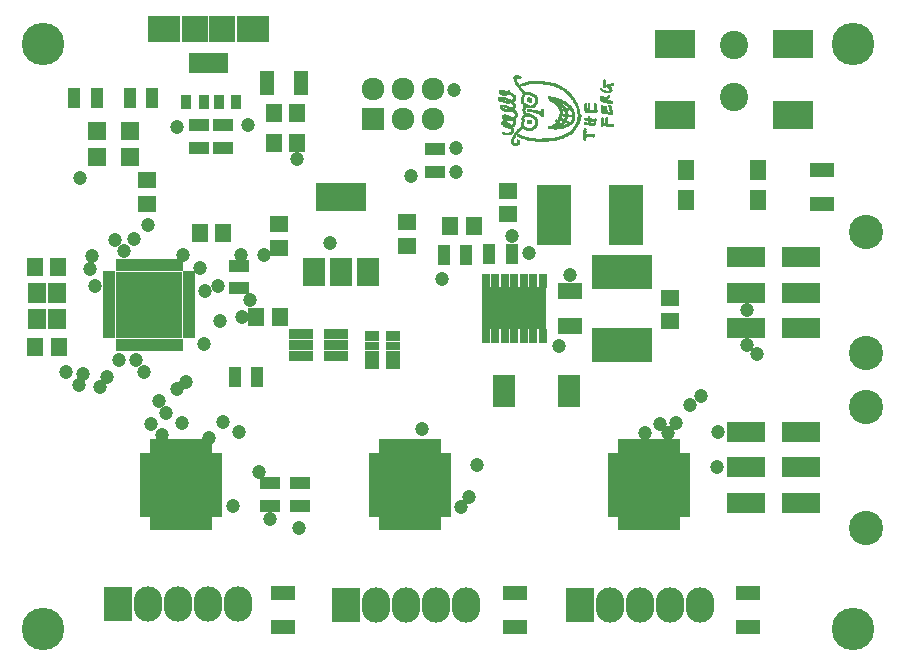
<source format=gbr>
G04 #@! TF.FileFunction,Soldermask,Top*
%FSLAX46Y46*%
G04 Gerber Fmt 4.6, Leading zero omitted, Abs format (unit mm)*
G04 Created by KiCad (PCBNEW 4.0.7) date 11/30/17 15:22:44*
%MOMM*%
%LPD*%
G01*
G04 APERTURE LIST*
%ADD10C,0.100000*%
%ADD11C,0.010000*%
%ADD12C,1.200000*%
%ADD13C,2.400000*%
%ADD14R,3.400000X2.400000*%
%ADD15R,2.400000X3.000000*%
%ADD16O,2.400000X3.000000*%
%ADD17R,1.900000X2.800000*%
%ADD18R,1.400000X1.650000*%
%ADD19R,1.650000X1.400000*%
%ADD20R,1.924000X1.924000*%
%ADD21C,1.924000*%
%ADD22R,1.100000X1.700000*%
%ADD23R,1.700000X1.100000*%
%ADD24R,0.900000X1.300000*%
%ADD25R,0.650000X1.100000*%
%ADD26R,1.100000X0.650000*%
%ADD27R,1.687500X1.687500*%
%ADD28R,4.200000X2.400000*%
%ADD29R,1.900000X2.400000*%
%ADD30R,0.700000X2.000000*%
%ADD31R,7.000000X5.400000*%
%ADD32R,0.800000X1.800000*%
%ADD33R,2.700000X2.300000*%
%ADD34R,2.200000X2.300000*%
%ADD35R,1.600000X1.800000*%
%ADD36R,2.100000X1.300000*%
%ADD37R,2.000000X1.400000*%
%ADD38R,1.200000X0.900000*%
%ADD39R,1.200000X0.800000*%
%ADD40R,5.400000X3.600000*%
%ADD41R,0.800000X1.200000*%
%ADD42R,2.850000X5.100000*%
%ADD43R,5.100000X2.850000*%
%ADD44R,1.600000X1.600000*%
%ADD45R,1.300000X2.100000*%
%ADD46C,3.600000*%
%ADD47R,1.400000X1.800000*%
%ADD48C,2.900000*%
%ADD49R,3.320000X1.670000*%
%ADD50R,2.000000X0.900000*%
G04 APERTURE END LIST*
D10*
D11*
G36*
X212352467Y-52517322D02*
X212361600Y-52502363D01*
X212367988Y-52465104D01*
X212371922Y-52402129D01*
X212373697Y-52310023D01*
X212373864Y-52267556D01*
X212374650Y-52177748D01*
X212376646Y-52097531D01*
X212379576Y-52034272D01*
X212383162Y-51995337D01*
X212384306Y-51989567D01*
X212406934Y-51960096D01*
X212446884Y-51950014D01*
X212493759Y-51959248D01*
X212537167Y-51987725D01*
X212540015Y-51990658D01*
X212571570Y-52038361D01*
X212570722Y-52078934D01*
X212542967Y-52107797D01*
X212524961Y-52123971D01*
X212514640Y-52150000D01*
X212510022Y-52194316D01*
X212509100Y-52251873D01*
X212511264Y-52314344D01*
X212517097Y-52357708D01*
X212525606Y-52374766D01*
X212526033Y-52374800D01*
X212539028Y-52389216D01*
X212542967Y-52414775D01*
X212546730Y-52438672D01*
X212563540Y-52452656D01*
X212601677Y-52461444D01*
X212631867Y-52465428D01*
X212689140Y-52471619D01*
X212736446Y-52475546D01*
X212753024Y-52476253D01*
X212774808Y-52474028D01*
X212770990Y-52461298D01*
X212757258Y-52445433D01*
X212744939Y-52425746D01*
X212736709Y-52394868D01*
X212731841Y-52346669D01*
X212729612Y-52275015D01*
X212729233Y-52208367D01*
X212730227Y-52129323D01*
X212732935Y-52064302D01*
X212736952Y-52019800D01*
X212741869Y-52002316D01*
X212742151Y-52002267D01*
X212758006Y-51988647D01*
X212771784Y-51964167D01*
X212803941Y-51930582D01*
X212839300Y-51921076D01*
X212890100Y-51916085D01*
X212888973Y-52182507D01*
X212887553Y-52295018D01*
X212884265Y-52376014D01*
X212878933Y-52427803D01*
X212871377Y-52452695D01*
X212867957Y-52455559D01*
X212858454Y-52467849D01*
X212871755Y-52485874D01*
X212905871Y-52500934D01*
X212971019Y-52510238D01*
X213024003Y-52512879D01*
X213085128Y-52516165D01*
X213130500Y-52521859D01*
X213151890Y-52528844D01*
X213152567Y-52530309D01*
X213164251Y-52533397D01*
X213191417Y-52522426D01*
X213222229Y-52503357D01*
X213242756Y-52484867D01*
X213259127Y-52479555D01*
X213265333Y-52489100D01*
X213286450Y-52503407D01*
X213326579Y-52510183D01*
X213331778Y-52510267D01*
X213370564Y-52512983D01*
X213386472Y-52528047D01*
X213389628Y-52565834D01*
X213389633Y-52569533D01*
X213385380Y-52608707D01*
X213374922Y-52628288D01*
X213372700Y-52628800D01*
X213356876Y-52642183D01*
X213355634Y-52649967D01*
X213340836Y-52672879D01*
X213303888Y-52692859D01*
X213255518Y-52707464D01*
X213206453Y-52714250D01*
X213167423Y-52710773D01*
X213149744Y-52696863D01*
X213131548Y-52688926D01*
X213086886Y-52680631D01*
X213023123Y-52673125D01*
X212969935Y-52668878D01*
X212896607Y-52662829D01*
X212836683Y-52655518D01*
X212797709Y-52648005D01*
X212786902Y-52643149D01*
X212766624Y-52635753D01*
X212722413Y-52630573D01*
X212668967Y-52628800D01*
X212611846Y-52626388D01*
X212572782Y-52620007D01*
X212559900Y-52611867D01*
X212549602Y-52595672D01*
X212526142Y-52600092D01*
X212500675Y-52622168D01*
X212496096Y-52628800D01*
X212463054Y-52657895D01*
X212425172Y-52660102D01*
X212392372Y-52639010D01*
X212374578Y-52598209D01*
X212373633Y-52584491D01*
X212365126Y-52550489D01*
X212352467Y-52537078D01*
X212340014Y-52525957D01*
X212352467Y-52517322D01*
X212352467Y-52517322D01*
G37*
X212352467Y-52517322D02*
X212361600Y-52502363D01*
X212367988Y-52465104D01*
X212371922Y-52402129D01*
X212373697Y-52310023D01*
X212373864Y-52267556D01*
X212374650Y-52177748D01*
X212376646Y-52097531D01*
X212379576Y-52034272D01*
X212383162Y-51995337D01*
X212384306Y-51989567D01*
X212406934Y-51960096D01*
X212446884Y-51950014D01*
X212493759Y-51959248D01*
X212537167Y-51987725D01*
X212540015Y-51990658D01*
X212571570Y-52038361D01*
X212570722Y-52078934D01*
X212542967Y-52107797D01*
X212524961Y-52123971D01*
X212514640Y-52150000D01*
X212510022Y-52194316D01*
X212509100Y-52251873D01*
X212511264Y-52314344D01*
X212517097Y-52357708D01*
X212525606Y-52374766D01*
X212526033Y-52374800D01*
X212539028Y-52389216D01*
X212542967Y-52414775D01*
X212546730Y-52438672D01*
X212563540Y-52452656D01*
X212601677Y-52461444D01*
X212631867Y-52465428D01*
X212689140Y-52471619D01*
X212736446Y-52475546D01*
X212753024Y-52476253D01*
X212774808Y-52474028D01*
X212770990Y-52461298D01*
X212757258Y-52445433D01*
X212744939Y-52425746D01*
X212736709Y-52394868D01*
X212731841Y-52346669D01*
X212729612Y-52275015D01*
X212729233Y-52208367D01*
X212730227Y-52129323D01*
X212732935Y-52064302D01*
X212736952Y-52019800D01*
X212741869Y-52002316D01*
X212742151Y-52002267D01*
X212758006Y-51988647D01*
X212771784Y-51964167D01*
X212803941Y-51930582D01*
X212839300Y-51921076D01*
X212890100Y-51916085D01*
X212888973Y-52182507D01*
X212887553Y-52295018D01*
X212884265Y-52376014D01*
X212878933Y-52427803D01*
X212871377Y-52452695D01*
X212867957Y-52455559D01*
X212858454Y-52467849D01*
X212871755Y-52485874D01*
X212905871Y-52500934D01*
X212971019Y-52510238D01*
X213024003Y-52512879D01*
X213085128Y-52516165D01*
X213130500Y-52521859D01*
X213151890Y-52528844D01*
X213152567Y-52530309D01*
X213164251Y-52533397D01*
X213191417Y-52522426D01*
X213222229Y-52503357D01*
X213242756Y-52484867D01*
X213259127Y-52479555D01*
X213265333Y-52489100D01*
X213286450Y-52503407D01*
X213326579Y-52510183D01*
X213331778Y-52510267D01*
X213370564Y-52512983D01*
X213386472Y-52528047D01*
X213389628Y-52565834D01*
X213389633Y-52569533D01*
X213385380Y-52608707D01*
X213374922Y-52628288D01*
X213372700Y-52628800D01*
X213356876Y-52642183D01*
X213355634Y-52649967D01*
X213340836Y-52672879D01*
X213303888Y-52692859D01*
X213255518Y-52707464D01*
X213206453Y-52714250D01*
X213167423Y-52710773D01*
X213149744Y-52696863D01*
X213131548Y-52688926D01*
X213086886Y-52680631D01*
X213023123Y-52673125D01*
X212969935Y-52668878D01*
X212896607Y-52662829D01*
X212836683Y-52655518D01*
X212797709Y-52648005D01*
X212786902Y-52643149D01*
X212766624Y-52635753D01*
X212722413Y-52630573D01*
X212668967Y-52628800D01*
X212611846Y-52626388D01*
X212572782Y-52620007D01*
X212559900Y-52611867D01*
X212549602Y-52595672D01*
X212526142Y-52600092D01*
X212500675Y-52622168D01*
X212496096Y-52628800D01*
X212463054Y-52657895D01*
X212425172Y-52660102D01*
X212392372Y-52639010D01*
X212374578Y-52598209D01*
X212373633Y-52584491D01*
X212365126Y-52550489D01*
X212352467Y-52537078D01*
X212340014Y-52525957D01*
X212352467Y-52517322D01*
G36*
X212292340Y-49490895D02*
X212299610Y-49446559D01*
X212311518Y-49419521D01*
X212315553Y-49416621D01*
X212343833Y-49422663D01*
X212375561Y-49448651D01*
X212400128Y-49483718D01*
X212407500Y-49510820D01*
X212417572Y-49540151D01*
X212432900Y-49546933D01*
X212455445Y-49555363D01*
X212458300Y-49562521D01*
X212472894Y-49576652D01*
X212508081Y-49589041D01*
X212508906Y-49589224D01*
X212547853Y-49601830D01*
X212569172Y-49615970D01*
X212591900Y-49628209D01*
X212618755Y-49631600D01*
X212652447Y-49639505D01*
X212665730Y-49652767D01*
X212680712Y-49662965D01*
X212719895Y-49669632D01*
X212786723Y-49673144D01*
X212860383Y-49673933D01*
X212943016Y-49673481D01*
X212998852Y-49671266D01*
X213034958Y-49665996D01*
X213058401Y-49656384D01*
X213076247Y-49641138D01*
X213083342Y-49633243D01*
X213108008Y-49601208D01*
X213118688Y-49580109D01*
X213118700Y-49579763D01*
X213106797Y-49558233D01*
X213076442Y-49523280D01*
X213035665Y-49482595D01*
X212992493Y-49443866D01*
X212954957Y-49414782D01*
X212934950Y-49403799D01*
X212906281Y-49388602D01*
X212898567Y-49376459D01*
X212885528Y-49361254D01*
X212880715Y-49360667D01*
X212858093Y-49349962D01*
X212823250Y-49323214D01*
X212811103Y-49312293D01*
X212777915Y-49276272D01*
X212766972Y-49244958D01*
X212771034Y-49210693D01*
X212781243Y-49177338D01*
X212799583Y-49161933D01*
X212837021Y-49157623D01*
X212856167Y-49157467D01*
X212902147Y-49154051D01*
X212931117Y-49145457D01*
X212935255Y-49141120D01*
X212953782Y-49130808D01*
X212996174Y-49120596D01*
X213042500Y-49113980D01*
X213117312Y-49102678D01*
X213179394Y-49087019D01*
X213221711Y-49069252D01*
X213237233Y-49051733D01*
X213251704Y-49041986D01*
X213278155Y-49038933D01*
X213312259Y-49031266D01*
X213326083Y-49017918D01*
X213338317Y-49008193D01*
X213361361Y-49025175D01*
X213383334Y-49066027D01*
X213387426Y-49116251D01*
X213373311Y-49159760D01*
X213364304Y-49170167D01*
X213327425Y-49188165D01*
X213305681Y-49191333D01*
X213277778Y-49198212D01*
X213271100Y-49208067D01*
X213256133Y-49220921D01*
X213218727Y-49232738D01*
X213203367Y-49235631D01*
X213161032Y-49245662D01*
X213137409Y-49257591D01*
X213135633Y-49261231D01*
X213121382Y-49273097D01*
X213100561Y-49276000D01*
X213082819Y-49278860D01*
X213085161Y-49290997D01*
X213109963Y-49317747D01*
X213125961Y-49333033D01*
X213161207Y-49369499D01*
X213183002Y-49398261D01*
X213186433Y-49407160D01*
X213198114Y-49431221D01*
X213211833Y-49445333D01*
X213229604Y-49476103D01*
X213237228Y-49521081D01*
X213237233Y-49522196D01*
X213243033Y-49562814D01*
X213257124Y-49585948D01*
X213258400Y-49586567D01*
X213270020Y-49599054D01*
X213260682Y-49609144D01*
X213241246Y-49635252D01*
X213229019Y-49664033D01*
X213208133Y-49704217D01*
X213174791Y-49746208D01*
X213172335Y-49748699D01*
X213154711Y-49765288D01*
X213136654Y-49777024D01*
X213112350Y-49784721D01*
X213075983Y-49789191D01*
X213021736Y-49791249D01*
X212943795Y-49791709D01*
X212866418Y-49791494D01*
X212755960Y-49790166D01*
X212676679Y-49786984D01*
X212625926Y-49781741D01*
X212601050Y-49774227D01*
X212597676Y-49770327D01*
X212577571Y-49754765D01*
X212550022Y-49750133D01*
X212518879Y-49744268D01*
X212509100Y-49733523D01*
X212494732Y-49717473D01*
X212466767Y-49706287D01*
X212435067Y-49693213D01*
X212424433Y-49680564D01*
X212410799Y-49666939D01*
X212400538Y-49665467D01*
X212375265Y-49653401D01*
X212341719Y-49623345D01*
X212331945Y-49612345D01*
X212300435Y-49564164D01*
X212291426Y-49512966D01*
X212292340Y-49490895D01*
X212292340Y-49490895D01*
G37*
X212292340Y-49490895D02*
X212299610Y-49446559D01*
X212311518Y-49419521D01*
X212315553Y-49416621D01*
X212343833Y-49422663D01*
X212375561Y-49448651D01*
X212400128Y-49483718D01*
X212407500Y-49510820D01*
X212417572Y-49540151D01*
X212432900Y-49546933D01*
X212455445Y-49555363D01*
X212458300Y-49562521D01*
X212472894Y-49576652D01*
X212508081Y-49589041D01*
X212508906Y-49589224D01*
X212547853Y-49601830D01*
X212569172Y-49615970D01*
X212591900Y-49628209D01*
X212618755Y-49631600D01*
X212652447Y-49639505D01*
X212665730Y-49652767D01*
X212680712Y-49662965D01*
X212719895Y-49669632D01*
X212786723Y-49673144D01*
X212860383Y-49673933D01*
X212943016Y-49673481D01*
X212998852Y-49671266D01*
X213034958Y-49665996D01*
X213058401Y-49656384D01*
X213076247Y-49641138D01*
X213083342Y-49633243D01*
X213108008Y-49601208D01*
X213118688Y-49580109D01*
X213118700Y-49579763D01*
X213106797Y-49558233D01*
X213076442Y-49523280D01*
X213035665Y-49482595D01*
X212992493Y-49443866D01*
X212954957Y-49414782D01*
X212934950Y-49403799D01*
X212906281Y-49388602D01*
X212898567Y-49376459D01*
X212885528Y-49361254D01*
X212880715Y-49360667D01*
X212858093Y-49349962D01*
X212823250Y-49323214D01*
X212811103Y-49312293D01*
X212777915Y-49276272D01*
X212766972Y-49244958D01*
X212771034Y-49210693D01*
X212781243Y-49177338D01*
X212799583Y-49161933D01*
X212837021Y-49157623D01*
X212856167Y-49157467D01*
X212902147Y-49154051D01*
X212931117Y-49145457D01*
X212935255Y-49141120D01*
X212953782Y-49130808D01*
X212996174Y-49120596D01*
X213042500Y-49113980D01*
X213117312Y-49102678D01*
X213179394Y-49087019D01*
X213221711Y-49069252D01*
X213237233Y-49051733D01*
X213251704Y-49041986D01*
X213278155Y-49038933D01*
X213312259Y-49031266D01*
X213326083Y-49017918D01*
X213338317Y-49008193D01*
X213361361Y-49025175D01*
X213383334Y-49066027D01*
X213387426Y-49116251D01*
X213373311Y-49159760D01*
X213364304Y-49170167D01*
X213327425Y-49188165D01*
X213305681Y-49191333D01*
X213277778Y-49198212D01*
X213271100Y-49208067D01*
X213256133Y-49220921D01*
X213218727Y-49232738D01*
X213203367Y-49235631D01*
X213161032Y-49245662D01*
X213137409Y-49257591D01*
X213135633Y-49261231D01*
X213121382Y-49273097D01*
X213100561Y-49276000D01*
X213082819Y-49278860D01*
X213085161Y-49290997D01*
X213109963Y-49317747D01*
X213125961Y-49333033D01*
X213161207Y-49369499D01*
X213183002Y-49398261D01*
X213186433Y-49407160D01*
X213198114Y-49431221D01*
X213211833Y-49445333D01*
X213229604Y-49476103D01*
X213237228Y-49521081D01*
X213237233Y-49522196D01*
X213243033Y-49562814D01*
X213257124Y-49585948D01*
X213258400Y-49586567D01*
X213270020Y-49599054D01*
X213260682Y-49609144D01*
X213241246Y-49635252D01*
X213229019Y-49664033D01*
X213208133Y-49704217D01*
X213174791Y-49746208D01*
X213172335Y-49748699D01*
X213154711Y-49765288D01*
X213136654Y-49777024D01*
X213112350Y-49784721D01*
X213075983Y-49789191D01*
X213021736Y-49791249D01*
X212943795Y-49791709D01*
X212866418Y-49791494D01*
X212755960Y-49790166D01*
X212676679Y-49786984D01*
X212625926Y-49781741D01*
X212601050Y-49774227D01*
X212597676Y-49770327D01*
X212577571Y-49754765D01*
X212550022Y-49750133D01*
X212518879Y-49744268D01*
X212509100Y-49733523D01*
X212494732Y-49717473D01*
X212466767Y-49706287D01*
X212435067Y-49693213D01*
X212424433Y-49680564D01*
X212410799Y-49666939D01*
X212400538Y-49665467D01*
X212375265Y-49653401D01*
X212341719Y-49623345D01*
X212331945Y-49612345D01*
X212300435Y-49564164D01*
X212291426Y-49512966D01*
X212292340Y-49490895D01*
G36*
X212382497Y-51110838D02*
X212384046Y-51035315D01*
X212387280Y-50982943D01*
X212392733Y-50948367D01*
X212400938Y-50926232D01*
X212412375Y-50911239D01*
X212435392Y-50891881D01*
X212453247Y-50895549D01*
X212475875Y-50919273D01*
X212492068Y-50943240D01*
X212502089Y-50974992D01*
X212507296Y-51022557D01*
X212509044Y-51093960D01*
X212509100Y-51115858D01*
X212510815Y-51190870D01*
X212515580Y-51244638D01*
X212522829Y-51271855D01*
X212526033Y-51274133D01*
X212538762Y-51288625D01*
X212542967Y-51316467D01*
X212551799Y-51350515D01*
X212568367Y-51358800D01*
X212590901Y-51367944D01*
X212593767Y-51375734D01*
X212607482Y-51390756D01*
X212619167Y-51392667D01*
X212629723Y-51387772D01*
X212636966Y-51369754D01*
X212641470Y-51333615D01*
X212643809Y-51274354D01*
X212644556Y-51186974D01*
X212644567Y-51171461D01*
X212644567Y-50950254D01*
X212699600Y-50955561D01*
X212736204Y-50962541D01*
X212753058Y-50981181D01*
X212759723Y-51022393D01*
X212759889Y-51024367D01*
X212767022Y-51065213D01*
X212778115Y-51086836D01*
X212781055Y-51087867D01*
X212790132Y-51103098D01*
X212795893Y-51142041D01*
X212796967Y-51172533D01*
X212800012Y-51220831D01*
X212807800Y-51251486D01*
X212813900Y-51257200D01*
X212823173Y-51272511D01*
X212829324Y-51312005D01*
X212830833Y-51350334D01*
X212831686Y-51403576D01*
X212837276Y-51431289D01*
X212852151Y-51441807D01*
X212880856Y-51443467D01*
X212881633Y-51443467D01*
X212917302Y-51448372D01*
X212932429Y-51460189D01*
X212932433Y-51460400D01*
X212946924Y-51473129D01*
X212974767Y-51477334D01*
X213006589Y-51483130D01*
X213017100Y-51494267D01*
X213031807Y-51506186D01*
X213067211Y-51511200D01*
X213067576Y-51511200D01*
X213097706Y-51509712D01*
X213111140Y-51499347D01*
X213112249Y-51471252D01*
X213107294Y-51430767D01*
X213098255Y-51382555D01*
X213087436Y-51350870D01*
X213082218Y-51344689D01*
X213071195Y-51325465D01*
X213067900Y-51298122D01*
X213062689Y-51266969D01*
X213053154Y-51257200D01*
X213044464Y-51241712D01*
X213035194Y-51200852D01*
X213027190Y-51143030D01*
X213026374Y-51135061D01*
X213016849Y-51063486D01*
X213004001Y-51018549D01*
X212985614Y-50993039D01*
X212981852Y-50990167D01*
X212956308Y-50965279D01*
X212949367Y-50949193D01*
X212964186Y-50918827D01*
X213000988Y-50890542D01*
X213048288Y-50871600D01*
X213078190Y-50867733D01*
X213115413Y-50870964D01*
X213133742Y-50887274D01*
X213143504Y-50926592D01*
X213144258Y-50931233D01*
X213155221Y-50981424D01*
X213168683Y-51020688D01*
X213170425Y-51024137D01*
X213181486Y-51061042D01*
X213186417Y-51110293D01*
X213186433Y-51113037D01*
X213190133Y-51152309D01*
X213199236Y-51172000D01*
X213201212Y-51172533D01*
X213210960Y-51187786D01*
X213220085Y-51226938D01*
X213224464Y-51260718D01*
X213232600Y-51311611D01*
X213244265Y-51346451D01*
X213252019Y-51355262D01*
X213267181Y-51375131D01*
X213271100Y-51399158D01*
X213277628Y-51436362D01*
X213286715Y-51452780D01*
X213300104Y-51479285D01*
X213312167Y-51522787D01*
X213313306Y-51528665D01*
X213316384Y-51576510D01*
X213301047Y-51608619D01*
X213292123Y-51617565D01*
X213260317Y-51639886D01*
X213240133Y-51646667D01*
X213221434Y-51657968D01*
X213220300Y-51663600D01*
X213205585Y-51675490D01*
X213170132Y-51680532D01*
X213169500Y-51680534D01*
X213133831Y-51675629D01*
X213118704Y-51663811D01*
X213118700Y-51663600D01*
X213104087Y-51651278D01*
X213072133Y-51646563D01*
X213022565Y-51638397D01*
X212977064Y-51621163D01*
X212923529Y-51602620D01*
X212872642Y-51595867D01*
X212832666Y-51590548D01*
X212810767Y-51577611D01*
X212810190Y-51576271D01*
X212789542Y-51565818D01*
X212736147Y-51558164D01*
X212651019Y-51553436D01*
X212623119Y-51552687D01*
X212540622Y-51550727D01*
X212479464Y-51546030D01*
X212436457Y-51534127D01*
X212408413Y-51510550D01*
X212392144Y-51470830D01*
X212384460Y-51410498D01*
X212382175Y-51325086D01*
X212382100Y-51214867D01*
X212382497Y-51110838D01*
X212382497Y-51110838D01*
G37*
X212382497Y-51110838D02*
X212384046Y-51035315D01*
X212387280Y-50982943D01*
X212392733Y-50948367D01*
X212400938Y-50926232D01*
X212412375Y-50911239D01*
X212435392Y-50891881D01*
X212453247Y-50895549D01*
X212475875Y-50919273D01*
X212492068Y-50943240D01*
X212502089Y-50974992D01*
X212507296Y-51022557D01*
X212509044Y-51093960D01*
X212509100Y-51115858D01*
X212510815Y-51190870D01*
X212515580Y-51244638D01*
X212522829Y-51271855D01*
X212526033Y-51274133D01*
X212538762Y-51288625D01*
X212542967Y-51316467D01*
X212551799Y-51350515D01*
X212568367Y-51358800D01*
X212590901Y-51367944D01*
X212593767Y-51375734D01*
X212607482Y-51390756D01*
X212619167Y-51392667D01*
X212629723Y-51387772D01*
X212636966Y-51369754D01*
X212641470Y-51333615D01*
X212643809Y-51274354D01*
X212644556Y-51186974D01*
X212644567Y-51171461D01*
X212644567Y-50950254D01*
X212699600Y-50955561D01*
X212736204Y-50962541D01*
X212753058Y-50981181D01*
X212759723Y-51022393D01*
X212759889Y-51024367D01*
X212767022Y-51065213D01*
X212778115Y-51086836D01*
X212781055Y-51087867D01*
X212790132Y-51103098D01*
X212795893Y-51142041D01*
X212796967Y-51172533D01*
X212800012Y-51220831D01*
X212807800Y-51251486D01*
X212813900Y-51257200D01*
X212823173Y-51272511D01*
X212829324Y-51312005D01*
X212830833Y-51350334D01*
X212831686Y-51403576D01*
X212837276Y-51431289D01*
X212852151Y-51441807D01*
X212880856Y-51443467D01*
X212881633Y-51443467D01*
X212917302Y-51448372D01*
X212932429Y-51460189D01*
X212932433Y-51460400D01*
X212946924Y-51473129D01*
X212974767Y-51477334D01*
X213006589Y-51483130D01*
X213017100Y-51494267D01*
X213031807Y-51506186D01*
X213067211Y-51511200D01*
X213067576Y-51511200D01*
X213097706Y-51509712D01*
X213111140Y-51499347D01*
X213112249Y-51471252D01*
X213107294Y-51430767D01*
X213098255Y-51382555D01*
X213087436Y-51350870D01*
X213082218Y-51344689D01*
X213071195Y-51325465D01*
X213067900Y-51298122D01*
X213062689Y-51266969D01*
X213053154Y-51257200D01*
X213044464Y-51241712D01*
X213035194Y-51200852D01*
X213027190Y-51143030D01*
X213026374Y-51135061D01*
X213016849Y-51063486D01*
X213004001Y-51018549D01*
X212985614Y-50993039D01*
X212981852Y-50990167D01*
X212956308Y-50965279D01*
X212949367Y-50949193D01*
X212964186Y-50918827D01*
X213000988Y-50890542D01*
X213048288Y-50871600D01*
X213078190Y-50867733D01*
X213115413Y-50870964D01*
X213133742Y-50887274D01*
X213143504Y-50926592D01*
X213144258Y-50931233D01*
X213155221Y-50981424D01*
X213168683Y-51020688D01*
X213170425Y-51024137D01*
X213181486Y-51061042D01*
X213186417Y-51110293D01*
X213186433Y-51113037D01*
X213190133Y-51152309D01*
X213199236Y-51172000D01*
X213201212Y-51172533D01*
X213210960Y-51187786D01*
X213220085Y-51226938D01*
X213224464Y-51260718D01*
X213232600Y-51311611D01*
X213244265Y-51346451D01*
X213252019Y-51355262D01*
X213267181Y-51375131D01*
X213271100Y-51399158D01*
X213277628Y-51436362D01*
X213286715Y-51452780D01*
X213300104Y-51479285D01*
X213312167Y-51522787D01*
X213313306Y-51528665D01*
X213316384Y-51576510D01*
X213301047Y-51608619D01*
X213292123Y-51617565D01*
X213260317Y-51639886D01*
X213240133Y-51646667D01*
X213221434Y-51657968D01*
X213220300Y-51663600D01*
X213205585Y-51675490D01*
X213170132Y-51680532D01*
X213169500Y-51680534D01*
X213133831Y-51675629D01*
X213118704Y-51663811D01*
X213118700Y-51663600D01*
X213104087Y-51651278D01*
X213072133Y-51646563D01*
X213022565Y-51638397D01*
X212977064Y-51621163D01*
X212923529Y-51602620D01*
X212872642Y-51595867D01*
X212832666Y-51590548D01*
X212810767Y-51577611D01*
X212810190Y-51576271D01*
X212789542Y-51565818D01*
X212736147Y-51558164D01*
X212651019Y-51553436D01*
X212623119Y-51552687D01*
X212540622Y-51550727D01*
X212479464Y-51546030D01*
X212436457Y-51534127D01*
X212408413Y-51510550D01*
X212392144Y-51470830D01*
X212384460Y-51410498D01*
X212382175Y-51325086D01*
X212382100Y-51214867D01*
X212382497Y-51110838D01*
G36*
X212259124Y-50266741D02*
X212285014Y-50207867D01*
X212292020Y-50198996D01*
X212317299Y-50175106D01*
X212347439Y-50162246D01*
X212393405Y-50157180D01*
X212435954Y-50156533D01*
X212492257Y-50158987D01*
X212530673Y-50165457D01*
X212542967Y-50173467D01*
X212557413Y-50186353D01*
X212583889Y-50190400D01*
X212617745Y-50197401D01*
X212631219Y-50209625D01*
X212650745Y-50220919D01*
X212694668Y-50228362D01*
X212730163Y-50230188D01*
X212780588Y-50229530D01*
X212815759Y-50222130D01*
X212847108Y-50202535D01*
X212886067Y-50165293D01*
X212902965Y-50147759D01*
X212943439Y-50102573D01*
X212972283Y-50064745D01*
X212983233Y-50042529D01*
X212997794Y-50026631D01*
X213027769Y-50021067D01*
X213054383Y-50023136D01*
X213066091Y-50035258D01*
X213066837Y-50066303D01*
X213063301Y-50100945D01*
X213054410Y-50149173D01*
X213042064Y-50180915D01*
X213035699Y-50187023D01*
X213018698Y-50206977D01*
X213017100Y-50217211D01*
X213004143Y-50249205D01*
X212973962Y-50283112D01*
X212939596Y-50305839D01*
X212925778Y-50308933D01*
X212899637Y-50322592D01*
X212892443Y-50334333D01*
X212867191Y-50353582D01*
X212815431Y-50359733D01*
X212770226Y-50363557D01*
X212741236Y-50373065D01*
X212737914Y-50376320D01*
X212715861Y-50383733D01*
X212698815Y-50377245D01*
X212663055Y-50364127D01*
X212613428Y-50352602D01*
X212606467Y-50351425D01*
X212565702Y-50341108D01*
X212544038Y-50328227D01*
X212542967Y-50325100D01*
X212527736Y-50315877D01*
X212488794Y-50310024D01*
X212458300Y-50308933D01*
X212410002Y-50311945D01*
X212379346Y-50319644D01*
X212373633Y-50325673D01*
X212387571Y-50358802D01*
X212420543Y-50390515D01*
X212459291Y-50409201D01*
X212470530Y-50410533D01*
X212500505Y-50416841D01*
X212509100Y-50427467D01*
X212520835Y-50442577D01*
X212544908Y-50441504D01*
X212564622Y-50425497D01*
X212565666Y-50423233D01*
X212577945Y-50411513D01*
X212588244Y-50421217D01*
X212610327Y-50430240D01*
X212659461Y-50439384D01*
X212728849Y-50447602D01*
X212792733Y-50452701D01*
X212868461Y-50458854D01*
X212929923Y-50466228D01*
X212970372Y-50473851D01*
X212983233Y-50480118D01*
X212998125Y-50490088D01*
X213034740Y-50495071D01*
X213042500Y-50495200D01*
X213081673Y-50499453D01*
X213101255Y-50509911D01*
X213101767Y-50512133D01*
X213116960Y-50521962D01*
X213155653Y-50528071D01*
X213183046Y-50529067D01*
X213235366Y-50533073D01*
X213274623Y-50543217D01*
X213284646Y-50549387D01*
X213302136Y-50587038D01*
X213302137Y-50635026D01*
X213285426Y-50675375D01*
X213278931Y-50681994D01*
X213252985Y-50689114D01*
X213200961Y-50693378D01*
X213130386Y-50695032D01*
X213048786Y-50694323D01*
X212963689Y-50691497D01*
X212882620Y-50686802D01*
X212813105Y-50680484D01*
X212762673Y-50672789D01*
X212739169Y-50664309D01*
X212710882Y-50651788D01*
X212676046Y-50647600D01*
X212638628Y-50642585D01*
X212620196Y-50632333D01*
X212599504Y-50622340D01*
X212555557Y-50612096D01*
X212510919Y-50605478D01*
X212443667Y-50593638D01*
X212399611Y-50574512D01*
X212375422Y-50552883D01*
X212350693Y-50521453D01*
X212339792Y-50501681D01*
X212339767Y-50501246D01*
X212328562Y-50483678D01*
X212301209Y-50454925D01*
X212297433Y-50451384D01*
X212265605Y-50401175D01*
X212252745Y-50335402D01*
X212259124Y-50266741D01*
X212259124Y-50266741D01*
G37*
X212259124Y-50266741D02*
X212285014Y-50207867D01*
X212292020Y-50198996D01*
X212317299Y-50175106D01*
X212347439Y-50162246D01*
X212393405Y-50157180D01*
X212435954Y-50156533D01*
X212492257Y-50158987D01*
X212530673Y-50165457D01*
X212542967Y-50173467D01*
X212557413Y-50186353D01*
X212583889Y-50190400D01*
X212617745Y-50197401D01*
X212631219Y-50209625D01*
X212650745Y-50220919D01*
X212694668Y-50228362D01*
X212730163Y-50230188D01*
X212780588Y-50229530D01*
X212815759Y-50222130D01*
X212847108Y-50202535D01*
X212886067Y-50165293D01*
X212902965Y-50147759D01*
X212943439Y-50102573D01*
X212972283Y-50064745D01*
X212983233Y-50042529D01*
X212997794Y-50026631D01*
X213027769Y-50021067D01*
X213054383Y-50023136D01*
X213066091Y-50035258D01*
X213066837Y-50066303D01*
X213063301Y-50100945D01*
X213054410Y-50149173D01*
X213042064Y-50180915D01*
X213035699Y-50187023D01*
X213018698Y-50206977D01*
X213017100Y-50217211D01*
X213004143Y-50249205D01*
X212973962Y-50283112D01*
X212939596Y-50305839D01*
X212925778Y-50308933D01*
X212899637Y-50322592D01*
X212892443Y-50334333D01*
X212867191Y-50353582D01*
X212815431Y-50359733D01*
X212770226Y-50363557D01*
X212741236Y-50373065D01*
X212737914Y-50376320D01*
X212715861Y-50383733D01*
X212698815Y-50377245D01*
X212663055Y-50364127D01*
X212613428Y-50352602D01*
X212606467Y-50351425D01*
X212565702Y-50341108D01*
X212544038Y-50328227D01*
X212542967Y-50325100D01*
X212527736Y-50315877D01*
X212488794Y-50310024D01*
X212458300Y-50308933D01*
X212410002Y-50311945D01*
X212379346Y-50319644D01*
X212373633Y-50325673D01*
X212387571Y-50358802D01*
X212420543Y-50390515D01*
X212459291Y-50409201D01*
X212470530Y-50410533D01*
X212500505Y-50416841D01*
X212509100Y-50427467D01*
X212520835Y-50442577D01*
X212544908Y-50441504D01*
X212564622Y-50425497D01*
X212565666Y-50423233D01*
X212577945Y-50411513D01*
X212588244Y-50421217D01*
X212610327Y-50430240D01*
X212659461Y-50439384D01*
X212728849Y-50447602D01*
X212792733Y-50452701D01*
X212868461Y-50458854D01*
X212929923Y-50466228D01*
X212970372Y-50473851D01*
X212983233Y-50480118D01*
X212998125Y-50490088D01*
X213034740Y-50495071D01*
X213042500Y-50495200D01*
X213081673Y-50499453D01*
X213101255Y-50509911D01*
X213101767Y-50512133D01*
X213116960Y-50521962D01*
X213155653Y-50528071D01*
X213183046Y-50529067D01*
X213235366Y-50533073D01*
X213274623Y-50543217D01*
X213284646Y-50549387D01*
X213302136Y-50587038D01*
X213302137Y-50635026D01*
X213285426Y-50675375D01*
X213278931Y-50681994D01*
X213252985Y-50689114D01*
X213200961Y-50693378D01*
X213130386Y-50695032D01*
X213048786Y-50694323D01*
X212963689Y-50691497D01*
X212882620Y-50686802D01*
X212813105Y-50680484D01*
X212762673Y-50672789D01*
X212739169Y-50664309D01*
X212710882Y-50651788D01*
X212676046Y-50647600D01*
X212638628Y-50642585D01*
X212620196Y-50632333D01*
X212599504Y-50622340D01*
X212555557Y-50612096D01*
X212510919Y-50605478D01*
X212443667Y-50593638D01*
X212399611Y-50574512D01*
X212375422Y-50552883D01*
X212350693Y-50521453D01*
X212339792Y-50501681D01*
X212339767Y-50501246D01*
X212328562Y-50483678D01*
X212301209Y-50454925D01*
X212297433Y-50451384D01*
X212265605Y-50401175D01*
X212252745Y-50335402D01*
X212259124Y-50266741D01*
G36*
X212510677Y-49067025D02*
X212514886Y-49017280D01*
X212520942Y-48990605D01*
X212523621Y-48988134D01*
X212532843Y-48972774D01*
X212542278Y-48932808D01*
X212548872Y-48885473D01*
X212563540Y-48805386D01*
X212588239Y-48755947D01*
X212624146Y-48735117D01*
X212636100Y-48734134D01*
X212671120Y-48745075D01*
X212697856Y-48771292D01*
X212711157Y-48802875D01*
X212705870Y-48829911D01*
X212691133Y-48839999D01*
X212682351Y-48858919D01*
X212676064Y-48903637D01*
X212672235Y-48966182D01*
X212670826Y-49038579D01*
X212671801Y-49112856D01*
X212675121Y-49181041D01*
X212680750Y-49235159D01*
X212688650Y-49267238D01*
X212693155Y-49272441D01*
X212706054Y-49291937D01*
X212712213Y-49331131D01*
X212712300Y-49336678D01*
X212709953Y-49374388D01*
X212696248Y-49390657D01*
X212661188Y-49394472D01*
X212647953Y-49394533D01*
X212586925Y-49385911D01*
X212552816Y-49358724D01*
X212542967Y-49314947D01*
X212536714Y-49284782D01*
X212526033Y-49276000D01*
X212517787Y-49260082D01*
X212511947Y-49216301D01*
X212509215Y-49150618D01*
X212509100Y-49132067D01*
X212510677Y-49067025D01*
X212510677Y-49067025D01*
G37*
X212510677Y-49067025D02*
X212514886Y-49017280D01*
X212520942Y-48990605D01*
X212523621Y-48988134D01*
X212532843Y-48972774D01*
X212542278Y-48932808D01*
X212548872Y-48885473D01*
X212563540Y-48805386D01*
X212588239Y-48755947D01*
X212624146Y-48735117D01*
X212636100Y-48734134D01*
X212671120Y-48745075D01*
X212697856Y-48771292D01*
X212711157Y-48802875D01*
X212705870Y-48829911D01*
X212691133Y-48839999D01*
X212682351Y-48858919D01*
X212676064Y-48903637D01*
X212672235Y-48966182D01*
X212670826Y-49038579D01*
X212671801Y-49112856D01*
X212675121Y-49181041D01*
X212680750Y-49235159D01*
X212688650Y-49267238D01*
X212693155Y-49272441D01*
X212706054Y-49291937D01*
X212712213Y-49331131D01*
X212712300Y-49336678D01*
X212709953Y-49374388D01*
X212696248Y-49390657D01*
X212661188Y-49394472D01*
X212647953Y-49394533D01*
X212586925Y-49385911D01*
X212552816Y-49358724D01*
X212542967Y-49314947D01*
X212536714Y-49284782D01*
X212526033Y-49276000D01*
X212517787Y-49260082D01*
X212511947Y-49216301D01*
X212509215Y-49150618D01*
X212509100Y-49132067D01*
X212510677Y-49067025D01*
G36*
X210935226Y-50963610D02*
X210938816Y-50887655D01*
X210946284Y-50832663D01*
X210958846Y-50792200D01*
X210977718Y-50759828D01*
X210996590Y-50737155D01*
X211022655Y-50717920D01*
X211048996Y-50724231D01*
X211083646Y-50757796D01*
X211113190Y-50799024D01*
X211119053Y-50825661D01*
X211103633Y-50833867D01*
X211094311Y-50849162D01*
X211088801Y-50888955D01*
X211086969Y-50944108D01*
X211088685Y-51005482D01*
X211093815Y-51063939D01*
X211102228Y-51110340D01*
X211107867Y-51126692D01*
X211126745Y-51159188D01*
X211141733Y-51172401D01*
X211150656Y-51187233D01*
X211154432Y-51222775D01*
X211154433Y-51223333D01*
X211159755Y-51260518D01*
X211179558Y-51273609D01*
X211188300Y-51274133D01*
X211201673Y-51272382D01*
X211210970Y-51263667D01*
X211216930Y-51242796D01*
X211220290Y-51204578D01*
X211221788Y-51143821D01*
X211222162Y-51055335D01*
X211222167Y-51035857D01*
X211223137Y-50930332D01*
X211226941Y-50854044D01*
X211234917Y-50802399D01*
X211248402Y-50770801D01*
X211268734Y-50754655D01*
X211297251Y-50749365D01*
X211305624Y-50749200D01*
X211332959Y-50758542D01*
X211340700Y-50791532D01*
X211340700Y-50791533D01*
X211346496Y-50823356D01*
X211357633Y-50833867D01*
X211364984Y-50850164D01*
X211370447Y-50896585D01*
X211373722Y-50969424D01*
X211374567Y-51044149D01*
X211375364Y-51127197D01*
X211377536Y-51199368D01*
X211380755Y-51253092D01*
X211384693Y-51280796D01*
X211384845Y-51281215D01*
X211400547Y-51297381D01*
X211436420Y-51305748D01*
X211494912Y-51308000D01*
X211548287Y-51310612D01*
X211584395Y-51317414D01*
X211594700Y-51324933D01*
X211610010Y-51334207D01*
X211649505Y-51340357D01*
X211687833Y-51341867D01*
X211780967Y-51341867D01*
X211780967Y-51030412D01*
X211781280Y-50919187D01*
X211782486Y-50837243D01*
X211784978Y-50779998D01*
X211789151Y-50742872D01*
X211795402Y-50721282D01*
X211804125Y-50710647D01*
X211808752Y-50708295D01*
X211855967Y-50701656D01*
X211886183Y-50724185D01*
X211899038Y-50775548D01*
X211899500Y-50791263D01*
X211903209Y-50837383D01*
X211912542Y-50866582D01*
X211917285Y-50870840D01*
X211925323Y-50889557D01*
X211933137Y-50936982D01*
X211940076Y-51007959D01*
X211945259Y-51092384D01*
X211950141Y-51173351D01*
X211956200Y-51240447D01*
X211962712Y-51287325D01*
X211968954Y-51307637D01*
X211969807Y-51308000D01*
X211980089Y-51322649D01*
X211983956Y-51358965D01*
X211982099Y-51405501D01*
X211975207Y-51450812D01*
X211963970Y-51483450D01*
X211958837Y-51490034D01*
X211932257Y-51499805D01*
X211884272Y-51506696D01*
X211824498Y-51510538D01*
X211762553Y-51511165D01*
X211708055Y-51508409D01*
X211670619Y-51502106D01*
X211659611Y-51495225D01*
X211641534Y-51488335D01*
X211596181Y-51480955D01*
X211530116Y-51473910D01*
X211449904Y-51468027D01*
X211438067Y-51467351D01*
X211357053Y-51461823D01*
X211289901Y-51455218D01*
X211242952Y-51448310D01*
X211222546Y-51441872D01*
X211222167Y-51440992D01*
X211208416Y-51428154D01*
X211196767Y-51426534D01*
X211174232Y-51435677D01*
X211171367Y-51443467D01*
X211156906Y-51455077D01*
X211121906Y-51459854D01*
X211078933Y-51458082D01*
X211040558Y-51450046D01*
X211022353Y-51440080D01*
X211005327Y-51407005D01*
X211002033Y-51384552D01*
X210989099Y-51347602D01*
X210968166Y-51324933D01*
X210954578Y-51312553D01*
X210945186Y-51294512D01*
X210939228Y-51264987D01*
X210935938Y-51218154D01*
X210934552Y-51148189D01*
X210934300Y-51066966D01*
X210935226Y-50963610D01*
X210935226Y-50963610D01*
G37*
X210935226Y-50963610D02*
X210938816Y-50887655D01*
X210946284Y-50832663D01*
X210958846Y-50792200D01*
X210977718Y-50759828D01*
X210996590Y-50737155D01*
X211022655Y-50717920D01*
X211048996Y-50724231D01*
X211083646Y-50757796D01*
X211113190Y-50799024D01*
X211119053Y-50825661D01*
X211103633Y-50833867D01*
X211094311Y-50849162D01*
X211088801Y-50888955D01*
X211086969Y-50944108D01*
X211088685Y-51005482D01*
X211093815Y-51063939D01*
X211102228Y-51110340D01*
X211107867Y-51126692D01*
X211126745Y-51159188D01*
X211141733Y-51172401D01*
X211150656Y-51187233D01*
X211154432Y-51222775D01*
X211154433Y-51223333D01*
X211159755Y-51260518D01*
X211179558Y-51273609D01*
X211188300Y-51274133D01*
X211201673Y-51272382D01*
X211210970Y-51263667D01*
X211216930Y-51242796D01*
X211220290Y-51204578D01*
X211221788Y-51143821D01*
X211222162Y-51055335D01*
X211222167Y-51035857D01*
X211223137Y-50930332D01*
X211226941Y-50854044D01*
X211234917Y-50802399D01*
X211248402Y-50770801D01*
X211268734Y-50754655D01*
X211297251Y-50749365D01*
X211305624Y-50749200D01*
X211332959Y-50758542D01*
X211340700Y-50791532D01*
X211340700Y-50791533D01*
X211346496Y-50823356D01*
X211357633Y-50833867D01*
X211364984Y-50850164D01*
X211370447Y-50896585D01*
X211373722Y-50969424D01*
X211374567Y-51044149D01*
X211375364Y-51127197D01*
X211377536Y-51199368D01*
X211380755Y-51253092D01*
X211384693Y-51280796D01*
X211384845Y-51281215D01*
X211400547Y-51297381D01*
X211436420Y-51305748D01*
X211494912Y-51308000D01*
X211548287Y-51310612D01*
X211584395Y-51317414D01*
X211594700Y-51324933D01*
X211610010Y-51334207D01*
X211649505Y-51340357D01*
X211687833Y-51341867D01*
X211780967Y-51341867D01*
X211780967Y-51030412D01*
X211781280Y-50919187D01*
X211782486Y-50837243D01*
X211784978Y-50779998D01*
X211789151Y-50742872D01*
X211795402Y-50721282D01*
X211804125Y-50710647D01*
X211808752Y-50708295D01*
X211855967Y-50701656D01*
X211886183Y-50724185D01*
X211899038Y-50775548D01*
X211899500Y-50791263D01*
X211903209Y-50837383D01*
X211912542Y-50866582D01*
X211917285Y-50870840D01*
X211925323Y-50889557D01*
X211933137Y-50936982D01*
X211940076Y-51007959D01*
X211945259Y-51092384D01*
X211950141Y-51173351D01*
X211956200Y-51240447D01*
X211962712Y-51287325D01*
X211968954Y-51307637D01*
X211969807Y-51308000D01*
X211980089Y-51322649D01*
X211983956Y-51358965D01*
X211982099Y-51405501D01*
X211975207Y-51450812D01*
X211963970Y-51483450D01*
X211958837Y-51490034D01*
X211932257Y-51499805D01*
X211884272Y-51506696D01*
X211824498Y-51510538D01*
X211762553Y-51511165D01*
X211708055Y-51508409D01*
X211670619Y-51502106D01*
X211659611Y-51495225D01*
X211641534Y-51488335D01*
X211596181Y-51480955D01*
X211530116Y-51473910D01*
X211449904Y-51468027D01*
X211438067Y-51467351D01*
X211357053Y-51461823D01*
X211289901Y-51455218D01*
X211242952Y-51448310D01*
X211222546Y-51441872D01*
X211222167Y-51440992D01*
X211208416Y-51428154D01*
X211196767Y-51426534D01*
X211174232Y-51435677D01*
X211171367Y-51443467D01*
X211156906Y-51455077D01*
X211121906Y-51459854D01*
X211078933Y-51458082D01*
X211040558Y-51450046D01*
X211022353Y-51440080D01*
X211005327Y-51407005D01*
X211002033Y-51384552D01*
X210989099Y-51347602D01*
X210968166Y-51324933D01*
X210954578Y-51312553D01*
X210945186Y-51294512D01*
X210939228Y-51264987D01*
X210935938Y-51218154D01*
X210934552Y-51148189D01*
X210934300Y-51066966D01*
X210935226Y-50963610D01*
G36*
X210942240Y-52019505D02*
X210951041Y-52010907D01*
X210972770Y-51995710D01*
X211001171Y-51988003D01*
X211044951Y-51986803D01*
X211112817Y-51991122D01*
X211120374Y-51991746D01*
X211256033Y-52003059D01*
X211256033Y-51961432D01*
X211264071Y-51897626D01*
X211285924Y-51853746D01*
X211318200Y-51835704D01*
X211328008Y-51835993D01*
X211354257Y-51847156D01*
X211371469Y-51877083D01*
X211381985Y-51917600D01*
X211400647Y-51982186D01*
X211426809Y-52019115D01*
X211466186Y-52034550D01*
X211491890Y-52036134D01*
X211528078Y-52040933D01*
X211543874Y-52052535D01*
X211543900Y-52053067D01*
X211559562Y-52061753D01*
X211601539Y-52067755D01*
X211662318Y-52070000D01*
X211662433Y-52070000D01*
X211723238Y-52067763D01*
X211765253Y-52061766D01*
X211780966Y-52053083D01*
X211780967Y-52053067D01*
X211794536Y-52039551D01*
X211825722Y-52036918D01*
X211860242Y-52044675D01*
X211879180Y-52056453D01*
X211895927Y-52093856D01*
X211895344Y-52143891D01*
X211878945Y-52191050D01*
X211864222Y-52209700D01*
X211829941Y-52227117D01*
X211780524Y-52237350D01*
X211727598Y-52239924D01*
X211682793Y-52234364D01*
X211657736Y-52220197D01*
X211656714Y-52218167D01*
X211649064Y-52205688D01*
X211646837Y-52218167D01*
X211631444Y-52229986D01*
X211595059Y-52237259D01*
X211549718Y-52239688D01*
X211507457Y-52236974D01*
X211480312Y-52228818D01*
X211476167Y-52222400D01*
X211462451Y-52207377D01*
X211450767Y-52205467D01*
X211434793Y-52214531D01*
X211426992Y-52245912D01*
X211425367Y-52290133D01*
X211422051Y-52340729D01*
X211413314Y-52370425D01*
X211407224Y-52374800D01*
X211402574Y-52384234D01*
X211414481Y-52400200D01*
X211449694Y-52417085D01*
X211513946Y-52424900D01*
X211549084Y-52425600D01*
X211621508Y-52422063D01*
X211665179Y-52410877D01*
X211679367Y-52400200D01*
X211712253Y-52382383D01*
X211766980Y-52374868D01*
X211773228Y-52374800D01*
X211819516Y-52376984D01*
X211842982Y-52388034D01*
X211854602Y-52414698D01*
X211857369Y-52426521D01*
X211860680Y-52463099D01*
X211847731Y-52493818D01*
X211813045Y-52531495D01*
X211812148Y-52532354D01*
X211755567Y-52586467D01*
X211553639Y-52586050D01*
X211458243Y-52584609D01*
X211393604Y-52580542D01*
X211356692Y-52573541D01*
X211344794Y-52564884D01*
X211323331Y-52551771D01*
X211271962Y-52544963D01*
X211237689Y-52544133D01*
X211184528Y-52541660D01*
X211148199Y-52535237D01*
X211137500Y-52528008D01*
X211122079Y-52518918D01*
X211081862Y-52511174D01*
X211031667Y-52506842D01*
X210925833Y-52501800D01*
X210920444Y-52445661D01*
X210922444Y-52399525D01*
X210934728Y-52365836D01*
X210935218Y-52365227D01*
X210963437Y-52347743D01*
X211000480Y-52341133D01*
X211030764Y-52346882D01*
X211038722Y-52355382D01*
X211057232Y-52364277D01*
X211099852Y-52373086D01*
X211150200Y-52379176D01*
X211256033Y-52388522D01*
X211256033Y-52271594D01*
X211255349Y-52210159D01*
X211251566Y-52175166D01*
X211242087Y-52159196D01*
X211224314Y-52154828D01*
X211215111Y-52154667D01*
X211180717Y-52162415D01*
X211166523Y-52175834D01*
X211154387Y-52188118D01*
X211128120Y-52178685D01*
X211121157Y-52174677D01*
X211088956Y-52161583D01*
X211062026Y-52172443D01*
X211049648Y-52182949D01*
X211027283Y-52200437D01*
X211009262Y-52200086D01*
X210985083Y-52178797D01*
X210966604Y-52158438D01*
X210928181Y-52104353D01*
X210920218Y-52059544D01*
X210942240Y-52019505D01*
X210942240Y-52019505D01*
G37*
X210942240Y-52019505D02*
X210951041Y-52010907D01*
X210972770Y-51995710D01*
X211001171Y-51988003D01*
X211044951Y-51986803D01*
X211112817Y-51991122D01*
X211120374Y-51991746D01*
X211256033Y-52003059D01*
X211256033Y-51961432D01*
X211264071Y-51897626D01*
X211285924Y-51853746D01*
X211318200Y-51835704D01*
X211328008Y-51835993D01*
X211354257Y-51847156D01*
X211371469Y-51877083D01*
X211381985Y-51917600D01*
X211400647Y-51982186D01*
X211426809Y-52019115D01*
X211466186Y-52034550D01*
X211491890Y-52036134D01*
X211528078Y-52040933D01*
X211543874Y-52052535D01*
X211543900Y-52053067D01*
X211559562Y-52061753D01*
X211601539Y-52067755D01*
X211662318Y-52070000D01*
X211662433Y-52070000D01*
X211723238Y-52067763D01*
X211765253Y-52061766D01*
X211780966Y-52053083D01*
X211780967Y-52053067D01*
X211794536Y-52039551D01*
X211825722Y-52036918D01*
X211860242Y-52044675D01*
X211879180Y-52056453D01*
X211895927Y-52093856D01*
X211895344Y-52143891D01*
X211878945Y-52191050D01*
X211864222Y-52209700D01*
X211829941Y-52227117D01*
X211780524Y-52237350D01*
X211727598Y-52239924D01*
X211682793Y-52234364D01*
X211657736Y-52220197D01*
X211656714Y-52218167D01*
X211649064Y-52205688D01*
X211646837Y-52218167D01*
X211631444Y-52229986D01*
X211595059Y-52237259D01*
X211549718Y-52239688D01*
X211507457Y-52236974D01*
X211480312Y-52228818D01*
X211476167Y-52222400D01*
X211462451Y-52207377D01*
X211450767Y-52205467D01*
X211434793Y-52214531D01*
X211426992Y-52245912D01*
X211425367Y-52290133D01*
X211422051Y-52340729D01*
X211413314Y-52370425D01*
X211407224Y-52374800D01*
X211402574Y-52384234D01*
X211414481Y-52400200D01*
X211449694Y-52417085D01*
X211513946Y-52424900D01*
X211549084Y-52425600D01*
X211621508Y-52422063D01*
X211665179Y-52410877D01*
X211679367Y-52400200D01*
X211712253Y-52382383D01*
X211766980Y-52374868D01*
X211773228Y-52374800D01*
X211819516Y-52376984D01*
X211842982Y-52388034D01*
X211854602Y-52414698D01*
X211857369Y-52426521D01*
X211860680Y-52463099D01*
X211847731Y-52493818D01*
X211813045Y-52531495D01*
X211812148Y-52532354D01*
X211755567Y-52586467D01*
X211553639Y-52586050D01*
X211458243Y-52584609D01*
X211393604Y-52580542D01*
X211356692Y-52573541D01*
X211344794Y-52564884D01*
X211323331Y-52551771D01*
X211271962Y-52544963D01*
X211237689Y-52544133D01*
X211184528Y-52541660D01*
X211148199Y-52535237D01*
X211137500Y-52528008D01*
X211122079Y-52518918D01*
X211081862Y-52511174D01*
X211031667Y-52506842D01*
X210925833Y-52501800D01*
X210920444Y-52445661D01*
X210922444Y-52399525D01*
X210934728Y-52365836D01*
X210935218Y-52365227D01*
X210963437Y-52347743D01*
X211000480Y-52341133D01*
X211030764Y-52346882D01*
X211038722Y-52355382D01*
X211057232Y-52364277D01*
X211099852Y-52373086D01*
X211150200Y-52379176D01*
X211256033Y-52388522D01*
X211256033Y-52271594D01*
X211255349Y-52210159D01*
X211251566Y-52175166D01*
X211242087Y-52159196D01*
X211224314Y-52154828D01*
X211215111Y-52154667D01*
X211180717Y-52162415D01*
X211166523Y-52175834D01*
X211154387Y-52188118D01*
X211128120Y-52178685D01*
X211121157Y-52174677D01*
X211088956Y-52161583D01*
X211062026Y-52172443D01*
X211049648Y-52182949D01*
X211027283Y-52200437D01*
X211009262Y-52200086D01*
X210985083Y-52178797D01*
X210966604Y-52158438D01*
X210928181Y-52104353D01*
X210920218Y-52059544D01*
X210942240Y-52019505D01*
G36*
X210838404Y-53392764D02*
X210852294Y-53370238D01*
X210853866Y-53369553D01*
X210863628Y-53355053D01*
X210870397Y-53316979D01*
X210874525Y-53251960D01*
X210876360Y-53156630D01*
X210876390Y-53152242D01*
X210877137Y-53068940D01*
X210878177Y-52996249D01*
X210879372Y-52941846D01*
X210880588Y-52913402D01*
X210880624Y-52913029D01*
X210896791Y-52880750D01*
X210930675Y-52860810D01*
X210971685Y-52854093D01*
X211009231Y-52861484D01*
X211032724Y-52883869D01*
X211035900Y-52900056D01*
X211044461Y-52927372D01*
X211056220Y-52933600D01*
X211068001Y-52938598D01*
X211056220Y-52953920D01*
X211042107Y-52986158D01*
X211036571Y-53035888D01*
X211039612Y-53087838D01*
X211051230Y-53126738D01*
X211056220Y-53133413D01*
X211068001Y-53150192D01*
X211056220Y-53153733D01*
X211042725Y-53169920D01*
X211036341Y-53216752D01*
X211035900Y-53238824D01*
X211037304Y-53289548D01*
X211045027Y-53316239D01*
X211064339Y-53328715D01*
X211087052Y-53334144D01*
X211126039Y-53345777D01*
X211147318Y-53359121D01*
X211166992Y-53365633D01*
X211211501Y-53370233D01*
X211272946Y-53372962D01*
X211343432Y-53373861D01*
X211415060Y-53372973D01*
X211479935Y-53370339D01*
X211530158Y-53366002D01*
X211557832Y-53360002D01*
X211560833Y-53356933D01*
X211576116Y-53347526D01*
X211615419Y-53341378D01*
X211650913Y-53340000D01*
X211708821Y-53342918D01*
X211745899Y-53354513D01*
X211774892Y-53379046D01*
X211777913Y-53382462D01*
X211804949Y-53417105D01*
X211810597Y-53443060D01*
X211796988Y-53476005D01*
X211791899Y-53485251D01*
X211762097Y-53529008D01*
X211731448Y-53559310D01*
X211707083Y-53570006D01*
X211698996Y-53565382D01*
X211678972Y-53558759D01*
X211630883Y-53551790D01*
X211560520Y-53545071D01*
X211473672Y-53539198D01*
X211417373Y-53536385D01*
X211295660Y-53529768D01*
X211207773Y-53522034D01*
X211153722Y-53513184D01*
X211133999Y-53504249D01*
X211122959Y-53493090D01*
X211120826Y-53505100D01*
X211106927Y-53523859D01*
X211095167Y-53526267D01*
X211072717Y-53539821D01*
X211069767Y-53551667D01*
X211060623Y-53574201D01*
X211052833Y-53577067D01*
X211042229Y-53592089D01*
X211036332Y-53629617D01*
X211035900Y-53644800D01*
X211032144Y-53687215D01*
X211022762Y-53710806D01*
X211018966Y-53712534D01*
X211005019Y-53726653D01*
X211002033Y-53745015D01*
X210993593Y-53798366D01*
X210966244Y-53825564D01*
X210932488Y-53831067D01*
X210908464Y-53830459D01*
X210892689Y-53824694D01*
X210883363Y-53807858D01*
X210878684Y-53774038D01*
X210876850Y-53717321D01*
X210876178Y-53646264D01*
X210873327Y-53565603D01*
X210866128Y-53516486D01*
X210854270Y-53496833D01*
X210853866Y-53496686D01*
X210839450Y-53476635D01*
X210832758Y-53437351D01*
X210832700Y-53433133D01*
X210838404Y-53392764D01*
X210838404Y-53392764D01*
G37*
X210838404Y-53392764D02*
X210852294Y-53370238D01*
X210853866Y-53369553D01*
X210863628Y-53355053D01*
X210870397Y-53316979D01*
X210874525Y-53251960D01*
X210876360Y-53156630D01*
X210876390Y-53152242D01*
X210877137Y-53068940D01*
X210878177Y-52996249D01*
X210879372Y-52941846D01*
X210880588Y-52913402D01*
X210880624Y-52913029D01*
X210896791Y-52880750D01*
X210930675Y-52860810D01*
X210971685Y-52854093D01*
X211009231Y-52861484D01*
X211032724Y-52883869D01*
X211035900Y-52900056D01*
X211044461Y-52927372D01*
X211056220Y-52933600D01*
X211068001Y-52938598D01*
X211056220Y-52953920D01*
X211042107Y-52986158D01*
X211036571Y-53035888D01*
X211039612Y-53087838D01*
X211051230Y-53126738D01*
X211056220Y-53133413D01*
X211068001Y-53150192D01*
X211056220Y-53153733D01*
X211042725Y-53169920D01*
X211036341Y-53216752D01*
X211035900Y-53238824D01*
X211037304Y-53289548D01*
X211045027Y-53316239D01*
X211064339Y-53328715D01*
X211087052Y-53334144D01*
X211126039Y-53345777D01*
X211147318Y-53359121D01*
X211166992Y-53365633D01*
X211211501Y-53370233D01*
X211272946Y-53372962D01*
X211343432Y-53373861D01*
X211415060Y-53372973D01*
X211479935Y-53370339D01*
X211530158Y-53366002D01*
X211557832Y-53360002D01*
X211560833Y-53356933D01*
X211576116Y-53347526D01*
X211615419Y-53341378D01*
X211650913Y-53340000D01*
X211708821Y-53342918D01*
X211745899Y-53354513D01*
X211774892Y-53379046D01*
X211777913Y-53382462D01*
X211804949Y-53417105D01*
X211810597Y-53443060D01*
X211796988Y-53476005D01*
X211791899Y-53485251D01*
X211762097Y-53529008D01*
X211731448Y-53559310D01*
X211707083Y-53570006D01*
X211698996Y-53565382D01*
X211678972Y-53558759D01*
X211630883Y-53551790D01*
X211560520Y-53545071D01*
X211473672Y-53539198D01*
X211417373Y-53536385D01*
X211295660Y-53529768D01*
X211207773Y-53522034D01*
X211153722Y-53513184D01*
X211133999Y-53504249D01*
X211122959Y-53493090D01*
X211120826Y-53505100D01*
X211106927Y-53523859D01*
X211095167Y-53526267D01*
X211072717Y-53539821D01*
X211069767Y-53551667D01*
X211060623Y-53574201D01*
X211052833Y-53577067D01*
X211042229Y-53592089D01*
X211036332Y-53629617D01*
X211035900Y-53644800D01*
X211032144Y-53687215D01*
X211022762Y-53710806D01*
X211018966Y-53712534D01*
X211005019Y-53726653D01*
X211002033Y-53745015D01*
X210993593Y-53798366D01*
X210966244Y-53825564D01*
X210932488Y-53831067D01*
X210908464Y-53830459D01*
X210892689Y-53824694D01*
X210883363Y-53807858D01*
X210878684Y-53774038D01*
X210876850Y-53717321D01*
X210876178Y-53646264D01*
X210873327Y-53565603D01*
X210866128Y-53516486D01*
X210854270Y-53496833D01*
X210853866Y-53496686D01*
X210839450Y-53476635D01*
X210832758Y-53437351D01*
X210832700Y-53433133D01*
X210838404Y-53392764D01*
G36*
X205227028Y-53382376D02*
X205254166Y-53373867D01*
X205275743Y-53360290D01*
X205278567Y-53348467D01*
X205292684Y-53327781D01*
X205312433Y-53323067D01*
X205340014Y-53333655D01*
X205346300Y-53348467D01*
X205359854Y-53370917D01*
X205371700Y-53373867D01*
X205394150Y-53387421D01*
X205397100Y-53399267D01*
X205407323Y-53416208D01*
X205441907Y-53423772D01*
X205471325Y-53424667D01*
X205520239Y-53427787D01*
X205545201Y-53439743D01*
X205554406Y-53458534D01*
X205572637Y-53484431D01*
X205613677Y-53492392D01*
X205615648Y-53492400D01*
X205656665Y-53499511D01*
X205668033Y-53517800D01*
X205675381Y-53532047D01*
X205701638Y-53539966D01*
X205753120Y-53543014D01*
X205778100Y-53543200D01*
X205841296Y-53545197D01*
X205876160Y-53551946D01*
X205888033Y-53564584D01*
X205888167Y-53566627D01*
X205901230Y-53581913D01*
X205942455Y-53593896D01*
X206002466Y-53602255D01*
X206061791Y-53610935D01*
X206106991Y-53621912D01*
X206128121Y-53632683D01*
X206149899Y-53643486D01*
X206194939Y-53653054D01*
X206242421Y-53658358D01*
X206305553Y-53665797D01*
X206338444Y-53677324D01*
X206345366Y-53689169D01*
X206352191Y-53699597D01*
X206375900Y-53706548D01*
X206421348Y-53710604D01*
X206493389Y-53712347D01*
X206540100Y-53712534D01*
X206625613Y-53713212D01*
X206682550Y-53715706D01*
X206716184Y-53720704D01*
X206731788Y-53728892D01*
X206734833Y-53737934D01*
X206738998Y-53746794D01*
X206754277Y-53753371D01*
X206784852Y-53757986D01*
X206834901Y-53760961D01*
X206908604Y-53762618D01*
X207010141Y-53763277D01*
X207065033Y-53763334D01*
X207179533Y-53763058D01*
X207264447Y-53761999D01*
X207324054Y-53759807D01*
X207362632Y-53756133D01*
X207384459Y-53750627D01*
X207393813Y-53742940D01*
X207395233Y-53736367D01*
X207399351Y-53724607D01*
X207415398Y-53717066D01*
X207448916Y-53713058D01*
X207505449Y-53711898D01*
X207585733Y-53712814D01*
X207744015Y-53715107D01*
X207870970Y-53715647D01*
X207969099Y-53714322D01*
X208040901Y-53711020D01*
X208088876Y-53705627D01*
X208115526Y-53698032D01*
X208123367Y-53688632D01*
X208130505Y-53677526D01*
X208155168Y-53669590D01*
X208202226Y-53664052D01*
X208276552Y-53660138D01*
X208310279Y-53658998D01*
X208408861Y-53654055D01*
X208474234Y-53646252D01*
X208506941Y-53635517D01*
X208510208Y-53632161D01*
X208533019Y-53620179D01*
X208581400Y-53609038D01*
X208647069Y-53600602D01*
X208652608Y-53600118D01*
X208731111Y-53590414D01*
X208777684Y-53577387D01*
X208790815Y-53566190D01*
X208814377Y-53550028D01*
X208866441Y-53543319D01*
X208876368Y-53543200D01*
X208926785Y-53539920D01*
X208949867Y-53528754D01*
X208953100Y-53517800D01*
X208965952Y-53499014D01*
X209006969Y-53492446D01*
X209012367Y-53492400D01*
X209057525Y-53486163D01*
X209071633Y-53468885D01*
X209086789Y-53449959D01*
X209125242Y-53435407D01*
X209130900Y-53434251D01*
X209173022Y-53419893D01*
X209190119Y-53399643D01*
X209190166Y-53398500D01*
X209201053Y-53382085D01*
X209237245Y-53374705D01*
X209266366Y-53373867D01*
X209316591Y-53370543D01*
X209339468Y-53359240D01*
X209342566Y-53348467D01*
X209356684Y-53327781D01*
X209376433Y-53323067D01*
X209404014Y-53312479D01*
X209410300Y-53297667D01*
X209424966Y-53277779D01*
X209462685Y-53272267D01*
X209504680Y-53264859D01*
X209523581Y-53239673D01*
X209523927Y-53238400D01*
X209543692Y-53211611D01*
X209581608Y-53204533D01*
X209620481Y-53196705D01*
X209630433Y-53179133D01*
X209643285Y-53160347D01*
X209684302Y-53153779D01*
X209689700Y-53153733D01*
X209733534Y-53148226D01*
X209748859Y-53130647D01*
X209748966Y-53128333D01*
X209762521Y-53105884D01*
X209774366Y-53102933D01*
X209795052Y-53088816D01*
X209799766Y-53069067D01*
X209810354Y-53041486D01*
X209825166Y-53035200D01*
X209847616Y-53021646D01*
X209850566Y-53009800D01*
X209864121Y-52987350D01*
X209875966Y-52984400D01*
X209898439Y-52971860D01*
X209901366Y-52960975D01*
X209915554Y-52938230D01*
X209935233Y-52928694D01*
X209961130Y-52910463D01*
X209969091Y-52869423D01*
X209969100Y-52867452D01*
X209976211Y-52826435D01*
X209994500Y-52815067D01*
X210016950Y-52801512D01*
X210019900Y-52789667D01*
X210032486Y-52767196D01*
X210043415Y-52764267D01*
X210062341Y-52749111D01*
X210076893Y-52710658D01*
X210078049Y-52705000D01*
X210092407Y-52662878D01*
X210112657Y-52645781D01*
X210113800Y-52645733D01*
X210133162Y-52630497D01*
X210138433Y-52594933D01*
X210146006Y-52554603D01*
X210163833Y-52544133D01*
X210186283Y-52530579D01*
X210189233Y-52518733D01*
X210202788Y-52496284D01*
X210214633Y-52493333D01*
X210233545Y-52480284D01*
X210240008Y-52438835D01*
X210240033Y-52434908D01*
X210248790Y-52384408D01*
X210268102Y-52360775D01*
X210288695Y-52332853D01*
X210301483Y-52275108D01*
X210304065Y-52249867D01*
X210312592Y-52188712D01*
X210325841Y-52158745D01*
X210335263Y-52154667D01*
X210348229Y-52145598D01*
X210355608Y-52114858D01*
X210358444Y-52057144D01*
X210358566Y-52036134D01*
X210360060Y-51971732D01*
X210365431Y-51934874D01*
X210376015Y-51919328D01*
X210383966Y-51917600D01*
X210395336Y-51912280D01*
X210402822Y-51892740D01*
X210407157Y-51853612D01*
X210409072Y-51789530D01*
X210409366Y-51731334D01*
X210408641Y-51647958D01*
X210405976Y-51593060D01*
X210400641Y-51561272D01*
X210391902Y-51547226D01*
X210383966Y-51545067D01*
X210367993Y-51536003D01*
X210360192Y-51504621D01*
X210358566Y-51460400D01*
X210355847Y-51407156D01*
X210346433Y-51381151D01*
X210333166Y-51375734D01*
X210317694Y-51367212D01*
X210309823Y-51337400D01*
X210307766Y-51284717D01*
X210304095Y-51194222D01*
X210293509Y-51129768D01*
X210276645Y-51094186D01*
X210263316Y-51087867D01*
X210247227Y-51074634D01*
X210240419Y-51032759D01*
X210240033Y-51013479D01*
X210234377Y-50956951D01*
X210217007Y-50930413D01*
X210214633Y-50929343D01*
X210195592Y-50905982D01*
X210189233Y-50868265D01*
X210183848Y-50832376D01*
X210170854Y-50816945D01*
X210170453Y-50816933D01*
X210137333Y-50802816D01*
X210103385Y-50768403D01*
X210078259Y-50725604D01*
X210070992Y-50694167D01*
X210062590Y-50657020D01*
X210045300Y-50647600D01*
X210026514Y-50634748D01*
X210019946Y-50593731D01*
X210019900Y-50588333D01*
X210014392Y-50544499D01*
X209996813Y-50529174D01*
X209994500Y-50529067D01*
X209974335Y-50513921D01*
X209969100Y-50478267D01*
X209963778Y-50441083D01*
X209943975Y-50427991D01*
X209935233Y-50427467D01*
X209907770Y-50417640D01*
X209901366Y-50403879D01*
X209887708Y-50377737D01*
X209875966Y-50370543D01*
X209853440Y-50347913D01*
X209850566Y-50334865D01*
X209837248Y-50312075D01*
X209825166Y-50308933D01*
X209802717Y-50295379D01*
X209799766Y-50283533D01*
X209786212Y-50261084D01*
X209774366Y-50258133D01*
X209752293Y-50244457D01*
X209748966Y-50231148D01*
X209734751Y-50205487D01*
X209715100Y-50195307D01*
X209688311Y-50175542D01*
X209681233Y-50137625D01*
X209673404Y-50098752D01*
X209655833Y-50088800D01*
X209635148Y-50074683D01*
X209630433Y-50054933D01*
X209618459Y-50026633D01*
X209596566Y-50021067D01*
X209568986Y-50010479D01*
X209562700Y-49995667D01*
X209549145Y-49973217D01*
X209537300Y-49970267D01*
X209514850Y-49956712D01*
X209511900Y-49944867D01*
X209498345Y-49922417D01*
X209486500Y-49919467D01*
X209464035Y-49906602D01*
X209461100Y-49895412D01*
X209446437Y-49875327D01*
X209411088Y-49860376D01*
X209410300Y-49860200D01*
X209374683Y-49845434D01*
X209359506Y-49825363D01*
X209359500Y-49824988D01*
X209345396Y-49805485D01*
X209325633Y-49800933D01*
X209298052Y-49790346D01*
X209291766Y-49775533D01*
X209278212Y-49753084D01*
X209266366Y-49750133D01*
X209243917Y-49736579D01*
X209240966Y-49724733D01*
X209227412Y-49702284D01*
X209215566Y-49699333D01*
X209193493Y-49685657D01*
X209190166Y-49672348D01*
X209175951Y-49646687D01*
X209156300Y-49636507D01*
X209128780Y-49619497D01*
X209122433Y-49604225D01*
X209109746Y-49588273D01*
X209069177Y-49581322D01*
X209046233Y-49580800D01*
X208996009Y-49577476D01*
X208973132Y-49566173D01*
X208970033Y-49555400D01*
X208955916Y-49534715D01*
X208936167Y-49530000D01*
X208908707Y-49519983D01*
X208902300Y-49505946D01*
X208887637Y-49485860D01*
X208852288Y-49470909D01*
X208851500Y-49470733D01*
X208815883Y-49455968D01*
X208800706Y-49435896D01*
X208800700Y-49435521D01*
X208785663Y-49417269D01*
X208741433Y-49411467D01*
X208697599Y-49405959D01*
X208682274Y-49388380D01*
X208682167Y-49386067D01*
X208669028Y-49367100D01*
X208627389Y-49360685D01*
X208624109Y-49360667D01*
X208577505Y-49354166D01*
X208543858Y-49338411D01*
X208542717Y-49337331D01*
X208510445Y-49317624D01*
X208464326Y-49301918D01*
X208462033Y-49301400D01*
X208415740Y-49286120D01*
X208382320Y-49266404D01*
X208381350Y-49265469D01*
X208349989Y-49250266D01*
X208302239Y-49242424D01*
X208291490Y-49242133D01*
X208244850Y-49237784D01*
X208225979Y-49223432D01*
X208224967Y-49216733D01*
X208217618Y-49202486D01*
X208191362Y-49194568D01*
X208139880Y-49191519D01*
X208114900Y-49191333D01*
X208053162Y-49189638D01*
X208018848Y-49183579D01*
X208005639Y-49171698D01*
X208004833Y-49165933D01*
X207998722Y-49153758D01*
X207976714Y-49145564D01*
X207933297Y-49140371D01*
X207862959Y-49137200D01*
X207839733Y-49136590D01*
X207757588Y-49135033D01*
X207678435Y-49134224D01*
X207614971Y-49134270D01*
X207595649Y-49134578D01*
X207545030Y-49133119D01*
X207518780Y-49123440D01*
X207508334Y-49104655D01*
X207502287Y-49091626D01*
X207488467Y-49082711D01*
X207461321Y-49077142D01*
X207415294Y-49074150D01*
X207344830Y-49072966D01*
X207278285Y-49072800D01*
X207186230Y-49072240D01*
X207123035Y-49070178D01*
X207083705Y-49066042D01*
X207063247Y-49059260D01*
X207056666Y-49049260D01*
X207056567Y-49047400D01*
X207041421Y-49027235D01*
X207005767Y-49022000D01*
X206965436Y-49029573D01*
X206954967Y-49047400D01*
X206942115Y-49066186D01*
X206901098Y-49072754D01*
X206895700Y-49072800D01*
X206851865Y-49067292D01*
X206836540Y-49049713D01*
X206836433Y-49047400D01*
X206827369Y-49031427D01*
X206795988Y-49023626D01*
X206751766Y-49022000D01*
X206698523Y-49024719D01*
X206672518Y-49034134D01*
X206667100Y-49047400D01*
X206653545Y-49069850D01*
X206641700Y-49072800D01*
X206619250Y-49059246D01*
X206616300Y-49047400D01*
X206607236Y-49031427D01*
X206575854Y-49023626D01*
X206531633Y-49022000D01*
X206477080Y-49025109D01*
X206450995Y-49035352D01*
X206446966Y-49045715D01*
X206438662Y-49057874D01*
X206410434Y-49066342D01*
X206357312Y-49072076D01*
X206293366Y-49075349D01*
X206216871Y-49079482D01*
X206167554Y-49085700D01*
X206138733Y-49095397D01*
X206123726Y-49109971D01*
X206123192Y-49110900D01*
X206106149Y-49127873D01*
X206073700Y-49137074D01*
X206017801Y-49140398D01*
X205997392Y-49140533D01*
X205935923Y-49142252D01*
X205901866Y-49148388D01*
X205888897Y-49160412D01*
X205888167Y-49165933D01*
X205879103Y-49181907D01*
X205847721Y-49189708D01*
X205803500Y-49191333D01*
X205750256Y-49194053D01*
X205724251Y-49203467D01*
X205718833Y-49216733D01*
X205711485Y-49230981D01*
X205685229Y-49238899D01*
X205633746Y-49241948D01*
X205608767Y-49242133D01*
X205498700Y-49242133D01*
X205498700Y-49192679D01*
X205504682Y-49155689D01*
X205529530Y-49137434D01*
X205549500Y-49132067D01*
X205585116Y-49117301D01*
X205600294Y-49097229D01*
X205600300Y-49096855D01*
X205614403Y-49077351D01*
X205634167Y-49072800D01*
X205661747Y-49062212D01*
X205668033Y-49047400D01*
X205674414Y-49034368D01*
X205697564Y-49026546D01*
X205743498Y-49022809D01*
X205803500Y-49022000D01*
X205873346Y-49020747D01*
X205915250Y-49016271D01*
X205935070Y-49007500D01*
X205938966Y-48997183D01*
X205953828Y-48978354D01*
X205999704Y-48964808D01*
X206022606Y-48961271D01*
X206073642Y-48950332D01*
X206107813Y-48935072D01*
X206115208Y-48926822D01*
X206130702Y-48914139D01*
X206168523Y-48906675D01*
X206233592Y-48903635D01*
X206260168Y-48903467D01*
X206329831Y-48902278D01*
X206371693Y-48897964D01*
X206391759Y-48889403D01*
X206396166Y-48878067D01*
X206400007Y-48870133D01*
X206414008Y-48864007D01*
X206441890Y-48859467D01*
X206487374Y-48856289D01*
X206554180Y-48854249D01*
X206646028Y-48853126D01*
X206766638Y-48852695D01*
X206819500Y-48852667D01*
X206951739Y-48852897D01*
X207053833Y-48853737D01*
X207129504Y-48855410D01*
X207182472Y-48858139D01*
X207216456Y-48862148D01*
X207235178Y-48867658D01*
X207242357Y-48874895D01*
X207242833Y-48878067D01*
X207247839Y-48888845D01*
X207266257Y-48896159D01*
X207303191Y-48900625D01*
X207363740Y-48902856D01*
X207453009Y-48903467D01*
X207453658Y-48903467D01*
X207548513Y-48904451D01*
X207614050Y-48907708D01*
X207654767Y-48913699D01*
X207675164Y-48922883D01*
X207678025Y-48926382D01*
X207699193Y-48938745D01*
X207748087Y-48948602D01*
X207827173Y-48956365D01*
X207876343Y-48959455D01*
X207969011Y-48966445D01*
X208034241Y-48975532D01*
X208069307Y-48986291D01*
X208073964Y-48990395D01*
X208096595Y-49002572D01*
X208142298Y-49013077D01*
X208189754Y-49018624D01*
X208252886Y-49026064D01*
X208285777Y-49037591D01*
X208292700Y-49049435D01*
X208304331Y-49064587D01*
X208342223Y-49071783D01*
X208377367Y-49072800D01*
X208430610Y-49075519D01*
X208456615Y-49084934D01*
X208462033Y-49098200D01*
X208474847Y-49116962D01*
X208515780Y-49123550D01*
X208521466Y-49123600D01*
X208581350Y-49135885D01*
X208609896Y-49157467D01*
X208648931Y-49183452D01*
X208685930Y-49191333D01*
X208723480Y-49199413D01*
X208732967Y-49216733D01*
X208745818Y-49235520D01*
X208786835Y-49242088D01*
X208792233Y-49242133D01*
X208836068Y-49247641D01*
X208851393Y-49265220D01*
X208851500Y-49267533D01*
X208866549Y-49287756D01*
X208900325Y-49292933D01*
X208941261Y-49301784D01*
X208958006Y-49326800D01*
X208976535Y-49354340D01*
X208993848Y-49360667D01*
X209017299Y-49373540D01*
X209020833Y-49386067D01*
X209033685Y-49404853D01*
X209074702Y-49411421D01*
X209080100Y-49411467D01*
X209123934Y-49416975D01*
X209139259Y-49434554D01*
X209139367Y-49436867D01*
X209154512Y-49457032D01*
X209190166Y-49462267D01*
X209230497Y-49469840D01*
X209240966Y-49487667D01*
X209254643Y-49509741D01*
X209267952Y-49513067D01*
X209293613Y-49527283D01*
X209303793Y-49546933D01*
X209323558Y-49573723D01*
X209361475Y-49580800D01*
X209396107Y-49585233D01*
X209408861Y-49605677D01*
X209410300Y-49631600D01*
X209416703Y-49669066D01*
X209431937Y-49682400D01*
X209458445Y-49694218D01*
X209482571Y-49716267D01*
X209517131Y-49742273D01*
X209545601Y-49750133D01*
X209573312Y-49760682D01*
X209579633Y-49775533D01*
X209592100Y-49798007D01*
X209602916Y-49800933D01*
X209622375Y-49815591D01*
X209636059Y-49850229D01*
X209653034Y-49889634D01*
X209690265Y-49909129D01*
X209697442Y-49910841D01*
X209733366Y-49925583D01*
X209748948Y-49945556D01*
X209748966Y-49946212D01*
X209762550Y-49967488D01*
X209774366Y-49970267D01*
X209795049Y-49984401D01*
X209799766Y-50004299D01*
X209812000Y-50040907D01*
X209833633Y-50067329D01*
X209859287Y-50096845D01*
X209867500Y-50117963D01*
X209881133Y-50137122D01*
X209892900Y-50139600D01*
X209915350Y-50153155D01*
X209918300Y-50165000D01*
X209931854Y-50187450D01*
X209943700Y-50190400D01*
X209964385Y-50204517D01*
X209969100Y-50224267D01*
X209979117Y-50251726D01*
X209993154Y-50258133D01*
X210013240Y-50272797D01*
X210028191Y-50308145D01*
X210028366Y-50308933D01*
X210043132Y-50344550D01*
X210063204Y-50359727D01*
X210063579Y-50359733D01*
X210082314Y-50374996D01*
X210087633Y-50410533D01*
X210095206Y-50450864D01*
X210113033Y-50461333D01*
X210131819Y-50474185D01*
X210138387Y-50515202D01*
X210138433Y-50520600D01*
X210144670Y-50565759D01*
X210161949Y-50579867D01*
X210180874Y-50595023D01*
X210195426Y-50633475D01*
X210196583Y-50639133D01*
X210210940Y-50681256D01*
X210231190Y-50698353D01*
X210232334Y-50698400D01*
X210254114Y-50711972D01*
X210256966Y-50723800D01*
X210270521Y-50746250D01*
X210282366Y-50749200D01*
X210303052Y-50763317D01*
X210307766Y-50783067D01*
X210318354Y-50810648D01*
X210333166Y-50816933D01*
X210349242Y-50826113D01*
X210357025Y-50857822D01*
X210358566Y-50900391D01*
X210365627Y-50969693D01*
X210385981Y-51011262D01*
X210404770Y-51047814D01*
X210418228Y-51111207D01*
X210422166Y-51147939D01*
X210430199Y-51213771D01*
X210441714Y-51248976D01*
X210454018Y-51257200D01*
X210469071Y-51269296D01*
X210476174Y-51308335D01*
X210477100Y-51341867D01*
X210479819Y-51395111D01*
X210489233Y-51421116D01*
X210502500Y-51426534D01*
X210516747Y-51433882D01*
X210524666Y-51460138D01*
X210527714Y-51511620D01*
X210527900Y-51536600D01*
X210529881Y-51599714D01*
X210536593Y-51634550D01*
X210549189Y-51646510D01*
X210551415Y-51646667D01*
X210570341Y-51661823D01*
X210584893Y-51700275D01*
X210586049Y-51705934D01*
X210600407Y-51748056D01*
X210620657Y-51765153D01*
X210621800Y-51765200D01*
X210642566Y-51777576D01*
X210640278Y-51814476D01*
X210634091Y-51832934D01*
X210614614Y-51862968D01*
X210606166Y-51870186D01*
X210596583Y-51891756D01*
X210587996Y-51937887D01*
X210582050Y-51999281D01*
X210581454Y-52009886D01*
X210576115Y-52079701D01*
X210568033Y-52120437D01*
X210556094Y-52136845D01*
X210551449Y-52137734D01*
X210534366Y-52151980D01*
X210527984Y-52196172D01*
X210527900Y-52204257D01*
X210521691Y-52253925D01*
X210506370Y-52291535D01*
X210502500Y-52296181D01*
X210484065Y-52330938D01*
X210477100Y-52373591D01*
X210470171Y-52413634D01*
X210453584Y-52425600D01*
X210434659Y-52440756D01*
X210420107Y-52479209D01*
X210418950Y-52484867D01*
X210404593Y-52526989D01*
X210384343Y-52544086D01*
X210383199Y-52544133D01*
X210363838Y-52559370D01*
X210358566Y-52594933D01*
X210350994Y-52635264D01*
X210333166Y-52645733D01*
X210312481Y-52659851D01*
X210307766Y-52679600D01*
X210297179Y-52707181D01*
X210282366Y-52713467D01*
X210259875Y-52725080D01*
X210256966Y-52735104D01*
X210245148Y-52761612D01*
X210223100Y-52785738D01*
X210197094Y-52820298D01*
X210189233Y-52848768D01*
X210178684Y-52876479D01*
X210163833Y-52882800D01*
X210141383Y-52896355D01*
X210138433Y-52908200D01*
X210124879Y-52930650D01*
X210113033Y-52933600D01*
X210093145Y-52948266D01*
X210087633Y-52985985D01*
X210080226Y-53027980D01*
X210055040Y-53046881D01*
X210053766Y-53047227D01*
X210026247Y-53064237D01*
X210019900Y-53079508D01*
X210006303Y-53100233D01*
X209994500Y-53102933D01*
X209973814Y-53117051D01*
X209969100Y-53136800D01*
X209958512Y-53164381D01*
X209943700Y-53170667D01*
X209921250Y-53184221D01*
X209918300Y-53196067D01*
X209905676Y-53218537D01*
X209894712Y-53221467D01*
X209868570Y-53235126D01*
X209861376Y-53246867D01*
X209838746Y-53269393D01*
X209825698Y-53272267D01*
X209802908Y-53285585D01*
X209799766Y-53297667D01*
X209785649Y-53318352D01*
X209765900Y-53323067D01*
X209738435Y-53332827D01*
X209732033Y-53346492D01*
X209716515Y-53368903D01*
X209675229Y-53384613D01*
X209617733Y-53390569D01*
X209586931Y-53400412D01*
X209579633Y-53416200D01*
X209564488Y-53436365D01*
X209528833Y-53441600D01*
X209488503Y-53449173D01*
X209478033Y-53467000D01*
X209463916Y-53487686D01*
X209444166Y-53492400D01*
X209416586Y-53502988D01*
X209410300Y-53517800D01*
X209397486Y-53536562D01*
X209356553Y-53543150D01*
X209350867Y-53543200D01*
X209290983Y-53555485D01*
X209262437Y-53577067D01*
X209223402Y-53603052D01*
X209186403Y-53610934D01*
X209148853Y-53619013D01*
X209139367Y-53636334D01*
X209126515Y-53655120D01*
X209085498Y-53661688D01*
X209080100Y-53661734D01*
X209035080Y-53667929D01*
X209020833Y-53685098D01*
X209008174Y-53700342D01*
X208967870Y-53710723D01*
X208917888Y-53715909D01*
X208861241Y-53723080D01*
X208818750Y-53734130D01*
X208802001Y-53744295D01*
X208779256Y-53757132D01*
X208733678Y-53768825D01*
X208689046Y-53775245D01*
X208631193Y-53784515D01*
X208589588Y-53797820D01*
X208575492Y-53808161D01*
X208555540Y-53820711D01*
X208511050Y-53828118D01*
X208437890Y-53830985D01*
X208418858Y-53831067D01*
X208347140Y-53832162D01*
X208303327Y-53836145D01*
X208281508Y-53844067D01*
X208275767Y-53856467D01*
X208270446Y-53867836D01*
X208250906Y-53875322D01*
X208211779Y-53879657D01*
X208147696Y-53881572D01*
X208089500Y-53881867D01*
X208006124Y-53882592D01*
X207951226Y-53885257D01*
X207919438Y-53890592D01*
X207905392Y-53899331D01*
X207903233Y-53907267D01*
X207887109Y-53914889D01*
X207841935Y-53921340D01*
X207772506Y-53926621D01*
X207683617Y-53930730D01*
X207580066Y-53933670D01*
X207466648Y-53935438D01*
X207348158Y-53936036D01*
X207229393Y-53935463D01*
X207115148Y-53933719D01*
X207010220Y-53930805D01*
X206919403Y-53926720D01*
X206847494Y-53921464D01*
X206799289Y-53915038D01*
X206779584Y-53907441D01*
X206779510Y-53907267D01*
X206769681Y-53896569D01*
X206746408Y-53889248D01*
X206704535Y-53884737D01*
X206638904Y-53882466D01*
X206549098Y-53881867D01*
X206457291Y-53881303D01*
X206394334Y-53879226D01*
X206355222Y-53875062D01*
X206334950Y-53868233D01*
X206328515Y-53858164D01*
X206328433Y-53856467D01*
X206321085Y-53842220D01*
X206294829Y-53834301D01*
X206243346Y-53831253D01*
X206218366Y-53831067D01*
X206156628Y-53829371D01*
X206122314Y-53823312D01*
X206109106Y-53811431D01*
X206108300Y-53805667D01*
X206097667Y-53788431D01*
X206062012Y-53780840D01*
X206036333Y-53780036D01*
X205956626Y-53775017D01*
X205906789Y-53760853D01*
X205888255Y-53737968D01*
X205888166Y-53735959D01*
X205876630Y-53720785D01*
X205838973Y-53713570D01*
X205803500Y-53712534D01*
X205750256Y-53709814D01*
X205724251Y-53700400D01*
X205718833Y-53687134D01*
X205709769Y-53671160D01*
X205678388Y-53663359D01*
X205634167Y-53661734D01*
X205580923Y-53659014D01*
X205554918Y-53649600D01*
X205549500Y-53636334D01*
X205534517Y-53616262D01*
X205498168Y-53610934D01*
X205457970Y-53603530D01*
X205437487Y-53586568D01*
X205415526Y-53565669D01*
X205378752Y-53551356D01*
X205343744Y-53536538D01*
X205329366Y-53516455D01*
X205315263Y-53496951D01*
X205295500Y-53492400D01*
X205268001Y-53484331D01*
X205261633Y-53473100D01*
X205249340Y-53448154D01*
X205233646Y-53433336D01*
X205216568Y-53406536D01*
X205227028Y-53382376D01*
X205227028Y-53382376D01*
G37*
X205227028Y-53382376D02*
X205254166Y-53373867D01*
X205275743Y-53360290D01*
X205278567Y-53348467D01*
X205292684Y-53327781D01*
X205312433Y-53323067D01*
X205340014Y-53333655D01*
X205346300Y-53348467D01*
X205359854Y-53370917D01*
X205371700Y-53373867D01*
X205394150Y-53387421D01*
X205397100Y-53399267D01*
X205407323Y-53416208D01*
X205441907Y-53423772D01*
X205471325Y-53424667D01*
X205520239Y-53427787D01*
X205545201Y-53439743D01*
X205554406Y-53458534D01*
X205572637Y-53484431D01*
X205613677Y-53492392D01*
X205615648Y-53492400D01*
X205656665Y-53499511D01*
X205668033Y-53517800D01*
X205675381Y-53532047D01*
X205701638Y-53539966D01*
X205753120Y-53543014D01*
X205778100Y-53543200D01*
X205841296Y-53545197D01*
X205876160Y-53551946D01*
X205888033Y-53564584D01*
X205888167Y-53566627D01*
X205901230Y-53581913D01*
X205942455Y-53593896D01*
X206002466Y-53602255D01*
X206061791Y-53610935D01*
X206106991Y-53621912D01*
X206128121Y-53632683D01*
X206149899Y-53643486D01*
X206194939Y-53653054D01*
X206242421Y-53658358D01*
X206305553Y-53665797D01*
X206338444Y-53677324D01*
X206345366Y-53689169D01*
X206352191Y-53699597D01*
X206375900Y-53706548D01*
X206421348Y-53710604D01*
X206493389Y-53712347D01*
X206540100Y-53712534D01*
X206625613Y-53713212D01*
X206682550Y-53715706D01*
X206716184Y-53720704D01*
X206731788Y-53728892D01*
X206734833Y-53737934D01*
X206738998Y-53746794D01*
X206754277Y-53753371D01*
X206784852Y-53757986D01*
X206834901Y-53760961D01*
X206908604Y-53762618D01*
X207010141Y-53763277D01*
X207065033Y-53763334D01*
X207179533Y-53763058D01*
X207264447Y-53761999D01*
X207324054Y-53759807D01*
X207362632Y-53756133D01*
X207384459Y-53750627D01*
X207393813Y-53742940D01*
X207395233Y-53736367D01*
X207399351Y-53724607D01*
X207415398Y-53717066D01*
X207448916Y-53713058D01*
X207505449Y-53711898D01*
X207585733Y-53712814D01*
X207744015Y-53715107D01*
X207870970Y-53715647D01*
X207969099Y-53714322D01*
X208040901Y-53711020D01*
X208088876Y-53705627D01*
X208115526Y-53698032D01*
X208123367Y-53688632D01*
X208130505Y-53677526D01*
X208155168Y-53669590D01*
X208202226Y-53664052D01*
X208276552Y-53660138D01*
X208310279Y-53658998D01*
X208408861Y-53654055D01*
X208474234Y-53646252D01*
X208506941Y-53635517D01*
X208510208Y-53632161D01*
X208533019Y-53620179D01*
X208581400Y-53609038D01*
X208647069Y-53600602D01*
X208652608Y-53600118D01*
X208731111Y-53590414D01*
X208777684Y-53577387D01*
X208790815Y-53566190D01*
X208814377Y-53550028D01*
X208866441Y-53543319D01*
X208876368Y-53543200D01*
X208926785Y-53539920D01*
X208949867Y-53528754D01*
X208953100Y-53517800D01*
X208965952Y-53499014D01*
X209006969Y-53492446D01*
X209012367Y-53492400D01*
X209057525Y-53486163D01*
X209071633Y-53468885D01*
X209086789Y-53449959D01*
X209125242Y-53435407D01*
X209130900Y-53434251D01*
X209173022Y-53419893D01*
X209190119Y-53399643D01*
X209190166Y-53398500D01*
X209201053Y-53382085D01*
X209237245Y-53374705D01*
X209266366Y-53373867D01*
X209316591Y-53370543D01*
X209339468Y-53359240D01*
X209342566Y-53348467D01*
X209356684Y-53327781D01*
X209376433Y-53323067D01*
X209404014Y-53312479D01*
X209410300Y-53297667D01*
X209424966Y-53277779D01*
X209462685Y-53272267D01*
X209504680Y-53264859D01*
X209523581Y-53239673D01*
X209523927Y-53238400D01*
X209543692Y-53211611D01*
X209581608Y-53204533D01*
X209620481Y-53196705D01*
X209630433Y-53179133D01*
X209643285Y-53160347D01*
X209684302Y-53153779D01*
X209689700Y-53153733D01*
X209733534Y-53148226D01*
X209748859Y-53130647D01*
X209748966Y-53128333D01*
X209762521Y-53105884D01*
X209774366Y-53102933D01*
X209795052Y-53088816D01*
X209799766Y-53069067D01*
X209810354Y-53041486D01*
X209825166Y-53035200D01*
X209847616Y-53021646D01*
X209850566Y-53009800D01*
X209864121Y-52987350D01*
X209875966Y-52984400D01*
X209898439Y-52971860D01*
X209901366Y-52960975D01*
X209915554Y-52938230D01*
X209935233Y-52928694D01*
X209961130Y-52910463D01*
X209969091Y-52869423D01*
X209969100Y-52867452D01*
X209976211Y-52826435D01*
X209994500Y-52815067D01*
X210016950Y-52801512D01*
X210019900Y-52789667D01*
X210032486Y-52767196D01*
X210043415Y-52764267D01*
X210062341Y-52749111D01*
X210076893Y-52710658D01*
X210078049Y-52705000D01*
X210092407Y-52662878D01*
X210112657Y-52645781D01*
X210113800Y-52645733D01*
X210133162Y-52630497D01*
X210138433Y-52594933D01*
X210146006Y-52554603D01*
X210163833Y-52544133D01*
X210186283Y-52530579D01*
X210189233Y-52518733D01*
X210202788Y-52496284D01*
X210214633Y-52493333D01*
X210233545Y-52480284D01*
X210240008Y-52438835D01*
X210240033Y-52434908D01*
X210248790Y-52384408D01*
X210268102Y-52360775D01*
X210288695Y-52332853D01*
X210301483Y-52275108D01*
X210304065Y-52249867D01*
X210312592Y-52188712D01*
X210325841Y-52158745D01*
X210335263Y-52154667D01*
X210348229Y-52145598D01*
X210355608Y-52114858D01*
X210358444Y-52057144D01*
X210358566Y-52036134D01*
X210360060Y-51971732D01*
X210365431Y-51934874D01*
X210376015Y-51919328D01*
X210383966Y-51917600D01*
X210395336Y-51912280D01*
X210402822Y-51892740D01*
X210407157Y-51853612D01*
X210409072Y-51789530D01*
X210409366Y-51731334D01*
X210408641Y-51647958D01*
X210405976Y-51593060D01*
X210400641Y-51561272D01*
X210391902Y-51547226D01*
X210383966Y-51545067D01*
X210367993Y-51536003D01*
X210360192Y-51504621D01*
X210358566Y-51460400D01*
X210355847Y-51407156D01*
X210346433Y-51381151D01*
X210333166Y-51375734D01*
X210317694Y-51367212D01*
X210309823Y-51337400D01*
X210307766Y-51284717D01*
X210304095Y-51194222D01*
X210293509Y-51129768D01*
X210276645Y-51094186D01*
X210263316Y-51087867D01*
X210247227Y-51074634D01*
X210240419Y-51032759D01*
X210240033Y-51013479D01*
X210234377Y-50956951D01*
X210217007Y-50930413D01*
X210214633Y-50929343D01*
X210195592Y-50905982D01*
X210189233Y-50868265D01*
X210183848Y-50832376D01*
X210170854Y-50816945D01*
X210170453Y-50816933D01*
X210137333Y-50802816D01*
X210103385Y-50768403D01*
X210078259Y-50725604D01*
X210070992Y-50694167D01*
X210062590Y-50657020D01*
X210045300Y-50647600D01*
X210026514Y-50634748D01*
X210019946Y-50593731D01*
X210019900Y-50588333D01*
X210014392Y-50544499D01*
X209996813Y-50529174D01*
X209994500Y-50529067D01*
X209974335Y-50513921D01*
X209969100Y-50478267D01*
X209963778Y-50441083D01*
X209943975Y-50427991D01*
X209935233Y-50427467D01*
X209907770Y-50417640D01*
X209901366Y-50403879D01*
X209887708Y-50377737D01*
X209875966Y-50370543D01*
X209853440Y-50347913D01*
X209850566Y-50334865D01*
X209837248Y-50312075D01*
X209825166Y-50308933D01*
X209802717Y-50295379D01*
X209799766Y-50283533D01*
X209786212Y-50261084D01*
X209774366Y-50258133D01*
X209752293Y-50244457D01*
X209748966Y-50231148D01*
X209734751Y-50205487D01*
X209715100Y-50195307D01*
X209688311Y-50175542D01*
X209681233Y-50137625D01*
X209673404Y-50098752D01*
X209655833Y-50088800D01*
X209635148Y-50074683D01*
X209630433Y-50054933D01*
X209618459Y-50026633D01*
X209596566Y-50021067D01*
X209568986Y-50010479D01*
X209562700Y-49995667D01*
X209549145Y-49973217D01*
X209537300Y-49970267D01*
X209514850Y-49956712D01*
X209511900Y-49944867D01*
X209498345Y-49922417D01*
X209486500Y-49919467D01*
X209464035Y-49906602D01*
X209461100Y-49895412D01*
X209446437Y-49875327D01*
X209411088Y-49860376D01*
X209410300Y-49860200D01*
X209374683Y-49845434D01*
X209359506Y-49825363D01*
X209359500Y-49824988D01*
X209345396Y-49805485D01*
X209325633Y-49800933D01*
X209298052Y-49790346D01*
X209291766Y-49775533D01*
X209278212Y-49753084D01*
X209266366Y-49750133D01*
X209243917Y-49736579D01*
X209240966Y-49724733D01*
X209227412Y-49702284D01*
X209215566Y-49699333D01*
X209193493Y-49685657D01*
X209190166Y-49672348D01*
X209175951Y-49646687D01*
X209156300Y-49636507D01*
X209128780Y-49619497D01*
X209122433Y-49604225D01*
X209109746Y-49588273D01*
X209069177Y-49581322D01*
X209046233Y-49580800D01*
X208996009Y-49577476D01*
X208973132Y-49566173D01*
X208970033Y-49555400D01*
X208955916Y-49534715D01*
X208936167Y-49530000D01*
X208908707Y-49519983D01*
X208902300Y-49505946D01*
X208887637Y-49485860D01*
X208852288Y-49470909D01*
X208851500Y-49470733D01*
X208815883Y-49455968D01*
X208800706Y-49435896D01*
X208800700Y-49435521D01*
X208785663Y-49417269D01*
X208741433Y-49411467D01*
X208697599Y-49405959D01*
X208682274Y-49388380D01*
X208682167Y-49386067D01*
X208669028Y-49367100D01*
X208627389Y-49360685D01*
X208624109Y-49360667D01*
X208577505Y-49354166D01*
X208543858Y-49338411D01*
X208542717Y-49337331D01*
X208510445Y-49317624D01*
X208464326Y-49301918D01*
X208462033Y-49301400D01*
X208415740Y-49286120D01*
X208382320Y-49266404D01*
X208381350Y-49265469D01*
X208349989Y-49250266D01*
X208302239Y-49242424D01*
X208291490Y-49242133D01*
X208244850Y-49237784D01*
X208225979Y-49223432D01*
X208224967Y-49216733D01*
X208217618Y-49202486D01*
X208191362Y-49194568D01*
X208139880Y-49191519D01*
X208114900Y-49191333D01*
X208053162Y-49189638D01*
X208018848Y-49183579D01*
X208005639Y-49171698D01*
X208004833Y-49165933D01*
X207998722Y-49153758D01*
X207976714Y-49145564D01*
X207933297Y-49140371D01*
X207862959Y-49137200D01*
X207839733Y-49136590D01*
X207757588Y-49135033D01*
X207678435Y-49134224D01*
X207614971Y-49134270D01*
X207595649Y-49134578D01*
X207545030Y-49133119D01*
X207518780Y-49123440D01*
X207508334Y-49104655D01*
X207502287Y-49091626D01*
X207488467Y-49082711D01*
X207461321Y-49077142D01*
X207415294Y-49074150D01*
X207344830Y-49072966D01*
X207278285Y-49072800D01*
X207186230Y-49072240D01*
X207123035Y-49070178D01*
X207083705Y-49066042D01*
X207063247Y-49059260D01*
X207056666Y-49049260D01*
X207056567Y-49047400D01*
X207041421Y-49027235D01*
X207005767Y-49022000D01*
X206965436Y-49029573D01*
X206954967Y-49047400D01*
X206942115Y-49066186D01*
X206901098Y-49072754D01*
X206895700Y-49072800D01*
X206851865Y-49067292D01*
X206836540Y-49049713D01*
X206836433Y-49047400D01*
X206827369Y-49031427D01*
X206795988Y-49023626D01*
X206751766Y-49022000D01*
X206698523Y-49024719D01*
X206672518Y-49034134D01*
X206667100Y-49047400D01*
X206653545Y-49069850D01*
X206641700Y-49072800D01*
X206619250Y-49059246D01*
X206616300Y-49047400D01*
X206607236Y-49031427D01*
X206575854Y-49023626D01*
X206531633Y-49022000D01*
X206477080Y-49025109D01*
X206450995Y-49035352D01*
X206446966Y-49045715D01*
X206438662Y-49057874D01*
X206410434Y-49066342D01*
X206357312Y-49072076D01*
X206293366Y-49075349D01*
X206216871Y-49079482D01*
X206167554Y-49085700D01*
X206138733Y-49095397D01*
X206123726Y-49109971D01*
X206123192Y-49110900D01*
X206106149Y-49127873D01*
X206073700Y-49137074D01*
X206017801Y-49140398D01*
X205997392Y-49140533D01*
X205935923Y-49142252D01*
X205901866Y-49148388D01*
X205888897Y-49160412D01*
X205888167Y-49165933D01*
X205879103Y-49181907D01*
X205847721Y-49189708D01*
X205803500Y-49191333D01*
X205750256Y-49194053D01*
X205724251Y-49203467D01*
X205718833Y-49216733D01*
X205711485Y-49230981D01*
X205685229Y-49238899D01*
X205633746Y-49241948D01*
X205608767Y-49242133D01*
X205498700Y-49242133D01*
X205498700Y-49192679D01*
X205504682Y-49155689D01*
X205529530Y-49137434D01*
X205549500Y-49132067D01*
X205585116Y-49117301D01*
X205600294Y-49097229D01*
X205600300Y-49096855D01*
X205614403Y-49077351D01*
X205634167Y-49072800D01*
X205661747Y-49062212D01*
X205668033Y-49047400D01*
X205674414Y-49034368D01*
X205697564Y-49026546D01*
X205743498Y-49022809D01*
X205803500Y-49022000D01*
X205873346Y-49020747D01*
X205915250Y-49016271D01*
X205935070Y-49007500D01*
X205938966Y-48997183D01*
X205953828Y-48978354D01*
X205999704Y-48964808D01*
X206022606Y-48961271D01*
X206073642Y-48950332D01*
X206107813Y-48935072D01*
X206115208Y-48926822D01*
X206130702Y-48914139D01*
X206168523Y-48906675D01*
X206233592Y-48903635D01*
X206260168Y-48903467D01*
X206329831Y-48902278D01*
X206371693Y-48897964D01*
X206391759Y-48889403D01*
X206396166Y-48878067D01*
X206400007Y-48870133D01*
X206414008Y-48864007D01*
X206441890Y-48859467D01*
X206487374Y-48856289D01*
X206554180Y-48854249D01*
X206646028Y-48853126D01*
X206766638Y-48852695D01*
X206819500Y-48852667D01*
X206951739Y-48852897D01*
X207053833Y-48853737D01*
X207129504Y-48855410D01*
X207182472Y-48858139D01*
X207216456Y-48862148D01*
X207235178Y-48867658D01*
X207242357Y-48874895D01*
X207242833Y-48878067D01*
X207247839Y-48888845D01*
X207266257Y-48896159D01*
X207303191Y-48900625D01*
X207363740Y-48902856D01*
X207453009Y-48903467D01*
X207453658Y-48903467D01*
X207548513Y-48904451D01*
X207614050Y-48907708D01*
X207654767Y-48913699D01*
X207675164Y-48922883D01*
X207678025Y-48926382D01*
X207699193Y-48938745D01*
X207748087Y-48948602D01*
X207827173Y-48956365D01*
X207876343Y-48959455D01*
X207969011Y-48966445D01*
X208034241Y-48975532D01*
X208069307Y-48986291D01*
X208073964Y-48990395D01*
X208096595Y-49002572D01*
X208142298Y-49013077D01*
X208189754Y-49018624D01*
X208252886Y-49026064D01*
X208285777Y-49037591D01*
X208292700Y-49049435D01*
X208304331Y-49064587D01*
X208342223Y-49071783D01*
X208377367Y-49072800D01*
X208430610Y-49075519D01*
X208456615Y-49084934D01*
X208462033Y-49098200D01*
X208474847Y-49116962D01*
X208515780Y-49123550D01*
X208521466Y-49123600D01*
X208581350Y-49135885D01*
X208609896Y-49157467D01*
X208648931Y-49183452D01*
X208685930Y-49191333D01*
X208723480Y-49199413D01*
X208732967Y-49216733D01*
X208745818Y-49235520D01*
X208786835Y-49242088D01*
X208792233Y-49242133D01*
X208836068Y-49247641D01*
X208851393Y-49265220D01*
X208851500Y-49267533D01*
X208866549Y-49287756D01*
X208900325Y-49292933D01*
X208941261Y-49301784D01*
X208958006Y-49326800D01*
X208976535Y-49354340D01*
X208993848Y-49360667D01*
X209017299Y-49373540D01*
X209020833Y-49386067D01*
X209033685Y-49404853D01*
X209074702Y-49411421D01*
X209080100Y-49411467D01*
X209123934Y-49416975D01*
X209139259Y-49434554D01*
X209139367Y-49436867D01*
X209154512Y-49457032D01*
X209190166Y-49462267D01*
X209230497Y-49469840D01*
X209240966Y-49487667D01*
X209254643Y-49509741D01*
X209267952Y-49513067D01*
X209293613Y-49527283D01*
X209303793Y-49546933D01*
X209323558Y-49573723D01*
X209361475Y-49580800D01*
X209396107Y-49585233D01*
X209408861Y-49605677D01*
X209410300Y-49631600D01*
X209416703Y-49669066D01*
X209431937Y-49682400D01*
X209458445Y-49694218D01*
X209482571Y-49716267D01*
X209517131Y-49742273D01*
X209545601Y-49750133D01*
X209573312Y-49760682D01*
X209579633Y-49775533D01*
X209592100Y-49798007D01*
X209602916Y-49800933D01*
X209622375Y-49815591D01*
X209636059Y-49850229D01*
X209653034Y-49889634D01*
X209690265Y-49909129D01*
X209697442Y-49910841D01*
X209733366Y-49925583D01*
X209748948Y-49945556D01*
X209748966Y-49946212D01*
X209762550Y-49967488D01*
X209774366Y-49970267D01*
X209795049Y-49984401D01*
X209799766Y-50004299D01*
X209812000Y-50040907D01*
X209833633Y-50067329D01*
X209859287Y-50096845D01*
X209867500Y-50117963D01*
X209881133Y-50137122D01*
X209892900Y-50139600D01*
X209915350Y-50153155D01*
X209918300Y-50165000D01*
X209931854Y-50187450D01*
X209943700Y-50190400D01*
X209964385Y-50204517D01*
X209969100Y-50224267D01*
X209979117Y-50251726D01*
X209993154Y-50258133D01*
X210013240Y-50272797D01*
X210028191Y-50308145D01*
X210028366Y-50308933D01*
X210043132Y-50344550D01*
X210063204Y-50359727D01*
X210063579Y-50359733D01*
X210082314Y-50374996D01*
X210087633Y-50410533D01*
X210095206Y-50450864D01*
X210113033Y-50461333D01*
X210131819Y-50474185D01*
X210138387Y-50515202D01*
X210138433Y-50520600D01*
X210144670Y-50565759D01*
X210161949Y-50579867D01*
X210180874Y-50595023D01*
X210195426Y-50633475D01*
X210196583Y-50639133D01*
X210210940Y-50681256D01*
X210231190Y-50698353D01*
X210232334Y-50698400D01*
X210254114Y-50711972D01*
X210256966Y-50723800D01*
X210270521Y-50746250D01*
X210282366Y-50749200D01*
X210303052Y-50763317D01*
X210307766Y-50783067D01*
X210318354Y-50810648D01*
X210333166Y-50816933D01*
X210349242Y-50826113D01*
X210357025Y-50857822D01*
X210358566Y-50900391D01*
X210365627Y-50969693D01*
X210385981Y-51011262D01*
X210404770Y-51047814D01*
X210418228Y-51111207D01*
X210422166Y-51147939D01*
X210430199Y-51213771D01*
X210441714Y-51248976D01*
X210454018Y-51257200D01*
X210469071Y-51269296D01*
X210476174Y-51308335D01*
X210477100Y-51341867D01*
X210479819Y-51395111D01*
X210489233Y-51421116D01*
X210502500Y-51426534D01*
X210516747Y-51433882D01*
X210524666Y-51460138D01*
X210527714Y-51511620D01*
X210527900Y-51536600D01*
X210529881Y-51599714D01*
X210536593Y-51634550D01*
X210549189Y-51646510D01*
X210551415Y-51646667D01*
X210570341Y-51661823D01*
X210584893Y-51700275D01*
X210586049Y-51705934D01*
X210600407Y-51748056D01*
X210620657Y-51765153D01*
X210621800Y-51765200D01*
X210642566Y-51777576D01*
X210640278Y-51814476D01*
X210634091Y-51832934D01*
X210614614Y-51862968D01*
X210606166Y-51870186D01*
X210596583Y-51891756D01*
X210587996Y-51937887D01*
X210582050Y-51999281D01*
X210581454Y-52009886D01*
X210576115Y-52079701D01*
X210568033Y-52120437D01*
X210556094Y-52136845D01*
X210551449Y-52137734D01*
X210534366Y-52151980D01*
X210527984Y-52196172D01*
X210527900Y-52204257D01*
X210521691Y-52253925D01*
X210506370Y-52291535D01*
X210502500Y-52296181D01*
X210484065Y-52330938D01*
X210477100Y-52373591D01*
X210470171Y-52413634D01*
X210453584Y-52425600D01*
X210434659Y-52440756D01*
X210420107Y-52479209D01*
X210418950Y-52484867D01*
X210404593Y-52526989D01*
X210384343Y-52544086D01*
X210383199Y-52544133D01*
X210363838Y-52559370D01*
X210358566Y-52594933D01*
X210350994Y-52635264D01*
X210333166Y-52645733D01*
X210312481Y-52659851D01*
X210307766Y-52679600D01*
X210297179Y-52707181D01*
X210282366Y-52713467D01*
X210259875Y-52725080D01*
X210256966Y-52735104D01*
X210245148Y-52761612D01*
X210223100Y-52785738D01*
X210197094Y-52820298D01*
X210189233Y-52848768D01*
X210178684Y-52876479D01*
X210163833Y-52882800D01*
X210141383Y-52896355D01*
X210138433Y-52908200D01*
X210124879Y-52930650D01*
X210113033Y-52933600D01*
X210093145Y-52948266D01*
X210087633Y-52985985D01*
X210080226Y-53027980D01*
X210055040Y-53046881D01*
X210053766Y-53047227D01*
X210026247Y-53064237D01*
X210019900Y-53079508D01*
X210006303Y-53100233D01*
X209994500Y-53102933D01*
X209973814Y-53117051D01*
X209969100Y-53136800D01*
X209958512Y-53164381D01*
X209943700Y-53170667D01*
X209921250Y-53184221D01*
X209918300Y-53196067D01*
X209905676Y-53218537D01*
X209894712Y-53221467D01*
X209868570Y-53235126D01*
X209861376Y-53246867D01*
X209838746Y-53269393D01*
X209825698Y-53272267D01*
X209802908Y-53285585D01*
X209799766Y-53297667D01*
X209785649Y-53318352D01*
X209765900Y-53323067D01*
X209738435Y-53332827D01*
X209732033Y-53346492D01*
X209716515Y-53368903D01*
X209675229Y-53384613D01*
X209617733Y-53390569D01*
X209586931Y-53400412D01*
X209579633Y-53416200D01*
X209564488Y-53436365D01*
X209528833Y-53441600D01*
X209488503Y-53449173D01*
X209478033Y-53467000D01*
X209463916Y-53487686D01*
X209444166Y-53492400D01*
X209416586Y-53502988D01*
X209410300Y-53517800D01*
X209397486Y-53536562D01*
X209356553Y-53543150D01*
X209350867Y-53543200D01*
X209290983Y-53555485D01*
X209262437Y-53577067D01*
X209223402Y-53603052D01*
X209186403Y-53610934D01*
X209148853Y-53619013D01*
X209139367Y-53636334D01*
X209126515Y-53655120D01*
X209085498Y-53661688D01*
X209080100Y-53661734D01*
X209035080Y-53667929D01*
X209020833Y-53685098D01*
X209008174Y-53700342D01*
X208967870Y-53710723D01*
X208917888Y-53715909D01*
X208861241Y-53723080D01*
X208818750Y-53734130D01*
X208802001Y-53744295D01*
X208779256Y-53757132D01*
X208733678Y-53768825D01*
X208689046Y-53775245D01*
X208631193Y-53784515D01*
X208589588Y-53797820D01*
X208575492Y-53808161D01*
X208555540Y-53820711D01*
X208511050Y-53828118D01*
X208437890Y-53830985D01*
X208418858Y-53831067D01*
X208347140Y-53832162D01*
X208303327Y-53836145D01*
X208281508Y-53844067D01*
X208275767Y-53856467D01*
X208270446Y-53867836D01*
X208250906Y-53875322D01*
X208211779Y-53879657D01*
X208147696Y-53881572D01*
X208089500Y-53881867D01*
X208006124Y-53882592D01*
X207951226Y-53885257D01*
X207919438Y-53890592D01*
X207905392Y-53899331D01*
X207903233Y-53907267D01*
X207887109Y-53914889D01*
X207841935Y-53921340D01*
X207772506Y-53926621D01*
X207683617Y-53930730D01*
X207580066Y-53933670D01*
X207466648Y-53935438D01*
X207348158Y-53936036D01*
X207229393Y-53935463D01*
X207115148Y-53933719D01*
X207010220Y-53930805D01*
X206919403Y-53926720D01*
X206847494Y-53921464D01*
X206799289Y-53915038D01*
X206779584Y-53907441D01*
X206779510Y-53907267D01*
X206769681Y-53896569D01*
X206746408Y-53889248D01*
X206704535Y-53884737D01*
X206638904Y-53882466D01*
X206549098Y-53881867D01*
X206457291Y-53881303D01*
X206394334Y-53879226D01*
X206355222Y-53875062D01*
X206334950Y-53868233D01*
X206328515Y-53858164D01*
X206328433Y-53856467D01*
X206321085Y-53842220D01*
X206294829Y-53834301D01*
X206243346Y-53831253D01*
X206218366Y-53831067D01*
X206156628Y-53829371D01*
X206122314Y-53823312D01*
X206109106Y-53811431D01*
X206108300Y-53805667D01*
X206097667Y-53788431D01*
X206062012Y-53780840D01*
X206036333Y-53780036D01*
X205956626Y-53775017D01*
X205906789Y-53760853D01*
X205888255Y-53737968D01*
X205888166Y-53735959D01*
X205876630Y-53720785D01*
X205838973Y-53713570D01*
X205803500Y-53712534D01*
X205750256Y-53709814D01*
X205724251Y-53700400D01*
X205718833Y-53687134D01*
X205709769Y-53671160D01*
X205678388Y-53663359D01*
X205634167Y-53661734D01*
X205580923Y-53659014D01*
X205554918Y-53649600D01*
X205549500Y-53636334D01*
X205534517Y-53616262D01*
X205498168Y-53610934D01*
X205457970Y-53603530D01*
X205437487Y-53586568D01*
X205415526Y-53565669D01*
X205378752Y-53551356D01*
X205343744Y-53536538D01*
X205329366Y-53516455D01*
X205315263Y-53496951D01*
X205295500Y-53492400D01*
X205268001Y-53484331D01*
X205261633Y-53473100D01*
X205249340Y-53448154D01*
X205233646Y-53433336D01*
X205216568Y-53406536D01*
X205227028Y-53382376D01*
G36*
X207854774Y-52736986D02*
X207875818Y-52716672D01*
X207903233Y-52705000D01*
X207938850Y-52690234D01*
X207954027Y-52670163D01*
X207954033Y-52669788D01*
X207962673Y-52656097D01*
X207992411Y-52648519D01*
X208048971Y-52645803D01*
X208064100Y-52645733D01*
X208125838Y-52644038D01*
X208160152Y-52637979D01*
X208173361Y-52626098D01*
X208174167Y-52620333D01*
X208189312Y-52600168D01*
X208224967Y-52594933D01*
X208264148Y-52587872D01*
X208275767Y-52571418D01*
X208290923Y-52552492D01*
X208329375Y-52537940D01*
X208335033Y-52536784D01*
X208377155Y-52522426D01*
X208394252Y-52502177D01*
X208394300Y-52501033D01*
X208407871Y-52479253D01*
X208419700Y-52476400D01*
X208442150Y-52462846D01*
X208445100Y-52451000D01*
X208459217Y-52430315D01*
X208478967Y-52425600D01*
X208497295Y-52422170D01*
X208507513Y-52406889D01*
X208511924Y-52372276D01*
X208512833Y-52315533D01*
X208511137Y-52253795D01*
X208505078Y-52219481D01*
X208493198Y-52206273D01*
X208487433Y-52205467D01*
X208464983Y-52191912D01*
X208462033Y-52180067D01*
X208475588Y-52157617D01*
X208487433Y-52154667D01*
X208508119Y-52140550D01*
X208512833Y-52120800D01*
X208524093Y-52093420D01*
X208548941Y-52088602D01*
X208573980Y-52108444D01*
X208575492Y-52110985D01*
X208600978Y-52132696D01*
X208635600Y-52146688D01*
X208669130Y-52151281D01*
X208681159Y-52138079D01*
X208682167Y-52123845D01*
X208693760Y-52083337D01*
X208707567Y-52063953D01*
X208725923Y-52029277D01*
X208732967Y-51986012D01*
X208740029Y-51945571D01*
X208756838Y-51924310D01*
X208778416Y-51902368D01*
X208792048Y-51869978D01*
X208807243Y-51832035D01*
X208823209Y-51812587D01*
X208832804Y-51789324D01*
X208840331Y-51732568D01*
X208845799Y-51642205D01*
X208848516Y-51554184D01*
X208850274Y-51457303D01*
X208850233Y-51389339D01*
X208847971Y-51345371D01*
X208843065Y-51320477D01*
X208835090Y-51309735D01*
X208827349Y-51308000D01*
X208810187Y-51299413D01*
X208802151Y-51269089D01*
X208800700Y-51230215D01*
X208797902Y-51180121D01*
X208787054Y-51154187D01*
X208766833Y-51143573D01*
X208740044Y-51123808D01*
X208732967Y-51085892D01*
X208725138Y-51047019D01*
X208707567Y-51037067D01*
X208685117Y-51023512D01*
X208682167Y-51011667D01*
X208669627Y-50989195D01*
X208658741Y-50986267D01*
X208635997Y-50972080D01*
X208626460Y-50952400D01*
X208607931Y-50924860D01*
X208590618Y-50918533D01*
X208569721Y-50905564D01*
X208563633Y-50867733D01*
X208559373Y-50831700D01*
X208539724Y-50818430D01*
X208514808Y-50816933D01*
X208473872Y-50808083D01*
X208457127Y-50783067D01*
X208438598Y-50755527D01*
X208421285Y-50749200D01*
X208397818Y-50736986D01*
X208394300Y-50725146D01*
X208379637Y-50705060D01*
X208344288Y-50690109D01*
X208343500Y-50689933D01*
X208307950Y-50677646D01*
X208292709Y-50663493D01*
X208292700Y-50663188D01*
X208278498Y-50650540D01*
X208258667Y-50647600D01*
X208222060Y-50635367D01*
X208195637Y-50613733D01*
X208166121Y-50588079D01*
X208145003Y-50579867D01*
X208125844Y-50566234D01*
X208123367Y-50554467D01*
X208109812Y-50532017D01*
X208097967Y-50529067D01*
X208075517Y-50515512D01*
X208072567Y-50503667D01*
X208059715Y-50484881D01*
X208018698Y-50478313D01*
X208013300Y-50478267D01*
X207954033Y-50478267D01*
X207954033Y-50385133D01*
X207951753Y-50328969D01*
X207943751Y-50300052D01*
X207928633Y-50292000D01*
X207911892Y-50282028D01*
X207904266Y-50248120D01*
X207903233Y-50215800D01*
X207903233Y-50139600D01*
X207987900Y-50139600D01*
X208041144Y-50142319D01*
X208067149Y-50151734D01*
X208072567Y-50165000D01*
X208081630Y-50180973D01*
X208113012Y-50188775D01*
X208157233Y-50190400D01*
X208210477Y-50193119D01*
X208236482Y-50202534D01*
X208241900Y-50215800D01*
X208257798Y-50231504D01*
X208301931Y-50242090D01*
X208368959Y-50246868D01*
X208453542Y-50245151D01*
X208464343Y-50244494D01*
X208502428Y-50251237D01*
X208517791Y-50275263D01*
X208527363Y-50294194D01*
X208549024Y-50304420D01*
X208591119Y-50308448D01*
X208629781Y-50308933D01*
X208689296Y-50310832D01*
X208721472Y-50317571D01*
X208732680Y-50330720D01*
X208732967Y-50334333D01*
X208747084Y-50355019D01*
X208766833Y-50359733D01*
X208794414Y-50370321D01*
X208800700Y-50385133D01*
X208810607Y-50401823D01*
X208844340Y-50409463D01*
X208877431Y-50410533D01*
X208936090Y-50416290D01*
X208962935Y-50433551D01*
X208963513Y-50434899D01*
X208985474Y-50455798D01*
X209022248Y-50470111D01*
X209057256Y-50484929D01*
X209071633Y-50505012D01*
X209086670Y-50523265D01*
X209130900Y-50529067D01*
X209174734Y-50534575D01*
X209190059Y-50552154D01*
X209190166Y-50554467D01*
X209205312Y-50574632D01*
X209240966Y-50579867D01*
X209280148Y-50586929D01*
X209291766Y-50603382D01*
X209306923Y-50622308D01*
X209345375Y-50636860D01*
X209351033Y-50638016D01*
X209393155Y-50652374D01*
X209410252Y-50672624D01*
X209410300Y-50673767D01*
X209423871Y-50695548D01*
X209435700Y-50698400D01*
X209458174Y-50710867D01*
X209461100Y-50721683D01*
X209475778Y-50741011D01*
X209511109Y-50754968D01*
X209511448Y-50755037D01*
X209555038Y-50775187D01*
X209572300Y-50806956D01*
X209596677Y-50844768D01*
X209632019Y-50859615D01*
X209666953Y-50874440D01*
X209681233Y-50894479D01*
X209695337Y-50913982D01*
X209715100Y-50918533D01*
X209742681Y-50929121D01*
X209748966Y-50943933D01*
X209762521Y-50966383D01*
X209774366Y-50969333D01*
X209795052Y-50983451D01*
X209799766Y-51003200D01*
X209809784Y-51030659D01*
X209823821Y-51037067D01*
X209843907Y-51051730D01*
X209858857Y-51087079D01*
X209859033Y-51087867D01*
X209873799Y-51123483D01*
X209893871Y-51138661D01*
X209894245Y-51138667D01*
X209913749Y-51152770D01*
X209918300Y-51172533D01*
X209928888Y-51200114D01*
X209943700Y-51206400D01*
X209963865Y-51221546D01*
X209969100Y-51257200D01*
X209976536Y-51297234D01*
X209993917Y-51308000D01*
X210012619Y-51322695D01*
X210026159Y-51368176D01*
X210029965Y-51392667D01*
X210042049Y-51449683D01*
X210058682Y-51475833D01*
X210064415Y-51477334D01*
X210074020Y-51493138D01*
X210081378Y-51536188D01*
X210086513Y-51599940D01*
X210089447Y-51677847D01*
X210090206Y-51763367D01*
X210088813Y-51849954D01*
X210085292Y-51931064D01*
X210079667Y-52000152D01*
X210071961Y-52050673D01*
X210062233Y-52076048D01*
X210041504Y-52113132D01*
X210036602Y-52140757D01*
X210030411Y-52200304D01*
X210014565Y-52241358D01*
X209992525Y-52256267D01*
X209973528Y-52270378D01*
X209969100Y-52290133D01*
X209958512Y-52317714D01*
X209943700Y-52324000D01*
X209921250Y-52337555D01*
X209918300Y-52349400D01*
X209905435Y-52371865D01*
X209894245Y-52374800D01*
X209874019Y-52389443D01*
X209859275Y-52424497D01*
X209840327Y-52465289D01*
X209800368Y-52484726D01*
X209798663Y-52485109D01*
X209763520Y-52499915D01*
X209750846Y-52517474D01*
X209750846Y-52299193D01*
X209776631Y-52295388D01*
X209796487Y-52272999D01*
X209799766Y-52256267D01*
X209812208Y-52225510D01*
X209825166Y-52216277D01*
X209847693Y-52193646D01*
X209850566Y-52180598D01*
X209859547Y-52157725D01*
X209867500Y-52154667D01*
X209880229Y-52140176D01*
X209884433Y-52112334D01*
X209890230Y-52080511D01*
X209901366Y-52070000D01*
X209910386Y-52054576D01*
X209916501Y-52014284D01*
X209918300Y-51968400D01*
X209918300Y-51866800D01*
X209812466Y-51866680D01*
X209734883Y-51864806D01*
X209724776Y-51864265D01*
X209724776Y-51731334D01*
X209807969Y-51725351D01*
X209860448Y-51707120D01*
X209883234Y-51676214D01*
X209884433Y-51664810D01*
X209896607Y-51647401D01*
X209901366Y-51646667D01*
X209913256Y-51631952D01*
X209918299Y-51596499D01*
X209918300Y-51595867D01*
X209913395Y-51560198D01*
X209901577Y-51545071D01*
X209901366Y-51545067D01*
X209887639Y-51530874D01*
X209884433Y-51510970D01*
X209875628Y-51469594D01*
X209854962Y-51423548D01*
X209831682Y-51392667D01*
X209819132Y-51371523D01*
X209808444Y-51343169D01*
X209778184Y-51281530D01*
X209733154Y-51249415D01*
X209669581Y-51244315D01*
X209661228Y-51245305D01*
X209615540Y-51255078D01*
X209586792Y-51268090D01*
X209582820Y-51273041D01*
X209563265Y-51287256D01*
X209538513Y-51291067D01*
X209498560Y-51303188D01*
X209468709Y-51325881D01*
X209447968Y-51357010D01*
X209452633Y-51384844D01*
X209457026Y-51392436D01*
X209468791Y-51425109D01*
X209480149Y-51479452D01*
X209488181Y-51539655D01*
X209498004Y-51615253D01*
X209511594Y-51662812D01*
X209532091Y-51688156D01*
X209562632Y-51697106D01*
X209573240Y-51697467D01*
X209604057Y-51703534D01*
X209613500Y-51714400D01*
X209629068Y-51723225D01*
X209670383Y-51729275D01*
X209724776Y-51731334D01*
X209724776Y-51864265D01*
X209647164Y-51860108D01*
X209592333Y-51855764D01*
X209478033Y-51844970D01*
X209478033Y-51888752D01*
X209472125Y-51925566D01*
X209461100Y-51943000D01*
X209447822Y-51966425D01*
X209444166Y-51993388D01*
X209438433Y-52026495D01*
X209428750Y-52038956D01*
X209417368Y-52057624D01*
X209406083Y-52098523D01*
X209401684Y-52123322D01*
X209395781Y-52171223D01*
X209399780Y-52195905D01*
X209418310Y-52207603D01*
X209442500Y-52213568D01*
X209478754Y-52225876D01*
X209494912Y-52239956D01*
X209494966Y-52240679D01*
X209508702Y-52254515D01*
X209520366Y-52256267D01*
X209542919Y-52264160D01*
X209545766Y-52270848D01*
X209560951Y-52279593D01*
X209599523Y-52287912D01*
X209651011Y-52294694D01*
X209704943Y-52298826D01*
X209750846Y-52299193D01*
X209750846Y-52517474D01*
X209748966Y-52520079D01*
X209734863Y-52539582D01*
X209715100Y-52544133D01*
X209687519Y-52554721D01*
X209681233Y-52569533D01*
X209666088Y-52589699D01*
X209630433Y-52594933D01*
X209591321Y-52601966D01*
X209579633Y-52618359D01*
X209563928Y-52641110D01*
X209520957Y-52656546D01*
X209456939Y-52662435D01*
X209456866Y-52662436D01*
X209419708Y-52670785D01*
X209410300Y-52688067D01*
X209397448Y-52706853D01*
X209356431Y-52713421D01*
X209351033Y-52713467D01*
X209307199Y-52718975D01*
X209291874Y-52736554D01*
X209291766Y-52738867D01*
X209278915Y-52757653D01*
X209237898Y-52764221D01*
X209232500Y-52764267D01*
X209187204Y-52770539D01*
X209173233Y-52788004D01*
X209159699Y-52804132D01*
X209117209Y-52816639D01*
X209111346Y-52817494D01*
X209111346Y-52628208D01*
X209143159Y-52625316D01*
X209156300Y-52611867D01*
X209170935Y-52599181D01*
X209202866Y-52593696D01*
X209249898Y-52583560D01*
X209298990Y-52560802D01*
X209300233Y-52560016D01*
X209341967Y-52534935D01*
X209374728Y-52517832D01*
X209376433Y-52517107D01*
X209409194Y-52503155D01*
X209453428Y-52483833D01*
X209455192Y-52483054D01*
X209496717Y-52466933D01*
X209525781Y-52459520D01*
X209527159Y-52459467D01*
X209543657Y-52445779D01*
X209545766Y-52434067D01*
X209532212Y-52411617D01*
X209520366Y-52408667D01*
X209497818Y-52400525D01*
X209494966Y-52393618D01*
X209480140Y-52381054D01*
X209443498Y-52369110D01*
X209433615Y-52367060D01*
X209393366Y-52356506D01*
X209393366Y-51172533D01*
X209435781Y-51168778D01*
X209459373Y-51159396D01*
X209461100Y-51155600D01*
X209475960Y-51144300D01*
X209512389Y-51138776D01*
X209518955Y-51138667D01*
X209568958Y-51127533D01*
X209594046Y-51098222D01*
X209592884Y-51056869D01*
X209564134Y-51009607D01*
X209550173Y-50995419D01*
X209516081Y-50967260D01*
X209491388Y-50952879D01*
X209488615Y-50952400D01*
X209467819Y-50941073D01*
X209437411Y-50913461D01*
X209434217Y-50910067D01*
X209400074Y-50880996D01*
X209370364Y-50867805D01*
X209368775Y-50867733D01*
X209345727Y-50858836D01*
X209342566Y-50850800D01*
X209328941Y-50835574D01*
X209318396Y-50833867D01*
X209291850Y-50821550D01*
X209261143Y-50791800D01*
X209260228Y-50790647D01*
X209219003Y-50756231D01*
X209168688Y-50737914D01*
X209120985Y-50738077D01*
X209089941Y-50756011D01*
X209061021Y-50778433D01*
X209044160Y-50783067D01*
X209023521Y-50796666D01*
X209020833Y-50808467D01*
X209031632Y-50830974D01*
X209040908Y-50833867D01*
X209067302Y-50845181D01*
X209100705Y-50871635D01*
X209128799Y-50901994D01*
X209139367Y-50923659D01*
X209150882Y-50942306D01*
X209181319Y-50976810D01*
X209224517Y-51020276D01*
X209232500Y-51027884D01*
X209277508Y-51073991D01*
X209310565Y-51114614D01*
X209325374Y-51141887D01*
X209325633Y-51144243D01*
X209334097Y-51163297D01*
X209364407Y-51171515D01*
X209393366Y-51172533D01*
X209393366Y-52356506D01*
X209383102Y-52353814D01*
X209347355Y-52338974D01*
X209347355Y-51666809D01*
X209335455Y-51576304D01*
X209326117Y-51524938D01*
X209314827Y-51489607D01*
X209307661Y-51480156D01*
X209295428Y-51460943D01*
X209291766Y-51433589D01*
X209285788Y-51402448D01*
X209274833Y-51392667D01*
X209259810Y-51378952D01*
X209257900Y-51367267D01*
X209249402Y-51351817D01*
X209219660Y-51343943D01*
X209166578Y-51341867D01*
X209121166Y-51343430D01*
X209121166Y-51222535D01*
X209149997Y-51215759D01*
X209156300Y-51207051D01*
X209144931Y-51189698D01*
X209113784Y-51153555D01*
X209067297Y-51103511D01*
X209009908Y-51044449D01*
X208994782Y-51029251D01*
X208934381Y-50969905D01*
X208888131Y-50926202D01*
X208888131Y-50698264D01*
X208901873Y-50686220D01*
X208902300Y-50681467D01*
X208916015Y-50666444D01*
X208927700Y-50664533D01*
X208950150Y-50650979D01*
X208953100Y-50639133D01*
X208939545Y-50616684D01*
X208927700Y-50613733D01*
X208905174Y-50604027D01*
X208902300Y-50595736D01*
X208888548Y-50581880D01*
X208872667Y-50580583D01*
X208832471Y-50577986D01*
X208793476Y-50566369D01*
X208769302Y-50550437D01*
X208766833Y-50544025D01*
X208752611Y-50531929D01*
X208732435Y-50529067D01*
X208699874Y-50518033D01*
X208688290Y-50503667D01*
X208670116Y-50483736D01*
X208646205Y-50478780D01*
X208631781Y-50491064D01*
X208631367Y-50495200D01*
X208645977Y-50525190D01*
X208684883Y-50560734D01*
X208740698Y-50595422D01*
X208755196Y-50602627D01*
X208800966Y-50629826D01*
X208834566Y-50659346D01*
X208839141Y-50665566D01*
X208863410Y-50690421D01*
X208888131Y-50698264D01*
X208888131Y-50926202D01*
X208881957Y-50920367D01*
X208842352Y-50885072D01*
X208820411Y-50868452D01*
X208818280Y-50867733D01*
X208814777Y-50880707D01*
X208825751Y-50912537D01*
X208828638Y-50918533D01*
X208849323Y-50953017D01*
X208865870Y-50969167D01*
X208867007Y-50969333D01*
X208882521Y-50982822D01*
X208905109Y-51016413D01*
X208911951Y-51028600D01*
X208934696Y-51066095D01*
X208952087Y-51086576D01*
X208955115Y-51087867D01*
X208966980Y-51102218D01*
X208977500Y-51132246D01*
X208994609Y-51174981D01*
X209011993Y-51199979D01*
X209039639Y-51214031D01*
X209080205Y-51221754D01*
X209121166Y-51222535D01*
X209121166Y-51343430D01*
X209114885Y-51343647D01*
X209082192Y-51353183D01*
X209064160Y-51376772D01*
X209056447Y-51420708D01*
X209054713Y-51491287D01*
X209054700Y-51504118D01*
X209056641Y-51566381D01*
X209063299Y-51600639D01*
X209075931Y-51612580D01*
X209078689Y-51612800D01*
X209103984Y-51621579D01*
X209108322Y-51627530D01*
X209126743Y-51636509D01*
X209169768Y-51646098D01*
X209228238Y-51654277D01*
X209230661Y-51654535D01*
X209347355Y-51666809D01*
X209347355Y-52338974D01*
X209342792Y-52337079D01*
X209340423Y-52335665D01*
X209299026Y-52326946D01*
X209258695Y-52349780D01*
X209233632Y-52383403D01*
X209215366Y-52407027D01*
X209215366Y-52120800D01*
X209236251Y-52104504D01*
X209250672Y-52057414D01*
X209251397Y-52053067D01*
X209261428Y-52010733D01*
X209273357Y-51987109D01*
X209276997Y-51985334D01*
X209288104Y-51970830D01*
X209291766Y-51943000D01*
X209297563Y-51911177D01*
X209308700Y-51900667D01*
X209321650Y-51886238D01*
X209325633Y-51860308D01*
X209312993Y-51823429D01*
X209287533Y-51809740D01*
X209242301Y-51802189D01*
X209195399Y-51799298D01*
X209154731Y-51794310D01*
X209131196Y-51782582D01*
X209130900Y-51782134D01*
X209105371Y-51768157D01*
X209064588Y-51766296D01*
X209024582Y-51775699D01*
X209005388Y-51788807D01*
X208991964Y-51818831D01*
X208980060Y-51868341D01*
X208975835Y-51896516D01*
X208971156Y-51946725D01*
X208974964Y-51973270D01*
X208990820Y-51985991D01*
X209010287Y-51991765D01*
X209042966Y-52005358D01*
X209054700Y-52019523D01*
X209068420Y-52034261D01*
X209080100Y-52036134D01*
X209102637Y-52045106D01*
X209105500Y-52052744D01*
X209119868Y-52068794D01*
X209147833Y-52079980D01*
X209179533Y-52093054D01*
X209190166Y-52105703D01*
X209203895Y-52119135D01*
X209215366Y-52120800D01*
X209215366Y-52407027D01*
X209187463Y-52443117D01*
X209124828Y-52497508D01*
X209059793Y-52534695D01*
X209050467Y-52538133D01*
X209023767Y-52557326D01*
X209029519Y-52586125D01*
X209045024Y-52604610D01*
X209074189Y-52621016D01*
X209111346Y-52628208D01*
X209111346Y-52817494D01*
X209067400Y-52823907D01*
X209010215Y-52833123D01*
X208967235Y-52844941D01*
X208949516Y-52855203D01*
X208926896Y-52864369D01*
X208902300Y-52867845D01*
X208902300Y-52446667D01*
X208916203Y-52432084D01*
X208950364Y-52412876D01*
X208957333Y-52409714D01*
X208996688Y-52387174D01*
X209041801Y-52354033D01*
X209083629Y-52317956D01*
X209113128Y-52286610D01*
X209121762Y-52270352D01*
X209116941Y-52246292D01*
X209112155Y-52232252D01*
X209088614Y-52209776D01*
X209069290Y-52205467D01*
X209037509Y-52193860D01*
X209026957Y-52180067D01*
X209003864Y-52158650D01*
X208985155Y-52154667D01*
X208958625Y-52148078D01*
X208953100Y-52139708D01*
X208938876Y-52123499D01*
X208906894Y-52114164D01*
X208873186Y-52116329D01*
X208872667Y-52116501D01*
X208854731Y-52137197D01*
X208851500Y-52154779D01*
X208841069Y-52187600D01*
X208815354Y-52228557D01*
X208809167Y-52236245D01*
X208781778Y-52273270D01*
X208767445Y-52301379D01*
X208766833Y-52305278D01*
X208778004Y-52326716D01*
X208806811Y-52362324D01*
X208834567Y-52391733D01*
X208870892Y-52426049D01*
X208895476Y-52445425D01*
X208902300Y-52446667D01*
X208902300Y-52867845D01*
X208873513Y-52871914D01*
X208792450Y-52877498D01*
X208725150Y-52879948D01*
X208633936Y-52883100D01*
X208571861Y-52887317D01*
X208554154Y-52890110D01*
X208554154Y-52624013D01*
X208558896Y-52616100D01*
X208579702Y-52599765D01*
X208607378Y-52594933D01*
X208638529Y-52589599D01*
X208648300Y-52579836D01*
X208662651Y-52564929D01*
X208690633Y-52554113D01*
X208725926Y-52538145D01*
X208728339Y-52519348D01*
X208698018Y-52502396D01*
X208688942Y-52499863D01*
X208656607Y-52497849D01*
X208624719Y-52513205D01*
X208583956Y-52549776D01*
X208551977Y-52586597D01*
X208536285Y-52614694D01*
X208537165Y-52624002D01*
X208554154Y-52624013D01*
X208554154Y-52890110D01*
X208534202Y-52893258D01*
X208516232Y-52901584D01*
X208512833Y-52909581D01*
X208497570Y-52928278D01*
X208462033Y-52933600D01*
X208421703Y-52926027D01*
X208411233Y-52908200D01*
X208406411Y-52897793D01*
X208388657Y-52890600D01*
X208353043Y-52886073D01*
X208294639Y-52883665D01*
X208208517Y-52882828D01*
X208182633Y-52882800D01*
X208088970Y-52882264D01*
X208024233Y-52880292D01*
X207983492Y-52876335D01*
X207961820Y-52869845D01*
X207954285Y-52860276D01*
X207954033Y-52857400D01*
X207940357Y-52835326D01*
X207927048Y-52832000D01*
X207901386Y-52817784D01*
X207891206Y-52798133D01*
X207877803Y-52770682D01*
X207867392Y-52764267D01*
X207850113Y-52755915D01*
X207854774Y-52736986D01*
X207854774Y-52736986D01*
G37*
X207854774Y-52736986D02*
X207875818Y-52716672D01*
X207903233Y-52705000D01*
X207938850Y-52690234D01*
X207954027Y-52670163D01*
X207954033Y-52669788D01*
X207962673Y-52656097D01*
X207992411Y-52648519D01*
X208048971Y-52645803D01*
X208064100Y-52645733D01*
X208125838Y-52644038D01*
X208160152Y-52637979D01*
X208173361Y-52626098D01*
X208174167Y-52620333D01*
X208189312Y-52600168D01*
X208224967Y-52594933D01*
X208264148Y-52587872D01*
X208275767Y-52571418D01*
X208290923Y-52552492D01*
X208329375Y-52537940D01*
X208335033Y-52536784D01*
X208377155Y-52522426D01*
X208394252Y-52502177D01*
X208394300Y-52501033D01*
X208407871Y-52479253D01*
X208419700Y-52476400D01*
X208442150Y-52462846D01*
X208445100Y-52451000D01*
X208459217Y-52430315D01*
X208478967Y-52425600D01*
X208497295Y-52422170D01*
X208507513Y-52406889D01*
X208511924Y-52372276D01*
X208512833Y-52315533D01*
X208511137Y-52253795D01*
X208505078Y-52219481D01*
X208493198Y-52206273D01*
X208487433Y-52205467D01*
X208464983Y-52191912D01*
X208462033Y-52180067D01*
X208475588Y-52157617D01*
X208487433Y-52154667D01*
X208508119Y-52140550D01*
X208512833Y-52120800D01*
X208524093Y-52093420D01*
X208548941Y-52088602D01*
X208573980Y-52108444D01*
X208575492Y-52110985D01*
X208600978Y-52132696D01*
X208635600Y-52146688D01*
X208669130Y-52151281D01*
X208681159Y-52138079D01*
X208682167Y-52123845D01*
X208693760Y-52083337D01*
X208707567Y-52063953D01*
X208725923Y-52029277D01*
X208732967Y-51986012D01*
X208740029Y-51945571D01*
X208756838Y-51924310D01*
X208778416Y-51902368D01*
X208792048Y-51869978D01*
X208807243Y-51832035D01*
X208823209Y-51812587D01*
X208832804Y-51789324D01*
X208840331Y-51732568D01*
X208845799Y-51642205D01*
X208848516Y-51554184D01*
X208850274Y-51457303D01*
X208850233Y-51389339D01*
X208847971Y-51345371D01*
X208843065Y-51320477D01*
X208835090Y-51309735D01*
X208827349Y-51308000D01*
X208810187Y-51299413D01*
X208802151Y-51269089D01*
X208800700Y-51230215D01*
X208797902Y-51180121D01*
X208787054Y-51154187D01*
X208766833Y-51143573D01*
X208740044Y-51123808D01*
X208732967Y-51085892D01*
X208725138Y-51047019D01*
X208707567Y-51037067D01*
X208685117Y-51023512D01*
X208682167Y-51011667D01*
X208669627Y-50989195D01*
X208658741Y-50986267D01*
X208635997Y-50972080D01*
X208626460Y-50952400D01*
X208607931Y-50924860D01*
X208590618Y-50918533D01*
X208569721Y-50905564D01*
X208563633Y-50867733D01*
X208559373Y-50831700D01*
X208539724Y-50818430D01*
X208514808Y-50816933D01*
X208473872Y-50808083D01*
X208457127Y-50783067D01*
X208438598Y-50755527D01*
X208421285Y-50749200D01*
X208397818Y-50736986D01*
X208394300Y-50725146D01*
X208379637Y-50705060D01*
X208344288Y-50690109D01*
X208343500Y-50689933D01*
X208307950Y-50677646D01*
X208292709Y-50663493D01*
X208292700Y-50663188D01*
X208278498Y-50650540D01*
X208258667Y-50647600D01*
X208222060Y-50635367D01*
X208195637Y-50613733D01*
X208166121Y-50588079D01*
X208145003Y-50579867D01*
X208125844Y-50566234D01*
X208123367Y-50554467D01*
X208109812Y-50532017D01*
X208097967Y-50529067D01*
X208075517Y-50515512D01*
X208072567Y-50503667D01*
X208059715Y-50484881D01*
X208018698Y-50478313D01*
X208013300Y-50478267D01*
X207954033Y-50478267D01*
X207954033Y-50385133D01*
X207951753Y-50328969D01*
X207943751Y-50300052D01*
X207928633Y-50292000D01*
X207911892Y-50282028D01*
X207904266Y-50248120D01*
X207903233Y-50215800D01*
X207903233Y-50139600D01*
X207987900Y-50139600D01*
X208041144Y-50142319D01*
X208067149Y-50151734D01*
X208072567Y-50165000D01*
X208081630Y-50180973D01*
X208113012Y-50188775D01*
X208157233Y-50190400D01*
X208210477Y-50193119D01*
X208236482Y-50202534D01*
X208241900Y-50215800D01*
X208257798Y-50231504D01*
X208301931Y-50242090D01*
X208368959Y-50246868D01*
X208453542Y-50245151D01*
X208464343Y-50244494D01*
X208502428Y-50251237D01*
X208517791Y-50275263D01*
X208527363Y-50294194D01*
X208549024Y-50304420D01*
X208591119Y-50308448D01*
X208629781Y-50308933D01*
X208689296Y-50310832D01*
X208721472Y-50317571D01*
X208732680Y-50330720D01*
X208732967Y-50334333D01*
X208747084Y-50355019D01*
X208766833Y-50359733D01*
X208794414Y-50370321D01*
X208800700Y-50385133D01*
X208810607Y-50401823D01*
X208844340Y-50409463D01*
X208877431Y-50410533D01*
X208936090Y-50416290D01*
X208962935Y-50433551D01*
X208963513Y-50434899D01*
X208985474Y-50455798D01*
X209022248Y-50470111D01*
X209057256Y-50484929D01*
X209071633Y-50505012D01*
X209086670Y-50523265D01*
X209130900Y-50529067D01*
X209174734Y-50534575D01*
X209190059Y-50552154D01*
X209190166Y-50554467D01*
X209205312Y-50574632D01*
X209240966Y-50579867D01*
X209280148Y-50586929D01*
X209291766Y-50603382D01*
X209306923Y-50622308D01*
X209345375Y-50636860D01*
X209351033Y-50638016D01*
X209393155Y-50652374D01*
X209410252Y-50672624D01*
X209410300Y-50673767D01*
X209423871Y-50695548D01*
X209435700Y-50698400D01*
X209458174Y-50710867D01*
X209461100Y-50721683D01*
X209475778Y-50741011D01*
X209511109Y-50754968D01*
X209511448Y-50755037D01*
X209555038Y-50775187D01*
X209572300Y-50806956D01*
X209596677Y-50844768D01*
X209632019Y-50859615D01*
X209666953Y-50874440D01*
X209681233Y-50894479D01*
X209695337Y-50913982D01*
X209715100Y-50918533D01*
X209742681Y-50929121D01*
X209748966Y-50943933D01*
X209762521Y-50966383D01*
X209774366Y-50969333D01*
X209795052Y-50983451D01*
X209799766Y-51003200D01*
X209809784Y-51030659D01*
X209823821Y-51037067D01*
X209843907Y-51051730D01*
X209858857Y-51087079D01*
X209859033Y-51087867D01*
X209873799Y-51123483D01*
X209893871Y-51138661D01*
X209894245Y-51138667D01*
X209913749Y-51152770D01*
X209918300Y-51172533D01*
X209928888Y-51200114D01*
X209943700Y-51206400D01*
X209963865Y-51221546D01*
X209969100Y-51257200D01*
X209976536Y-51297234D01*
X209993917Y-51308000D01*
X210012619Y-51322695D01*
X210026159Y-51368176D01*
X210029965Y-51392667D01*
X210042049Y-51449683D01*
X210058682Y-51475833D01*
X210064415Y-51477334D01*
X210074020Y-51493138D01*
X210081378Y-51536188D01*
X210086513Y-51599940D01*
X210089447Y-51677847D01*
X210090206Y-51763367D01*
X210088813Y-51849954D01*
X210085292Y-51931064D01*
X210079667Y-52000152D01*
X210071961Y-52050673D01*
X210062233Y-52076048D01*
X210041504Y-52113132D01*
X210036602Y-52140757D01*
X210030411Y-52200304D01*
X210014565Y-52241358D01*
X209992525Y-52256267D01*
X209973528Y-52270378D01*
X209969100Y-52290133D01*
X209958512Y-52317714D01*
X209943700Y-52324000D01*
X209921250Y-52337555D01*
X209918300Y-52349400D01*
X209905435Y-52371865D01*
X209894245Y-52374800D01*
X209874019Y-52389443D01*
X209859275Y-52424497D01*
X209840327Y-52465289D01*
X209800368Y-52484726D01*
X209798663Y-52485109D01*
X209763520Y-52499915D01*
X209750846Y-52517474D01*
X209750846Y-52299193D01*
X209776631Y-52295388D01*
X209796487Y-52272999D01*
X209799766Y-52256267D01*
X209812208Y-52225510D01*
X209825166Y-52216277D01*
X209847693Y-52193646D01*
X209850566Y-52180598D01*
X209859547Y-52157725D01*
X209867500Y-52154667D01*
X209880229Y-52140176D01*
X209884433Y-52112334D01*
X209890230Y-52080511D01*
X209901366Y-52070000D01*
X209910386Y-52054576D01*
X209916501Y-52014284D01*
X209918300Y-51968400D01*
X209918300Y-51866800D01*
X209812466Y-51866680D01*
X209734883Y-51864806D01*
X209724776Y-51864265D01*
X209724776Y-51731334D01*
X209807969Y-51725351D01*
X209860448Y-51707120D01*
X209883234Y-51676214D01*
X209884433Y-51664810D01*
X209896607Y-51647401D01*
X209901366Y-51646667D01*
X209913256Y-51631952D01*
X209918299Y-51596499D01*
X209918300Y-51595867D01*
X209913395Y-51560198D01*
X209901577Y-51545071D01*
X209901366Y-51545067D01*
X209887639Y-51530874D01*
X209884433Y-51510970D01*
X209875628Y-51469594D01*
X209854962Y-51423548D01*
X209831682Y-51392667D01*
X209819132Y-51371523D01*
X209808444Y-51343169D01*
X209778184Y-51281530D01*
X209733154Y-51249415D01*
X209669581Y-51244315D01*
X209661228Y-51245305D01*
X209615540Y-51255078D01*
X209586792Y-51268090D01*
X209582820Y-51273041D01*
X209563265Y-51287256D01*
X209538513Y-51291067D01*
X209498560Y-51303188D01*
X209468709Y-51325881D01*
X209447968Y-51357010D01*
X209452633Y-51384844D01*
X209457026Y-51392436D01*
X209468791Y-51425109D01*
X209480149Y-51479452D01*
X209488181Y-51539655D01*
X209498004Y-51615253D01*
X209511594Y-51662812D01*
X209532091Y-51688156D01*
X209562632Y-51697106D01*
X209573240Y-51697467D01*
X209604057Y-51703534D01*
X209613500Y-51714400D01*
X209629068Y-51723225D01*
X209670383Y-51729275D01*
X209724776Y-51731334D01*
X209724776Y-51864265D01*
X209647164Y-51860108D01*
X209592333Y-51855764D01*
X209478033Y-51844970D01*
X209478033Y-51888752D01*
X209472125Y-51925566D01*
X209461100Y-51943000D01*
X209447822Y-51966425D01*
X209444166Y-51993388D01*
X209438433Y-52026495D01*
X209428750Y-52038956D01*
X209417368Y-52057624D01*
X209406083Y-52098523D01*
X209401684Y-52123322D01*
X209395781Y-52171223D01*
X209399780Y-52195905D01*
X209418310Y-52207603D01*
X209442500Y-52213568D01*
X209478754Y-52225876D01*
X209494912Y-52239956D01*
X209494966Y-52240679D01*
X209508702Y-52254515D01*
X209520366Y-52256267D01*
X209542919Y-52264160D01*
X209545766Y-52270848D01*
X209560951Y-52279593D01*
X209599523Y-52287912D01*
X209651011Y-52294694D01*
X209704943Y-52298826D01*
X209750846Y-52299193D01*
X209750846Y-52517474D01*
X209748966Y-52520079D01*
X209734863Y-52539582D01*
X209715100Y-52544133D01*
X209687519Y-52554721D01*
X209681233Y-52569533D01*
X209666088Y-52589699D01*
X209630433Y-52594933D01*
X209591321Y-52601966D01*
X209579633Y-52618359D01*
X209563928Y-52641110D01*
X209520957Y-52656546D01*
X209456939Y-52662435D01*
X209456866Y-52662436D01*
X209419708Y-52670785D01*
X209410300Y-52688067D01*
X209397448Y-52706853D01*
X209356431Y-52713421D01*
X209351033Y-52713467D01*
X209307199Y-52718975D01*
X209291874Y-52736554D01*
X209291766Y-52738867D01*
X209278915Y-52757653D01*
X209237898Y-52764221D01*
X209232500Y-52764267D01*
X209187204Y-52770539D01*
X209173233Y-52788004D01*
X209159699Y-52804132D01*
X209117209Y-52816639D01*
X209111346Y-52817494D01*
X209111346Y-52628208D01*
X209143159Y-52625316D01*
X209156300Y-52611867D01*
X209170935Y-52599181D01*
X209202866Y-52593696D01*
X209249898Y-52583560D01*
X209298990Y-52560802D01*
X209300233Y-52560016D01*
X209341967Y-52534935D01*
X209374728Y-52517832D01*
X209376433Y-52517107D01*
X209409194Y-52503155D01*
X209453428Y-52483833D01*
X209455192Y-52483054D01*
X209496717Y-52466933D01*
X209525781Y-52459520D01*
X209527159Y-52459467D01*
X209543657Y-52445779D01*
X209545766Y-52434067D01*
X209532212Y-52411617D01*
X209520366Y-52408667D01*
X209497818Y-52400525D01*
X209494966Y-52393618D01*
X209480140Y-52381054D01*
X209443498Y-52369110D01*
X209433615Y-52367060D01*
X209393366Y-52356506D01*
X209393366Y-51172533D01*
X209435781Y-51168778D01*
X209459373Y-51159396D01*
X209461100Y-51155600D01*
X209475960Y-51144300D01*
X209512389Y-51138776D01*
X209518955Y-51138667D01*
X209568958Y-51127533D01*
X209594046Y-51098222D01*
X209592884Y-51056869D01*
X209564134Y-51009607D01*
X209550173Y-50995419D01*
X209516081Y-50967260D01*
X209491388Y-50952879D01*
X209488615Y-50952400D01*
X209467819Y-50941073D01*
X209437411Y-50913461D01*
X209434217Y-50910067D01*
X209400074Y-50880996D01*
X209370364Y-50867805D01*
X209368775Y-50867733D01*
X209345727Y-50858836D01*
X209342566Y-50850800D01*
X209328941Y-50835574D01*
X209318396Y-50833867D01*
X209291850Y-50821550D01*
X209261143Y-50791800D01*
X209260228Y-50790647D01*
X209219003Y-50756231D01*
X209168688Y-50737914D01*
X209120985Y-50738077D01*
X209089941Y-50756011D01*
X209061021Y-50778433D01*
X209044160Y-50783067D01*
X209023521Y-50796666D01*
X209020833Y-50808467D01*
X209031632Y-50830974D01*
X209040908Y-50833867D01*
X209067302Y-50845181D01*
X209100705Y-50871635D01*
X209128799Y-50901994D01*
X209139367Y-50923659D01*
X209150882Y-50942306D01*
X209181319Y-50976810D01*
X209224517Y-51020276D01*
X209232500Y-51027884D01*
X209277508Y-51073991D01*
X209310565Y-51114614D01*
X209325374Y-51141887D01*
X209325633Y-51144243D01*
X209334097Y-51163297D01*
X209364407Y-51171515D01*
X209393366Y-51172533D01*
X209393366Y-52356506D01*
X209383102Y-52353814D01*
X209347355Y-52338974D01*
X209347355Y-51666809D01*
X209335455Y-51576304D01*
X209326117Y-51524938D01*
X209314827Y-51489607D01*
X209307661Y-51480156D01*
X209295428Y-51460943D01*
X209291766Y-51433589D01*
X209285788Y-51402448D01*
X209274833Y-51392667D01*
X209259810Y-51378952D01*
X209257900Y-51367267D01*
X209249402Y-51351817D01*
X209219660Y-51343943D01*
X209166578Y-51341867D01*
X209121166Y-51343430D01*
X209121166Y-51222535D01*
X209149997Y-51215759D01*
X209156300Y-51207051D01*
X209144931Y-51189698D01*
X209113784Y-51153555D01*
X209067297Y-51103511D01*
X209009908Y-51044449D01*
X208994782Y-51029251D01*
X208934381Y-50969905D01*
X208888131Y-50926202D01*
X208888131Y-50698264D01*
X208901873Y-50686220D01*
X208902300Y-50681467D01*
X208916015Y-50666444D01*
X208927700Y-50664533D01*
X208950150Y-50650979D01*
X208953100Y-50639133D01*
X208939545Y-50616684D01*
X208927700Y-50613733D01*
X208905174Y-50604027D01*
X208902300Y-50595736D01*
X208888548Y-50581880D01*
X208872667Y-50580583D01*
X208832471Y-50577986D01*
X208793476Y-50566369D01*
X208769302Y-50550437D01*
X208766833Y-50544025D01*
X208752611Y-50531929D01*
X208732435Y-50529067D01*
X208699874Y-50518033D01*
X208688290Y-50503667D01*
X208670116Y-50483736D01*
X208646205Y-50478780D01*
X208631781Y-50491064D01*
X208631367Y-50495200D01*
X208645977Y-50525190D01*
X208684883Y-50560734D01*
X208740698Y-50595422D01*
X208755196Y-50602627D01*
X208800966Y-50629826D01*
X208834566Y-50659346D01*
X208839141Y-50665566D01*
X208863410Y-50690421D01*
X208888131Y-50698264D01*
X208888131Y-50926202D01*
X208881957Y-50920367D01*
X208842352Y-50885072D01*
X208820411Y-50868452D01*
X208818280Y-50867733D01*
X208814777Y-50880707D01*
X208825751Y-50912537D01*
X208828638Y-50918533D01*
X208849323Y-50953017D01*
X208865870Y-50969167D01*
X208867007Y-50969333D01*
X208882521Y-50982822D01*
X208905109Y-51016413D01*
X208911951Y-51028600D01*
X208934696Y-51066095D01*
X208952087Y-51086576D01*
X208955115Y-51087867D01*
X208966980Y-51102218D01*
X208977500Y-51132246D01*
X208994609Y-51174981D01*
X209011993Y-51199979D01*
X209039639Y-51214031D01*
X209080205Y-51221754D01*
X209121166Y-51222535D01*
X209121166Y-51343430D01*
X209114885Y-51343647D01*
X209082192Y-51353183D01*
X209064160Y-51376772D01*
X209056447Y-51420708D01*
X209054713Y-51491287D01*
X209054700Y-51504118D01*
X209056641Y-51566381D01*
X209063299Y-51600639D01*
X209075931Y-51612580D01*
X209078689Y-51612800D01*
X209103984Y-51621579D01*
X209108322Y-51627530D01*
X209126743Y-51636509D01*
X209169768Y-51646098D01*
X209228238Y-51654277D01*
X209230661Y-51654535D01*
X209347355Y-51666809D01*
X209347355Y-52338974D01*
X209342792Y-52337079D01*
X209340423Y-52335665D01*
X209299026Y-52326946D01*
X209258695Y-52349780D01*
X209233632Y-52383403D01*
X209215366Y-52407027D01*
X209215366Y-52120800D01*
X209236251Y-52104504D01*
X209250672Y-52057414D01*
X209251397Y-52053067D01*
X209261428Y-52010733D01*
X209273357Y-51987109D01*
X209276997Y-51985334D01*
X209288104Y-51970830D01*
X209291766Y-51943000D01*
X209297563Y-51911177D01*
X209308700Y-51900667D01*
X209321650Y-51886238D01*
X209325633Y-51860308D01*
X209312993Y-51823429D01*
X209287533Y-51809740D01*
X209242301Y-51802189D01*
X209195399Y-51799298D01*
X209154731Y-51794310D01*
X209131196Y-51782582D01*
X209130900Y-51782134D01*
X209105371Y-51768157D01*
X209064588Y-51766296D01*
X209024582Y-51775699D01*
X209005388Y-51788807D01*
X208991964Y-51818831D01*
X208980060Y-51868341D01*
X208975835Y-51896516D01*
X208971156Y-51946725D01*
X208974964Y-51973270D01*
X208990820Y-51985991D01*
X209010287Y-51991765D01*
X209042966Y-52005358D01*
X209054700Y-52019523D01*
X209068420Y-52034261D01*
X209080100Y-52036134D01*
X209102637Y-52045106D01*
X209105500Y-52052744D01*
X209119868Y-52068794D01*
X209147833Y-52079980D01*
X209179533Y-52093054D01*
X209190166Y-52105703D01*
X209203895Y-52119135D01*
X209215366Y-52120800D01*
X209215366Y-52407027D01*
X209187463Y-52443117D01*
X209124828Y-52497508D01*
X209059793Y-52534695D01*
X209050467Y-52538133D01*
X209023767Y-52557326D01*
X209029519Y-52586125D01*
X209045024Y-52604610D01*
X209074189Y-52621016D01*
X209111346Y-52628208D01*
X209111346Y-52817494D01*
X209067400Y-52823907D01*
X209010215Y-52833123D01*
X208967235Y-52844941D01*
X208949516Y-52855203D01*
X208926896Y-52864369D01*
X208902300Y-52867845D01*
X208902300Y-52446667D01*
X208916203Y-52432084D01*
X208950364Y-52412876D01*
X208957333Y-52409714D01*
X208996688Y-52387174D01*
X209041801Y-52354033D01*
X209083629Y-52317956D01*
X209113128Y-52286610D01*
X209121762Y-52270352D01*
X209116941Y-52246292D01*
X209112155Y-52232252D01*
X209088614Y-52209776D01*
X209069290Y-52205467D01*
X209037509Y-52193860D01*
X209026957Y-52180067D01*
X209003864Y-52158650D01*
X208985155Y-52154667D01*
X208958625Y-52148078D01*
X208953100Y-52139708D01*
X208938876Y-52123499D01*
X208906894Y-52114164D01*
X208873186Y-52116329D01*
X208872667Y-52116501D01*
X208854731Y-52137197D01*
X208851500Y-52154779D01*
X208841069Y-52187600D01*
X208815354Y-52228557D01*
X208809167Y-52236245D01*
X208781778Y-52273270D01*
X208767445Y-52301379D01*
X208766833Y-52305278D01*
X208778004Y-52326716D01*
X208806811Y-52362324D01*
X208834567Y-52391733D01*
X208870892Y-52426049D01*
X208895476Y-52445425D01*
X208902300Y-52446667D01*
X208902300Y-52867845D01*
X208873513Y-52871914D01*
X208792450Y-52877498D01*
X208725150Y-52879948D01*
X208633936Y-52883100D01*
X208571861Y-52887317D01*
X208554154Y-52890110D01*
X208554154Y-52624013D01*
X208558896Y-52616100D01*
X208579702Y-52599765D01*
X208607378Y-52594933D01*
X208638529Y-52589599D01*
X208648300Y-52579836D01*
X208662651Y-52564929D01*
X208690633Y-52554113D01*
X208725926Y-52538145D01*
X208728339Y-52519348D01*
X208698018Y-52502396D01*
X208688942Y-52499863D01*
X208656607Y-52497849D01*
X208624719Y-52513205D01*
X208583956Y-52549776D01*
X208551977Y-52586597D01*
X208536285Y-52614694D01*
X208537165Y-52624002D01*
X208554154Y-52624013D01*
X208554154Y-52890110D01*
X208534202Y-52893258D01*
X208516232Y-52901584D01*
X208512833Y-52909581D01*
X208497570Y-52928278D01*
X208462033Y-52933600D01*
X208421703Y-52926027D01*
X208411233Y-52908200D01*
X208406411Y-52897793D01*
X208388657Y-52890600D01*
X208353043Y-52886073D01*
X208294639Y-52883665D01*
X208208517Y-52882828D01*
X208182633Y-52882800D01*
X208088970Y-52882264D01*
X208024233Y-52880292D01*
X207983492Y-52876335D01*
X207961820Y-52869845D01*
X207954285Y-52860276D01*
X207954033Y-52857400D01*
X207940357Y-52835326D01*
X207927048Y-52832000D01*
X207901386Y-52817784D01*
X207891206Y-52798133D01*
X207877803Y-52770682D01*
X207867392Y-52764267D01*
X207850113Y-52755915D01*
X207854774Y-52736986D01*
G36*
X206068088Y-51314286D02*
X206082900Y-51308000D01*
X206105350Y-51294446D01*
X206108300Y-51282600D01*
X206113895Y-51270756D01*
X206134396Y-51263151D01*
X206175372Y-51258951D01*
X206242393Y-51257320D01*
X206277633Y-51257200D01*
X206356597Y-51258040D01*
X206407293Y-51261115D01*
X206435292Y-51267261D01*
X206446165Y-51277314D01*
X206446966Y-51282600D01*
X206451872Y-51293179D01*
X206469930Y-51300429D01*
X206506148Y-51304930D01*
X206565537Y-51307258D01*
X206653106Y-51307992D01*
X206667100Y-51308000D01*
X206758781Y-51308566D01*
X206821618Y-51310650D01*
X206860621Y-51314829D01*
X206880798Y-51321681D01*
X206887160Y-51331785D01*
X206887233Y-51333400D01*
X206900085Y-51352186D01*
X206941102Y-51358754D01*
X206946500Y-51358800D01*
X206991576Y-51365012D01*
X207005767Y-51382225D01*
X207021472Y-51404976D01*
X207064443Y-51420413D01*
X207128461Y-51426302D01*
X207128533Y-51426302D01*
X207165692Y-51434651D01*
X207175100Y-51451934D01*
X207188654Y-51474383D01*
X207200500Y-51477334D01*
X207220665Y-51462188D01*
X207225900Y-51426534D01*
X207233473Y-51386203D01*
X207251300Y-51375734D01*
X207270086Y-51362882D01*
X207276654Y-51321865D01*
X207276700Y-51316467D01*
X207280488Y-51275619D01*
X207295278Y-51259137D01*
X207310567Y-51257200D01*
X207338147Y-51246612D01*
X207344433Y-51231800D01*
X207357988Y-51209350D01*
X207369833Y-51206400D01*
X207392283Y-51219955D01*
X207395233Y-51231800D01*
X207409350Y-51252486D01*
X207429100Y-51257200D01*
X207449413Y-51261658D01*
X207459544Y-51280578D01*
X207462822Y-51322284D01*
X207462967Y-51341867D01*
X207461183Y-51392650D01*
X207453615Y-51417978D01*
X207436933Y-51426171D01*
X207429100Y-51426534D01*
X207401519Y-51437121D01*
X207395233Y-51451934D01*
X207407604Y-51474409D01*
X207418332Y-51477334D01*
X207435174Y-51493429D01*
X207448759Y-51538536D01*
X207458226Y-51607884D01*
X207462717Y-51696703D01*
X207462967Y-51725230D01*
X207460577Y-51780589D01*
X207452219Y-51808710D01*
X207437567Y-51816000D01*
X207415117Y-51829555D01*
X207412167Y-51841400D01*
X207398049Y-51862086D01*
X207378300Y-51866800D01*
X207350719Y-51856212D01*
X207344433Y-51841400D01*
X207330316Y-51820715D01*
X207310567Y-51816000D01*
X207282986Y-51805412D01*
X207276700Y-51790600D01*
X207263145Y-51768150D01*
X207251300Y-51765200D01*
X207230614Y-51751083D01*
X207225900Y-51731334D01*
X207215312Y-51703753D01*
X207200500Y-51697467D01*
X207178050Y-51683912D01*
X207175100Y-51672067D01*
X207160983Y-51651381D01*
X207141233Y-51646667D01*
X207113652Y-51636079D01*
X207107367Y-51621267D01*
X207092221Y-51601102D01*
X207056567Y-51595867D01*
X207016236Y-51588294D01*
X207005767Y-51570467D01*
X206990798Y-51550124D01*
X206959200Y-51544836D01*
X206895163Y-51538957D01*
X206852169Y-51523529D01*
X206836433Y-51500784D01*
X206836433Y-51500759D01*
X206828240Y-51488499D01*
X206800104Y-51481156D01*
X206746690Y-51477808D01*
X206700966Y-51477334D01*
X206631460Y-51476137D01*
X206589746Y-51471796D01*
X206569812Y-51463184D01*
X206565500Y-51451934D01*
X206560677Y-51441526D01*
X206542924Y-51434333D01*
X206507309Y-51429807D01*
X206448906Y-51427399D01*
X206362784Y-51426562D01*
X206336900Y-51426534D01*
X206243237Y-51425998D01*
X206178499Y-51424025D01*
X206137759Y-51420068D01*
X206116086Y-51413579D01*
X206108552Y-51404010D01*
X206108300Y-51401134D01*
X206094745Y-51378684D01*
X206082900Y-51375734D01*
X206062214Y-51361616D01*
X206057500Y-51341867D01*
X206068088Y-51314286D01*
X206068088Y-51314286D01*
G37*
X206068088Y-51314286D02*
X206082900Y-51308000D01*
X206105350Y-51294446D01*
X206108300Y-51282600D01*
X206113895Y-51270756D01*
X206134396Y-51263151D01*
X206175372Y-51258951D01*
X206242393Y-51257320D01*
X206277633Y-51257200D01*
X206356597Y-51258040D01*
X206407293Y-51261115D01*
X206435292Y-51267261D01*
X206446165Y-51277314D01*
X206446966Y-51282600D01*
X206451872Y-51293179D01*
X206469930Y-51300429D01*
X206506148Y-51304930D01*
X206565537Y-51307258D01*
X206653106Y-51307992D01*
X206667100Y-51308000D01*
X206758781Y-51308566D01*
X206821618Y-51310650D01*
X206860621Y-51314829D01*
X206880798Y-51321681D01*
X206887160Y-51331785D01*
X206887233Y-51333400D01*
X206900085Y-51352186D01*
X206941102Y-51358754D01*
X206946500Y-51358800D01*
X206991576Y-51365012D01*
X207005767Y-51382225D01*
X207021472Y-51404976D01*
X207064443Y-51420413D01*
X207128461Y-51426302D01*
X207128533Y-51426302D01*
X207165692Y-51434651D01*
X207175100Y-51451934D01*
X207188654Y-51474383D01*
X207200500Y-51477334D01*
X207220665Y-51462188D01*
X207225900Y-51426534D01*
X207233473Y-51386203D01*
X207251300Y-51375734D01*
X207270086Y-51362882D01*
X207276654Y-51321865D01*
X207276700Y-51316467D01*
X207280488Y-51275619D01*
X207295278Y-51259137D01*
X207310567Y-51257200D01*
X207338147Y-51246612D01*
X207344433Y-51231800D01*
X207357988Y-51209350D01*
X207369833Y-51206400D01*
X207392283Y-51219955D01*
X207395233Y-51231800D01*
X207409350Y-51252486D01*
X207429100Y-51257200D01*
X207449413Y-51261658D01*
X207459544Y-51280578D01*
X207462822Y-51322284D01*
X207462967Y-51341867D01*
X207461183Y-51392650D01*
X207453615Y-51417978D01*
X207436933Y-51426171D01*
X207429100Y-51426534D01*
X207401519Y-51437121D01*
X207395233Y-51451934D01*
X207407604Y-51474409D01*
X207418332Y-51477334D01*
X207435174Y-51493429D01*
X207448759Y-51538536D01*
X207458226Y-51607884D01*
X207462717Y-51696703D01*
X207462967Y-51725230D01*
X207460577Y-51780589D01*
X207452219Y-51808710D01*
X207437567Y-51816000D01*
X207415117Y-51829555D01*
X207412167Y-51841400D01*
X207398049Y-51862086D01*
X207378300Y-51866800D01*
X207350719Y-51856212D01*
X207344433Y-51841400D01*
X207330316Y-51820715D01*
X207310567Y-51816000D01*
X207282986Y-51805412D01*
X207276700Y-51790600D01*
X207263145Y-51768150D01*
X207251300Y-51765200D01*
X207230614Y-51751083D01*
X207225900Y-51731334D01*
X207215312Y-51703753D01*
X207200500Y-51697467D01*
X207178050Y-51683912D01*
X207175100Y-51672067D01*
X207160983Y-51651381D01*
X207141233Y-51646667D01*
X207113652Y-51636079D01*
X207107367Y-51621267D01*
X207092221Y-51601102D01*
X207056567Y-51595867D01*
X207016236Y-51588294D01*
X207005767Y-51570467D01*
X206990798Y-51550124D01*
X206959200Y-51544836D01*
X206895163Y-51538957D01*
X206852169Y-51523529D01*
X206836433Y-51500784D01*
X206836433Y-51500759D01*
X206828240Y-51488499D01*
X206800104Y-51481156D01*
X206746690Y-51477808D01*
X206700966Y-51477334D01*
X206631460Y-51476137D01*
X206589746Y-51471796D01*
X206569812Y-51463184D01*
X206565500Y-51451934D01*
X206560677Y-51441526D01*
X206542924Y-51434333D01*
X206507309Y-51429807D01*
X206448906Y-51427399D01*
X206362784Y-51426562D01*
X206336900Y-51426534D01*
X206243237Y-51425998D01*
X206178499Y-51424025D01*
X206137759Y-51420068D01*
X206116086Y-51413579D01*
X206108552Y-51404010D01*
X206108300Y-51401134D01*
X206094745Y-51378684D01*
X206082900Y-51375734D01*
X206062214Y-51361616D01*
X206057500Y-51341867D01*
X206068088Y-51314286D01*
G36*
X204771442Y-53879791D02*
X204774550Y-53823213D01*
X204780613Y-53789381D01*
X204790350Y-53772748D01*
X204795967Y-53769457D01*
X204814942Y-53746398D01*
X204821367Y-53710190D01*
X204828908Y-53671393D01*
X204845732Y-53651321D01*
X204866631Y-53629359D01*
X204880944Y-53592586D01*
X204895762Y-53557577D01*
X204915845Y-53543200D01*
X204934098Y-53528163D01*
X204939900Y-53483934D01*
X204945408Y-53440099D01*
X204962987Y-53424774D01*
X204965300Y-53424667D01*
X204985465Y-53409521D01*
X204990700Y-53373867D01*
X204997927Y-53334300D01*
X205014754Y-53323067D01*
X205035021Y-53308430D01*
X205049656Y-53273681D01*
X205064982Y-53235217D01*
X205084868Y-53214946D01*
X205106736Y-53192024D01*
X205109233Y-53179665D01*
X205122551Y-53156875D01*
X205134633Y-53153733D01*
X205155319Y-53139616D01*
X205160033Y-53119867D01*
X205170621Y-53092286D01*
X205185433Y-53086000D01*
X205207883Y-53072446D01*
X205210833Y-53060600D01*
X205223698Y-53038135D01*
X205234888Y-53035200D01*
X205255222Y-53020573D01*
X205269675Y-52986333D01*
X205288752Y-52946056D01*
X205328243Y-52927898D01*
X205370475Y-52907033D01*
X205387040Y-52874652D01*
X205409112Y-52837196D01*
X205448351Y-52820903D01*
X205483798Y-52807026D01*
X205498699Y-52787707D01*
X205498700Y-52787550D01*
X205514411Y-52769894D01*
X205557967Y-52764267D01*
X205597583Y-52759399D01*
X205616818Y-52747299D01*
X205617233Y-52744967D01*
X205629325Y-52720038D01*
X205646867Y-52702634D01*
X205666589Y-52683606D01*
X205660021Y-52667694D01*
X205643555Y-52654145D01*
X205628195Y-52638167D01*
X205618365Y-52614142D01*
X205612833Y-52574965D01*
X205610362Y-52513530D01*
X205609820Y-52460045D01*
X205610233Y-52381035D01*
X205613121Y-52328855D01*
X205619627Y-52296497D01*
X205630896Y-52276948D01*
X205641159Y-52267905D01*
X205661934Y-52244527D01*
X205666382Y-52209663D01*
X205662593Y-52178506D01*
X205651775Y-52135168D01*
X205638154Y-52109218D01*
X205634566Y-52106822D01*
X205621318Y-52086823D01*
X205617587Y-52047885D01*
X205622651Y-52003353D01*
X205635789Y-51966569D01*
X205642633Y-51957514D01*
X205660232Y-51923625D01*
X205668013Y-51876406D01*
X205668033Y-51874057D01*
X205673781Y-51830704D01*
X205691998Y-51816041D01*
X205693433Y-51816000D01*
X205714119Y-51801883D01*
X205718833Y-51782134D01*
X205729421Y-51754553D01*
X205744233Y-51748267D01*
X205766683Y-51734712D01*
X205769633Y-51722867D01*
X205783932Y-51702230D01*
X205805475Y-51697467D01*
X205831175Y-51691270D01*
X205832869Y-51666508D01*
X205831106Y-51659367D01*
X205822928Y-51624219D01*
X205820664Y-51608567D01*
X205806661Y-51597278D01*
X205795033Y-51595867D01*
X205774348Y-51581750D01*
X205769633Y-51562000D01*
X205759045Y-51534419D01*
X205744233Y-51528134D01*
X205729986Y-51520785D01*
X205722067Y-51494529D01*
X205719019Y-51443047D01*
X205718833Y-51418067D01*
X205717137Y-51356329D01*
X205711078Y-51322015D01*
X205699198Y-51308806D01*
X205693433Y-51308000D01*
X205670983Y-51294446D01*
X205668033Y-51282600D01*
X205681588Y-51260150D01*
X205693433Y-51257200D01*
X205707680Y-51249852D01*
X205715599Y-51223596D01*
X205718647Y-51172113D01*
X205718833Y-51147133D01*
X205720529Y-51085395D01*
X205726588Y-51051081D01*
X205738469Y-51037873D01*
X205744233Y-51037067D01*
X205764919Y-51022950D01*
X205769633Y-51003200D01*
X205779394Y-50975735D01*
X205793058Y-50969333D01*
X205815151Y-50955031D01*
X205826694Y-50931233D01*
X205835618Y-50890196D01*
X205830382Y-50872092D01*
X205807641Y-50867762D01*
X205803500Y-50867733D01*
X205775919Y-50857146D01*
X205769633Y-50842333D01*
X205756079Y-50819884D01*
X205744233Y-50816933D01*
X205721783Y-50803379D01*
X205718833Y-50791533D01*
X205705279Y-50769084D01*
X205693433Y-50766133D01*
X205672748Y-50752016D01*
X205668033Y-50732267D01*
X205658273Y-50704802D01*
X205644608Y-50698400D01*
X205625307Y-50689132D01*
X205612091Y-50658802D01*
X205604180Y-50603622D01*
X205600791Y-50519805D01*
X205600531Y-50484864D01*
X205602853Y-50368978D01*
X205610062Y-50280389D01*
X205621875Y-50220981D01*
X205638007Y-50192637D01*
X205644935Y-50190400D01*
X205659993Y-50178333D01*
X205667102Y-50139364D01*
X205668033Y-50105733D01*
X205670752Y-50052490D01*
X205680167Y-50026485D01*
X205693433Y-50021067D01*
X205715883Y-50007512D01*
X205718833Y-49995667D01*
X205732388Y-49973217D01*
X205744233Y-49970267D01*
X205764437Y-49955187D01*
X205769633Y-49920812D01*
X205763458Y-49883474D01*
X205738014Y-49865246D01*
X205719936Y-49860442D01*
X205679145Y-49841494D01*
X205659707Y-49801535D01*
X205659324Y-49799830D01*
X205644518Y-49764687D01*
X205624354Y-49750133D01*
X205603079Y-49736550D01*
X205600300Y-49724733D01*
X205586745Y-49702284D01*
X205574900Y-49699333D01*
X205554214Y-49685216D01*
X205549500Y-49665467D01*
X205538912Y-49637886D01*
X205524100Y-49631600D01*
X205501650Y-49618046D01*
X205498700Y-49606200D01*
X205485835Y-49583735D01*
X205474645Y-49580800D01*
X205454379Y-49566163D01*
X205439744Y-49531415D01*
X205424417Y-49492950D01*
X205404532Y-49472680D01*
X205382663Y-49449757D01*
X205380167Y-49437398D01*
X205366848Y-49414609D01*
X205354767Y-49411467D01*
X205334601Y-49396321D01*
X205329367Y-49360667D01*
X205321794Y-49320336D01*
X205303967Y-49309867D01*
X205281893Y-49296191D01*
X205278567Y-49282882D01*
X205264351Y-49257220D01*
X205244700Y-49247040D01*
X205217180Y-49230030D01*
X205210833Y-49214759D01*
X205197236Y-49194034D01*
X205185433Y-49191333D01*
X205164748Y-49177216D01*
X205160033Y-49157467D01*
X205150376Y-49130000D01*
X205136863Y-49123600D01*
X205118796Y-49107608D01*
X205105785Y-49063196D01*
X205104088Y-49051998D01*
X205094431Y-49006630D01*
X205081668Y-48978296D01*
X205076995Y-48974565D01*
X205062425Y-48955551D01*
X205049832Y-48916708D01*
X205048618Y-48910701D01*
X205035046Y-48870931D01*
X205016274Y-48852860D01*
X205014215Y-48852667D01*
X205000731Y-48843395D01*
X204993288Y-48811979D01*
X204990733Y-48753019D01*
X204990700Y-48742600D01*
X204989004Y-48680862D01*
X204982945Y-48646548D01*
X204971064Y-48633339D01*
X204965300Y-48632534D01*
X204945135Y-48617388D01*
X204939900Y-48581734D01*
X204947473Y-48541403D01*
X204965300Y-48530934D01*
X204986922Y-48517058D01*
X204990992Y-48501300D01*
X205005788Y-48463029D01*
X205041641Y-48426284D01*
X205086806Y-48401019D01*
X205115853Y-48395467D01*
X205151280Y-48386948D01*
X205160033Y-48370067D01*
X205173588Y-48347617D01*
X205185433Y-48344667D01*
X205207883Y-48358221D01*
X205210833Y-48370067D01*
X205222430Y-48388019D01*
X205260526Y-48395148D01*
X205276203Y-48395467D01*
X205336030Y-48397955D01*
X205403594Y-48404139D01*
X205420136Y-48406235D01*
X205468025Y-48414638D01*
X205491093Y-48426991D01*
X205498273Y-48450033D01*
X205498700Y-48465502D01*
X205506573Y-48504134D01*
X205524100Y-48514000D01*
X205546550Y-48527555D01*
X205549500Y-48539400D01*
X205535945Y-48561850D01*
X205524100Y-48564800D01*
X205503414Y-48578917D01*
X205498700Y-48598667D01*
X205492070Y-48622008D01*
X205466189Y-48631426D01*
X205439433Y-48632534D01*
X205395599Y-48627026D01*
X205380274Y-48609447D01*
X205380167Y-48607134D01*
X205373786Y-48594101D01*
X205350635Y-48586280D01*
X205304701Y-48582542D01*
X205244700Y-48581734D01*
X205109233Y-48581734D01*
X205109233Y-48657934D01*
X205112557Y-48708158D01*
X205123860Y-48731035D01*
X205134633Y-48734134D01*
X205154976Y-48749102D01*
X205160264Y-48780700D01*
X205166143Y-48844737D01*
X205181571Y-48887731D01*
X205204316Y-48903467D01*
X205204341Y-48903467D01*
X205223338Y-48917578D01*
X205227767Y-48937334D01*
X205238354Y-48964914D01*
X205253167Y-48971200D01*
X205273332Y-48986346D01*
X205278567Y-49022000D01*
X205286139Y-49062331D01*
X205303967Y-49072800D01*
X205324652Y-49086917D01*
X205329367Y-49106667D01*
X205339384Y-49134126D01*
X205353421Y-49140533D01*
X205373507Y-49155197D01*
X205388457Y-49190545D01*
X205388633Y-49191333D01*
X205403399Y-49226950D01*
X205423471Y-49242127D01*
X205423845Y-49242133D01*
X205445121Y-49255717D01*
X205447900Y-49267533D01*
X205461454Y-49289983D01*
X205473300Y-49292933D01*
X205492086Y-49305785D01*
X205498654Y-49346802D01*
X205498700Y-49352200D01*
X205502488Y-49393048D01*
X205517278Y-49409530D01*
X205532567Y-49411467D01*
X205560147Y-49422055D01*
X205566433Y-49436867D01*
X205579988Y-49459317D01*
X205591833Y-49462267D01*
X205614304Y-49474891D01*
X205617233Y-49485855D01*
X205630892Y-49511996D01*
X205642633Y-49519190D01*
X205665159Y-49541821D01*
X205668033Y-49554869D01*
X205681351Y-49577658D01*
X205693433Y-49580800D01*
X205715883Y-49594355D01*
X205718833Y-49606200D01*
X205732950Y-49626886D01*
X205752700Y-49631600D01*
X205780705Y-49642722D01*
X205786567Y-49658210D01*
X205797821Y-49691535D01*
X205811967Y-49710219D01*
X205833207Y-49746264D01*
X205837367Y-49768276D01*
X205848506Y-49795104D01*
X205863298Y-49800933D01*
X205891552Y-49814633D01*
X205898976Y-49826333D01*
X205915598Y-49848741D01*
X205923845Y-49851733D01*
X205937269Y-49837992D01*
X205938966Y-49826333D01*
X205954551Y-49814981D01*
X205996159Y-49806572D01*
X206056071Y-49801145D01*
X206126570Y-49798737D01*
X206199936Y-49799384D01*
X206268452Y-49803125D01*
X206324399Y-49809996D01*
X206360058Y-49820035D01*
X206366283Y-49824269D01*
X206399000Y-49844398D01*
X206443692Y-49859481D01*
X206480606Y-49871604D01*
X206497635Y-49885113D01*
X206497766Y-49886178D01*
X206512561Y-49898724D01*
X206548968Y-49910467D01*
X206557033Y-49912117D01*
X206597566Y-49925735D01*
X206616061Y-49944462D01*
X206616300Y-49946751D01*
X206630410Y-49965821D01*
X206650166Y-49970267D01*
X206677747Y-49980855D01*
X206684033Y-49995667D01*
X206699179Y-50015832D01*
X206734833Y-50021067D01*
X206775164Y-50028640D01*
X206785633Y-50046467D01*
X206798220Y-50068938D01*
X206809149Y-50071867D01*
X206828074Y-50087023D01*
X206842626Y-50125475D01*
X206843783Y-50131133D01*
X206858140Y-50173256D01*
X206878390Y-50190353D01*
X206879534Y-50190400D01*
X206899502Y-50204496D01*
X206904167Y-50224267D01*
X206914754Y-50251848D01*
X206929567Y-50258133D01*
X206940750Y-50263352D01*
X206948185Y-50282532D01*
X206952566Y-50320958D01*
X206954584Y-50383916D01*
X206954967Y-50451657D01*
X206953876Y-50542336D01*
X206950172Y-50604805D01*
X206943203Y-50644662D01*
X206932322Y-50667508D01*
X206929567Y-50670581D01*
X206908484Y-50703715D01*
X206904167Y-50723122D01*
X206890994Y-50752265D01*
X206879801Y-50759613D01*
X206858902Y-50781574D01*
X206844589Y-50818348D01*
X206829771Y-50853356D01*
X206809688Y-50867733D01*
X206788412Y-50881317D01*
X206785633Y-50893133D01*
X206772079Y-50915583D01*
X206760233Y-50918533D01*
X206739548Y-50932651D01*
X206734833Y-50952400D01*
X206722859Y-50980701D01*
X206700966Y-50986267D01*
X206673386Y-50996855D01*
X206667100Y-51011667D01*
X206657127Y-51028408D01*
X206623219Y-51036034D01*
X206590900Y-51037067D01*
X206540675Y-51040391D01*
X206517798Y-51051694D01*
X206514700Y-51062467D01*
X206509104Y-51074311D01*
X206488604Y-51081916D01*
X206447628Y-51086116D01*
X206380606Y-51087747D01*
X206360216Y-51087816D01*
X206360216Y-50952223D01*
X206406606Y-50950838D01*
X206440222Y-50945533D01*
X206449789Y-50939700D01*
X206468427Y-50922569D01*
X206504726Y-50899924D01*
X206545086Y-50879281D01*
X206575908Y-50868157D01*
X206579997Y-50867733D01*
X206603087Y-50855712D01*
X206637381Y-50825947D01*
X206673902Y-50787888D01*
X206703668Y-50750986D01*
X206717699Y-50724691D01*
X206717900Y-50722614D01*
X206726665Y-50698741D01*
X206731126Y-50695578D01*
X206755214Y-50670414D01*
X206775637Y-50622583D01*
X206791226Y-50560888D01*
X206800812Y-50494134D01*
X206803225Y-50431124D01*
X206797296Y-50380661D01*
X206781856Y-50351550D01*
X206777166Y-50348924D01*
X206756447Y-50326004D01*
X206751766Y-50303815D01*
X206741099Y-50272153D01*
X206715190Y-50232659D01*
X206683180Y-50196625D01*
X206654208Y-50175343D01*
X206646259Y-50173467D01*
X206625340Y-50162925D01*
X206592539Y-50136975D01*
X206586100Y-50131133D01*
X206550416Y-50103055D01*
X206522127Y-50089131D01*
X206519106Y-50088800D01*
X206499311Y-50078300D01*
X206497766Y-50072067D01*
X206482799Y-50059212D01*
X206445393Y-50047396D01*
X206430033Y-50044503D01*
X206387699Y-50034472D01*
X206364075Y-50022543D01*
X206362300Y-50018903D01*
X206347840Y-50007659D01*
X206321378Y-50004133D01*
X206287329Y-49996614D01*
X206273583Y-49983516D01*
X206255566Y-49972366D01*
X206209070Y-49966192D01*
X206131687Y-49964702D01*
X206120071Y-49964825D01*
X206045273Y-49967002D01*
X205994982Y-49972487D01*
X205959868Y-49983268D01*
X205930596Y-50001332D01*
X205923853Y-50006610D01*
X205878304Y-50042783D01*
X205836169Y-50075581D01*
X205834653Y-50076741D01*
X205814519Y-50095511D01*
X205802622Y-50119499D01*
X205796850Y-50157424D01*
X205795093Y-50218008D01*
X205795033Y-50240416D01*
X205793891Y-50309743D01*
X205789107Y-50354139D01*
X205778643Y-50382502D01*
X205760464Y-50403732D01*
X205756933Y-50406862D01*
X205726669Y-50453037D01*
X205715792Y-50513408D01*
X205724060Y-50574917D01*
X205751229Y-50624511D01*
X205761167Y-50633692D01*
X205790853Y-50663111D01*
X205803495Y-50687681D01*
X205803500Y-50688002D01*
X205817775Y-50707242D01*
X205853070Y-50728179D01*
X205862767Y-50732267D01*
X205901100Y-50750414D01*
X205921171Y-50765979D01*
X205922033Y-50768527D01*
X205936880Y-50779618D01*
X205973727Y-50790906D01*
X205985533Y-50793325D01*
X206034739Y-50808967D01*
X206072083Y-50831841D01*
X206075436Y-50835293D01*
X206112227Y-50862625D01*
X206147403Y-50876903D01*
X206180589Y-50890011D01*
X206192966Y-50903436D01*
X206207165Y-50915708D01*
X206226833Y-50918533D01*
X206254349Y-50925625D01*
X206260700Y-50935467D01*
X206275634Y-50944277D01*
X206312682Y-50949949D01*
X206360216Y-50952223D01*
X206360216Y-51087816D01*
X206345366Y-51087867D01*
X206266403Y-51087027D01*
X206215707Y-51083952D01*
X206187707Y-51077806D01*
X206176835Y-51067753D01*
X206176033Y-51062467D01*
X206163181Y-51043681D01*
X206122164Y-51037113D01*
X206116766Y-51037067D01*
X206072932Y-51042575D01*
X206057607Y-51060154D01*
X206057500Y-51062467D01*
X206048436Y-51078440D01*
X206017054Y-51086241D01*
X205972833Y-51087867D01*
X205888167Y-51087867D01*
X205888167Y-51172533D01*
X205885447Y-51225777D01*
X205876033Y-51251782D01*
X205862767Y-51257200D01*
X205843980Y-51270052D01*
X205837412Y-51311069D01*
X205837367Y-51316467D01*
X205842874Y-51360301D01*
X205860453Y-51375626D01*
X205862767Y-51375734D01*
X205882932Y-51390879D01*
X205888167Y-51426534D01*
X205895199Y-51465646D01*
X205911592Y-51477334D01*
X205934343Y-51493039D01*
X205949779Y-51536010D01*
X205955668Y-51600028D01*
X205955669Y-51600100D01*
X205961151Y-51633899D01*
X205972833Y-51646667D01*
X205987856Y-51632952D01*
X205989766Y-51621267D01*
X205996737Y-51607467D01*
X206021803Y-51599568D01*
X206071191Y-51596237D01*
X206108300Y-51595867D01*
X206172701Y-51597361D01*
X206209560Y-51602732D01*
X206225105Y-51613315D01*
X206226833Y-51621267D01*
X206239685Y-51640053D01*
X206280702Y-51646621D01*
X206286100Y-51646667D01*
X206329934Y-51652175D01*
X206345259Y-51669754D01*
X206345366Y-51672067D01*
X206355339Y-51688808D01*
X206389247Y-51696434D01*
X206421566Y-51697467D01*
X206473362Y-51701335D01*
X206495998Y-51713741D01*
X206497766Y-51720982D01*
X206512923Y-51739908D01*
X206551375Y-51754460D01*
X206557033Y-51755616D01*
X206599155Y-51769974D01*
X206616252Y-51790224D01*
X206616300Y-51791367D01*
X206629871Y-51813148D01*
X206641700Y-51816000D01*
X206664171Y-51828587D01*
X206667100Y-51839516D01*
X206682256Y-51858441D01*
X206720708Y-51872993D01*
X206726366Y-51874150D01*
X206768489Y-51888507D01*
X206785586Y-51908757D01*
X206785633Y-51909901D01*
X206798838Y-51931868D01*
X206809688Y-51934534D01*
X206829773Y-51949197D01*
X206844724Y-51984545D01*
X206844900Y-51985334D01*
X206859666Y-52020950D01*
X206879737Y-52036127D01*
X206880112Y-52036134D01*
X206901704Y-52049355D01*
X206904167Y-52059722D01*
X206917825Y-52085863D01*
X206929567Y-52093057D01*
X206941158Y-52113003D01*
X206949696Y-52157460D01*
X206955146Y-52218445D01*
X206957476Y-52287976D01*
X206956651Y-52358071D01*
X206952640Y-52420748D01*
X206945410Y-52468024D01*
X206934925Y-52491918D01*
X206931229Y-52493333D01*
X206914611Y-52507496D01*
X206901939Y-52551581D01*
X206895842Y-52593705D01*
X206884647Y-52656791D01*
X206869404Y-52695041D01*
X206860313Y-52703240D01*
X206838844Y-52726089D01*
X206836433Y-52738335D01*
X206823115Y-52761125D01*
X206811033Y-52764267D01*
X206788583Y-52777821D01*
X206785633Y-52789667D01*
X206772079Y-52812117D01*
X206760233Y-52815067D01*
X206739548Y-52829184D01*
X206734833Y-52848933D01*
X206728204Y-52872275D01*
X206702322Y-52881693D01*
X206675566Y-52882800D01*
X206631732Y-52888308D01*
X206616407Y-52905887D01*
X206616300Y-52908200D01*
X206603448Y-52926986D01*
X206562431Y-52933554D01*
X206557033Y-52933600D01*
X206511898Y-52939830D01*
X206497766Y-52957089D01*
X206481516Y-52971386D01*
X206435141Y-52981923D01*
X206362205Y-52988410D01*
X206266273Y-52990556D01*
X206174018Y-52988568D01*
X206174018Y-52848826D01*
X206239126Y-52848703D01*
X206302411Y-52846598D01*
X206355182Y-52842621D01*
X206388747Y-52836878D01*
X206396166Y-52832000D01*
X206410658Y-52819271D01*
X206438500Y-52815067D01*
X206470332Y-52809895D01*
X206480833Y-52799969D01*
X206495234Y-52785262D01*
X206525358Y-52773696D01*
X206564359Y-52753706D01*
X206614005Y-52714843D01*
X206665137Y-52665708D01*
X206708596Y-52614900D01*
X206730600Y-52580960D01*
X206747144Y-52533879D01*
X206751766Y-52499865D01*
X206757815Y-52468980D01*
X206768700Y-52459467D01*
X206777086Y-52443624D01*
X206782979Y-52400370D01*
X206785577Y-52336119D01*
X206785633Y-52324000D01*
X206783653Y-52256914D01*
X206778246Y-52209771D01*
X206770215Y-52188985D01*
X206768700Y-52188534D01*
X206753927Y-52174715D01*
X206751766Y-52161580D01*
X206739850Y-52137303D01*
X206708865Y-52098625D01*
X206665955Y-52052584D01*
X206618267Y-52006223D01*
X206572945Y-51966581D01*
X206537134Y-51940698D01*
X206521335Y-51934534D01*
X206487838Y-51925878D01*
X206446202Y-51906053D01*
X206415334Y-51884275D01*
X206413100Y-51881782D01*
X206392001Y-51869382D01*
X206362300Y-51858334D01*
X206325930Y-51842040D01*
X206308507Y-51827426D01*
X206287210Y-51819447D01*
X206240454Y-51813587D01*
X206176584Y-51809879D01*
X206103944Y-51808360D01*
X206030878Y-51809063D01*
X205965730Y-51812023D01*
X205916844Y-51817274D01*
X205892564Y-51824852D01*
X205891834Y-51825702D01*
X205866444Y-51846905D01*
X205849812Y-51854901D01*
X205817939Y-51883176D01*
X205795660Y-51935903D01*
X205786611Y-52004193D01*
X205786567Y-52009464D01*
X205798374Y-52063455D01*
X205828900Y-52097047D01*
X205863398Y-52137808D01*
X205867864Y-52180995D01*
X205841751Y-52219104D01*
X205837990Y-52221951D01*
X205809324Y-52256364D01*
X205794353Y-52293228D01*
X205781743Y-52330947D01*
X205768330Y-52350205D01*
X205759574Y-52371590D01*
X205754477Y-52414776D01*
X205753069Y-52467922D01*
X205755382Y-52519183D01*
X205761448Y-52556718D01*
X205767757Y-52568374D01*
X205782781Y-52590352D01*
X205793993Y-52622219D01*
X205814979Y-52671044D01*
X205845590Y-52704562D01*
X205870024Y-52713467D01*
X205886112Y-52727163D01*
X205888167Y-52738867D01*
X205901845Y-52760932D01*
X205915187Y-52764267D01*
X205946852Y-52772143D01*
X205989537Y-52791076D01*
X206029590Y-52814023D01*
X206053359Y-52833940D01*
X206054678Y-52836233D01*
X206073103Y-52842699D01*
X206115780Y-52846861D01*
X206174018Y-52848826D01*
X206174018Y-52988568D01*
X206150907Y-52988069D01*
X206129432Y-52987157D01*
X206056382Y-52982301D01*
X206012292Y-52975134D01*
X205992280Y-52964608D01*
X205989766Y-52957207D01*
X205974508Y-52938967D01*
X205938966Y-52933600D01*
X205898636Y-52926027D01*
X205888167Y-52908200D01*
X205875315Y-52889414D01*
X205834298Y-52882846D01*
X205828900Y-52882800D01*
X205785065Y-52877292D01*
X205769740Y-52859713D01*
X205769633Y-52857400D01*
X205754488Y-52837235D01*
X205718833Y-52832000D01*
X205678503Y-52839573D01*
X205668033Y-52857400D01*
X205652888Y-52877565D01*
X205617233Y-52882800D01*
X205576903Y-52890373D01*
X205566433Y-52908200D01*
X205552316Y-52928886D01*
X205532567Y-52933600D01*
X205504986Y-52944188D01*
X205498700Y-52959000D01*
X205485145Y-52981450D01*
X205473300Y-52984400D01*
X205450630Y-52995794D01*
X205447607Y-53005567D01*
X205435016Y-53032456D01*
X205405859Y-53065523D01*
X205372242Y-53092919D01*
X205348146Y-53102933D01*
X205331497Y-53116619D01*
X205329367Y-53128333D01*
X205315812Y-53150783D01*
X205303967Y-53153733D01*
X205283281Y-53167851D01*
X205278567Y-53187600D01*
X205268549Y-53215059D01*
X205254512Y-53221467D01*
X205234426Y-53236130D01*
X205219476Y-53271479D01*
X205219300Y-53272267D01*
X205204534Y-53307883D01*
X205184462Y-53323061D01*
X205184088Y-53323067D01*
X205164584Y-53337170D01*
X205160033Y-53356933D01*
X205149445Y-53384514D01*
X205134633Y-53390800D01*
X205114468Y-53405946D01*
X205109233Y-53441600D01*
X205101660Y-53481931D01*
X205083833Y-53492400D01*
X205065047Y-53505252D01*
X205058479Y-53546269D01*
X205058433Y-53551667D01*
X205052925Y-53595501D01*
X205035346Y-53610826D01*
X205033033Y-53610934D01*
X205013145Y-53625599D01*
X205007633Y-53663319D01*
X205000226Y-53705314D01*
X204975040Y-53724215D01*
X204973767Y-53724560D01*
X204958830Y-53731003D01*
X204949059Y-53745098D01*
X204943373Y-53773022D01*
X204940688Y-53820952D01*
X204939919Y-53895068D01*
X204939900Y-53917708D01*
X204939900Y-54102000D01*
X205075367Y-54102000D01*
X205139520Y-54102147D01*
X205180735Y-54098548D01*
X205203760Y-54085141D01*
X205213344Y-54055863D01*
X205214238Y-54004653D01*
X205211301Y-53928498D01*
X205212639Y-53864434D01*
X205225991Y-53828359D01*
X205256568Y-53815085D01*
X205309581Y-53819425D01*
X205319128Y-53821150D01*
X205352217Y-53829472D01*
X205370771Y-53844724D01*
X205380976Y-53876208D01*
X205387952Y-53924611D01*
X205392543Y-53999412D01*
X205390671Y-54080502D01*
X205387796Y-54111301D01*
X205379476Y-54165561D01*
X205368360Y-54195188D01*
X205349119Y-54209320D01*
X205327311Y-54215018D01*
X205292560Y-54228964D01*
X205278567Y-54248050D01*
X205271181Y-54259112D01*
X205245668Y-54266216D01*
X205196989Y-54270055D01*
X205120108Y-54271321D01*
X205109233Y-54271333D01*
X205030270Y-54270494D01*
X204979573Y-54267419D01*
X204951574Y-54261273D01*
X204940701Y-54251219D01*
X204939900Y-54245933D01*
X204925783Y-54225248D01*
X204906033Y-54220533D01*
X204878574Y-54210516D01*
X204872167Y-54196479D01*
X204857503Y-54176393D01*
X204822155Y-54161443D01*
X204821366Y-54161267D01*
X204770566Y-54150109D01*
X204770566Y-53964657D01*
X204771442Y-53879791D01*
X204771442Y-53879791D01*
G37*
X204771442Y-53879791D02*
X204774550Y-53823213D01*
X204780613Y-53789381D01*
X204790350Y-53772748D01*
X204795967Y-53769457D01*
X204814942Y-53746398D01*
X204821367Y-53710190D01*
X204828908Y-53671393D01*
X204845732Y-53651321D01*
X204866631Y-53629359D01*
X204880944Y-53592586D01*
X204895762Y-53557577D01*
X204915845Y-53543200D01*
X204934098Y-53528163D01*
X204939900Y-53483934D01*
X204945408Y-53440099D01*
X204962987Y-53424774D01*
X204965300Y-53424667D01*
X204985465Y-53409521D01*
X204990700Y-53373867D01*
X204997927Y-53334300D01*
X205014754Y-53323067D01*
X205035021Y-53308430D01*
X205049656Y-53273681D01*
X205064982Y-53235217D01*
X205084868Y-53214946D01*
X205106736Y-53192024D01*
X205109233Y-53179665D01*
X205122551Y-53156875D01*
X205134633Y-53153733D01*
X205155319Y-53139616D01*
X205160033Y-53119867D01*
X205170621Y-53092286D01*
X205185433Y-53086000D01*
X205207883Y-53072446D01*
X205210833Y-53060600D01*
X205223698Y-53038135D01*
X205234888Y-53035200D01*
X205255222Y-53020573D01*
X205269675Y-52986333D01*
X205288752Y-52946056D01*
X205328243Y-52927898D01*
X205370475Y-52907033D01*
X205387040Y-52874652D01*
X205409112Y-52837196D01*
X205448351Y-52820903D01*
X205483798Y-52807026D01*
X205498699Y-52787707D01*
X205498700Y-52787550D01*
X205514411Y-52769894D01*
X205557967Y-52764267D01*
X205597583Y-52759399D01*
X205616818Y-52747299D01*
X205617233Y-52744967D01*
X205629325Y-52720038D01*
X205646867Y-52702634D01*
X205666589Y-52683606D01*
X205660021Y-52667694D01*
X205643555Y-52654145D01*
X205628195Y-52638167D01*
X205618365Y-52614142D01*
X205612833Y-52574965D01*
X205610362Y-52513530D01*
X205609820Y-52460045D01*
X205610233Y-52381035D01*
X205613121Y-52328855D01*
X205619627Y-52296497D01*
X205630896Y-52276948D01*
X205641159Y-52267905D01*
X205661934Y-52244527D01*
X205666382Y-52209663D01*
X205662593Y-52178506D01*
X205651775Y-52135168D01*
X205638154Y-52109218D01*
X205634566Y-52106822D01*
X205621318Y-52086823D01*
X205617587Y-52047885D01*
X205622651Y-52003353D01*
X205635789Y-51966569D01*
X205642633Y-51957514D01*
X205660232Y-51923625D01*
X205668013Y-51876406D01*
X205668033Y-51874057D01*
X205673781Y-51830704D01*
X205691998Y-51816041D01*
X205693433Y-51816000D01*
X205714119Y-51801883D01*
X205718833Y-51782134D01*
X205729421Y-51754553D01*
X205744233Y-51748267D01*
X205766683Y-51734712D01*
X205769633Y-51722867D01*
X205783932Y-51702230D01*
X205805475Y-51697467D01*
X205831175Y-51691270D01*
X205832869Y-51666508D01*
X205831106Y-51659367D01*
X205822928Y-51624219D01*
X205820664Y-51608567D01*
X205806661Y-51597278D01*
X205795033Y-51595867D01*
X205774348Y-51581750D01*
X205769633Y-51562000D01*
X205759045Y-51534419D01*
X205744233Y-51528134D01*
X205729986Y-51520785D01*
X205722067Y-51494529D01*
X205719019Y-51443047D01*
X205718833Y-51418067D01*
X205717137Y-51356329D01*
X205711078Y-51322015D01*
X205699198Y-51308806D01*
X205693433Y-51308000D01*
X205670983Y-51294446D01*
X205668033Y-51282600D01*
X205681588Y-51260150D01*
X205693433Y-51257200D01*
X205707680Y-51249852D01*
X205715599Y-51223596D01*
X205718647Y-51172113D01*
X205718833Y-51147133D01*
X205720529Y-51085395D01*
X205726588Y-51051081D01*
X205738469Y-51037873D01*
X205744233Y-51037067D01*
X205764919Y-51022950D01*
X205769633Y-51003200D01*
X205779394Y-50975735D01*
X205793058Y-50969333D01*
X205815151Y-50955031D01*
X205826694Y-50931233D01*
X205835618Y-50890196D01*
X205830382Y-50872092D01*
X205807641Y-50867762D01*
X205803500Y-50867733D01*
X205775919Y-50857146D01*
X205769633Y-50842333D01*
X205756079Y-50819884D01*
X205744233Y-50816933D01*
X205721783Y-50803379D01*
X205718833Y-50791533D01*
X205705279Y-50769084D01*
X205693433Y-50766133D01*
X205672748Y-50752016D01*
X205668033Y-50732267D01*
X205658273Y-50704802D01*
X205644608Y-50698400D01*
X205625307Y-50689132D01*
X205612091Y-50658802D01*
X205604180Y-50603622D01*
X205600791Y-50519805D01*
X205600531Y-50484864D01*
X205602853Y-50368978D01*
X205610062Y-50280389D01*
X205621875Y-50220981D01*
X205638007Y-50192637D01*
X205644935Y-50190400D01*
X205659993Y-50178333D01*
X205667102Y-50139364D01*
X205668033Y-50105733D01*
X205670752Y-50052490D01*
X205680167Y-50026485D01*
X205693433Y-50021067D01*
X205715883Y-50007512D01*
X205718833Y-49995667D01*
X205732388Y-49973217D01*
X205744233Y-49970267D01*
X205764437Y-49955187D01*
X205769633Y-49920812D01*
X205763458Y-49883474D01*
X205738014Y-49865246D01*
X205719936Y-49860442D01*
X205679145Y-49841494D01*
X205659707Y-49801535D01*
X205659324Y-49799830D01*
X205644518Y-49764687D01*
X205624354Y-49750133D01*
X205603079Y-49736550D01*
X205600300Y-49724733D01*
X205586745Y-49702284D01*
X205574900Y-49699333D01*
X205554214Y-49685216D01*
X205549500Y-49665467D01*
X205538912Y-49637886D01*
X205524100Y-49631600D01*
X205501650Y-49618046D01*
X205498700Y-49606200D01*
X205485835Y-49583735D01*
X205474645Y-49580800D01*
X205454379Y-49566163D01*
X205439744Y-49531415D01*
X205424417Y-49492950D01*
X205404532Y-49472680D01*
X205382663Y-49449757D01*
X205380167Y-49437398D01*
X205366848Y-49414609D01*
X205354767Y-49411467D01*
X205334601Y-49396321D01*
X205329367Y-49360667D01*
X205321794Y-49320336D01*
X205303967Y-49309867D01*
X205281893Y-49296191D01*
X205278567Y-49282882D01*
X205264351Y-49257220D01*
X205244700Y-49247040D01*
X205217180Y-49230030D01*
X205210833Y-49214759D01*
X205197236Y-49194034D01*
X205185433Y-49191333D01*
X205164748Y-49177216D01*
X205160033Y-49157467D01*
X205150376Y-49130000D01*
X205136863Y-49123600D01*
X205118796Y-49107608D01*
X205105785Y-49063196D01*
X205104088Y-49051998D01*
X205094431Y-49006630D01*
X205081668Y-48978296D01*
X205076995Y-48974565D01*
X205062425Y-48955551D01*
X205049832Y-48916708D01*
X205048618Y-48910701D01*
X205035046Y-48870931D01*
X205016274Y-48852860D01*
X205014215Y-48852667D01*
X205000731Y-48843395D01*
X204993288Y-48811979D01*
X204990733Y-48753019D01*
X204990700Y-48742600D01*
X204989004Y-48680862D01*
X204982945Y-48646548D01*
X204971064Y-48633339D01*
X204965300Y-48632534D01*
X204945135Y-48617388D01*
X204939900Y-48581734D01*
X204947473Y-48541403D01*
X204965300Y-48530934D01*
X204986922Y-48517058D01*
X204990992Y-48501300D01*
X205005788Y-48463029D01*
X205041641Y-48426284D01*
X205086806Y-48401019D01*
X205115853Y-48395467D01*
X205151280Y-48386948D01*
X205160033Y-48370067D01*
X205173588Y-48347617D01*
X205185433Y-48344667D01*
X205207883Y-48358221D01*
X205210833Y-48370067D01*
X205222430Y-48388019D01*
X205260526Y-48395148D01*
X205276203Y-48395467D01*
X205336030Y-48397955D01*
X205403594Y-48404139D01*
X205420136Y-48406235D01*
X205468025Y-48414638D01*
X205491093Y-48426991D01*
X205498273Y-48450033D01*
X205498700Y-48465502D01*
X205506573Y-48504134D01*
X205524100Y-48514000D01*
X205546550Y-48527555D01*
X205549500Y-48539400D01*
X205535945Y-48561850D01*
X205524100Y-48564800D01*
X205503414Y-48578917D01*
X205498700Y-48598667D01*
X205492070Y-48622008D01*
X205466189Y-48631426D01*
X205439433Y-48632534D01*
X205395599Y-48627026D01*
X205380274Y-48609447D01*
X205380167Y-48607134D01*
X205373786Y-48594101D01*
X205350635Y-48586280D01*
X205304701Y-48582542D01*
X205244700Y-48581734D01*
X205109233Y-48581734D01*
X205109233Y-48657934D01*
X205112557Y-48708158D01*
X205123860Y-48731035D01*
X205134633Y-48734134D01*
X205154976Y-48749102D01*
X205160264Y-48780700D01*
X205166143Y-48844737D01*
X205181571Y-48887731D01*
X205204316Y-48903467D01*
X205204341Y-48903467D01*
X205223338Y-48917578D01*
X205227767Y-48937334D01*
X205238354Y-48964914D01*
X205253167Y-48971200D01*
X205273332Y-48986346D01*
X205278567Y-49022000D01*
X205286139Y-49062331D01*
X205303967Y-49072800D01*
X205324652Y-49086917D01*
X205329367Y-49106667D01*
X205339384Y-49134126D01*
X205353421Y-49140533D01*
X205373507Y-49155197D01*
X205388457Y-49190545D01*
X205388633Y-49191333D01*
X205403399Y-49226950D01*
X205423471Y-49242127D01*
X205423845Y-49242133D01*
X205445121Y-49255717D01*
X205447900Y-49267533D01*
X205461454Y-49289983D01*
X205473300Y-49292933D01*
X205492086Y-49305785D01*
X205498654Y-49346802D01*
X205498700Y-49352200D01*
X205502488Y-49393048D01*
X205517278Y-49409530D01*
X205532567Y-49411467D01*
X205560147Y-49422055D01*
X205566433Y-49436867D01*
X205579988Y-49459317D01*
X205591833Y-49462267D01*
X205614304Y-49474891D01*
X205617233Y-49485855D01*
X205630892Y-49511996D01*
X205642633Y-49519190D01*
X205665159Y-49541821D01*
X205668033Y-49554869D01*
X205681351Y-49577658D01*
X205693433Y-49580800D01*
X205715883Y-49594355D01*
X205718833Y-49606200D01*
X205732950Y-49626886D01*
X205752700Y-49631600D01*
X205780705Y-49642722D01*
X205786567Y-49658210D01*
X205797821Y-49691535D01*
X205811967Y-49710219D01*
X205833207Y-49746264D01*
X205837367Y-49768276D01*
X205848506Y-49795104D01*
X205863298Y-49800933D01*
X205891552Y-49814633D01*
X205898976Y-49826333D01*
X205915598Y-49848741D01*
X205923845Y-49851733D01*
X205937269Y-49837992D01*
X205938966Y-49826333D01*
X205954551Y-49814981D01*
X205996159Y-49806572D01*
X206056071Y-49801145D01*
X206126570Y-49798737D01*
X206199936Y-49799384D01*
X206268452Y-49803125D01*
X206324399Y-49809996D01*
X206360058Y-49820035D01*
X206366283Y-49824269D01*
X206399000Y-49844398D01*
X206443692Y-49859481D01*
X206480606Y-49871604D01*
X206497635Y-49885113D01*
X206497766Y-49886178D01*
X206512561Y-49898724D01*
X206548968Y-49910467D01*
X206557033Y-49912117D01*
X206597566Y-49925735D01*
X206616061Y-49944462D01*
X206616300Y-49946751D01*
X206630410Y-49965821D01*
X206650166Y-49970267D01*
X206677747Y-49980855D01*
X206684033Y-49995667D01*
X206699179Y-50015832D01*
X206734833Y-50021067D01*
X206775164Y-50028640D01*
X206785633Y-50046467D01*
X206798220Y-50068938D01*
X206809149Y-50071867D01*
X206828074Y-50087023D01*
X206842626Y-50125475D01*
X206843783Y-50131133D01*
X206858140Y-50173256D01*
X206878390Y-50190353D01*
X206879534Y-50190400D01*
X206899502Y-50204496D01*
X206904167Y-50224267D01*
X206914754Y-50251848D01*
X206929567Y-50258133D01*
X206940750Y-50263352D01*
X206948185Y-50282532D01*
X206952566Y-50320958D01*
X206954584Y-50383916D01*
X206954967Y-50451657D01*
X206953876Y-50542336D01*
X206950172Y-50604805D01*
X206943203Y-50644662D01*
X206932322Y-50667508D01*
X206929567Y-50670581D01*
X206908484Y-50703715D01*
X206904167Y-50723122D01*
X206890994Y-50752265D01*
X206879801Y-50759613D01*
X206858902Y-50781574D01*
X206844589Y-50818348D01*
X206829771Y-50853356D01*
X206809688Y-50867733D01*
X206788412Y-50881317D01*
X206785633Y-50893133D01*
X206772079Y-50915583D01*
X206760233Y-50918533D01*
X206739548Y-50932651D01*
X206734833Y-50952400D01*
X206722859Y-50980701D01*
X206700966Y-50986267D01*
X206673386Y-50996855D01*
X206667100Y-51011667D01*
X206657127Y-51028408D01*
X206623219Y-51036034D01*
X206590900Y-51037067D01*
X206540675Y-51040391D01*
X206517798Y-51051694D01*
X206514700Y-51062467D01*
X206509104Y-51074311D01*
X206488604Y-51081916D01*
X206447628Y-51086116D01*
X206380606Y-51087747D01*
X206360216Y-51087816D01*
X206360216Y-50952223D01*
X206406606Y-50950838D01*
X206440222Y-50945533D01*
X206449789Y-50939700D01*
X206468427Y-50922569D01*
X206504726Y-50899924D01*
X206545086Y-50879281D01*
X206575908Y-50868157D01*
X206579997Y-50867733D01*
X206603087Y-50855712D01*
X206637381Y-50825947D01*
X206673902Y-50787888D01*
X206703668Y-50750986D01*
X206717699Y-50724691D01*
X206717900Y-50722614D01*
X206726665Y-50698741D01*
X206731126Y-50695578D01*
X206755214Y-50670414D01*
X206775637Y-50622583D01*
X206791226Y-50560888D01*
X206800812Y-50494134D01*
X206803225Y-50431124D01*
X206797296Y-50380661D01*
X206781856Y-50351550D01*
X206777166Y-50348924D01*
X206756447Y-50326004D01*
X206751766Y-50303815D01*
X206741099Y-50272153D01*
X206715190Y-50232659D01*
X206683180Y-50196625D01*
X206654208Y-50175343D01*
X206646259Y-50173467D01*
X206625340Y-50162925D01*
X206592539Y-50136975D01*
X206586100Y-50131133D01*
X206550416Y-50103055D01*
X206522127Y-50089131D01*
X206519106Y-50088800D01*
X206499311Y-50078300D01*
X206497766Y-50072067D01*
X206482799Y-50059212D01*
X206445393Y-50047396D01*
X206430033Y-50044503D01*
X206387699Y-50034472D01*
X206364075Y-50022543D01*
X206362300Y-50018903D01*
X206347840Y-50007659D01*
X206321378Y-50004133D01*
X206287329Y-49996614D01*
X206273583Y-49983516D01*
X206255566Y-49972366D01*
X206209070Y-49966192D01*
X206131687Y-49964702D01*
X206120071Y-49964825D01*
X206045273Y-49967002D01*
X205994982Y-49972487D01*
X205959868Y-49983268D01*
X205930596Y-50001332D01*
X205923853Y-50006610D01*
X205878304Y-50042783D01*
X205836169Y-50075581D01*
X205834653Y-50076741D01*
X205814519Y-50095511D01*
X205802622Y-50119499D01*
X205796850Y-50157424D01*
X205795093Y-50218008D01*
X205795033Y-50240416D01*
X205793891Y-50309743D01*
X205789107Y-50354139D01*
X205778643Y-50382502D01*
X205760464Y-50403732D01*
X205756933Y-50406862D01*
X205726669Y-50453037D01*
X205715792Y-50513408D01*
X205724060Y-50574917D01*
X205751229Y-50624511D01*
X205761167Y-50633692D01*
X205790853Y-50663111D01*
X205803495Y-50687681D01*
X205803500Y-50688002D01*
X205817775Y-50707242D01*
X205853070Y-50728179D01*
X205862767Y-50732267D01*
X205901100Y-50750414D01*
X205921171Y-50765979D01*
X205922033Y-50768527D01*
X205936880Y-50779618D01*
X205973727Y-50790906D01*
X205985533Y-50793325D01*
X206034739Y-50808967D01*
X206072083Y-50831841D01*
X206075436Y-50835293D01*
X206112227Y-50862625D01*
X206147403Y-50876903D01*
X206180589Y-50890011D01*
X206192966Y-50903436D01*
X206207165Y-50915708D01*
X206226833Y-50918533D01*
X206254349Y-50925625D01*
X206260700Y-50935467D01*
X206275634Y-50944277D01*
X206312682Y-50949949D01*
X206360216Y-50952223D01*
X206360216Y-51087816D01*
X206345366Y-51087867D01*
X206266403Y-51087027D01*
X206215707Y-51083952D01*
X206187707Y-51077806D01*
X206176835Y-51067753D01*
X206176033Y-51062467D01*
X206163181Y-51043681D01*
X206122164Y-51037113D01*
X206116766Y-51037067D01*
X206072932Y-51042575D01*
X206057607Y-51060154D01*
X206057500Y-51062467D01*
X206048436Y-51078440D01*
X206017054Y-51086241D01*
X205972833Y-51087867D01*
X205888167Y-51087867D01*
X205888167Y-51172533D01*
X205885447Y-51225777D01*
X205876033Y-51251782D01*
X205862767Y-51257200D01*
X205843980Y-51270052D01*
X205837412Y-51311069D01*
X205837367Y-51316467D01*
X205842874Y-51360301D01*
X205860453Y-51375626D01*
X205862767Y-51375734D01*
X205882932Y-51390879D01*
X205888167Y-51426534D01*
X205895199Y-51465646D01*
X205911592Y-51477334D01*
X205934343Y-51493039D01*
X205949779Y-51536010D01*
X205955668Y-51600028D01*
X205955669Y-51600100D01*
X205961151Y-51633899D01*
X205972833Y-51646667D01*
X205987856Y-51632952D01*
X205989766Y-51621267D01*
X205996737Y-51607467D01*
X206021803Y-51599568D01*
X206071191Y-51596237D01*
X206108300Y-51595867D01*
X206172701Y-51597361D01*
X206209560Y-51602732D01*
X206225105Y-51613315D01*
X206226833Y-51621267D01*
X206239685Y-51640053D01*
X206280702Y-51646621D01*
X206286100Y-51646667D01*
X206329934Y-51652175D01*
X206345259Y-51669754D01*
X206345366Y-51672067D01*
X206355339Y-51688808D01*
X206389247Y-51696434D01*
X206421566Y-51697467D01*
X206473362Y-51701335D01*
X206495998Y-51713741D01*
X206497766Y-51720982D01*
X206512923Y-51739908D01*
X206551375Y-51754460D01*
X206557033Y-51755616D01*
X206599155Y-51769974D01*
X206616252Y-51790224D01*
X206616300Y-51791367D01*
X206629871Y-51813148D01*
X206641700Y-51816000D01*
X206664171Y-51828587D01*
X206667100Y-51839516D01*
X206682256Y-51858441D01*
X206720708Y-51872993D01*
X206726366Y-51874150D01*
X206768489Y-51888507D01*
X206785586Y-51908757D01*
X206785633Y-51909901D01*
X206798838Y-51931868D01*
X206809688Y-51934534D01*
X206829773Y-51949197D01*
X206844724Y-51984545D01*
X206844900Y-51985334D01*
X206859666Y-52020950D01*
X206879737Y-52036127D01*
X206880112Y-52036134D01*
X206901704Y-52049355D01*
X206904167Y-52059722D01*
X206917825Y-52085863D01*
X206929567Y-52093057D01*
X206941158Y-52113003D01*
X206949696Y-52157460D01*
X206955146Y-52218445D01*
X206957476Y-52287976D01*
X206956651Y-52358071D01*
X206952640Y-52420748D01*
X206945410Y-52468024D01*
X206934925Y-52491918D01*
X206931229Y-52493333D01*
X206914611Y-52507496D01*
X206901939Y-52551581D01*
X206895842Y-52593705D01*
X206884647Y-52656791D01*
X206869404Y-52695041D01*
X206860313Y-52703240D01*
X206838844Y-52726089D01*
X206836433Y-52738335D01*
X206823115Y-52761125D01*
X206811033Y-52764267D01*
X206788583Y-52777821D01*
X206785633Y-52789667D01*
X206772079Y-52812117D01*
X206760233Y-52815067D01*
X206739548Y-52829184D01*
X206734833Y-52848933D01*
X206728204Y-52872275D01*
X206702322Y-52881693D01*
X206675566Y-52882800D01*
X206631732Y-52888308D01*
X206616407Y-52905887D01*
X206616300Y-52908200D01*
X206603448Y-52926986D01*
X206562431Y-52933554D01*
X206557033Y-52933600D01*
X206511898Y-52939830D01*
X206497766Y-52957089D01*
X206481516Y-52971386D01*
X206435141Y-52981923D01*
X206362205Y-52988410D01*
X206266273Y-52990556D01*
X206174018Y-52988568D01*
X206174018Y-52848826D01*
X206239126Y-52848703D01*
X206302411Y-52846598D01*
X206355182Y-52842621D01*
X206388747Y-52836878D01*
X206396166Y-52832000D01*
X206410658Y-52819271D01*
X206438500Y-52815067D01*
X206470332Y-52809895D01*
X206480833Y-52799969D01*
X206495234Y-52785262D01*
X206525358Y-52773696D01*
X206564359Y-52753706D01*
X206614005Y-52714843D01*
X206665137Y-52665708D01*
X206708596Y-52614900D01*
X206730600Y-52580960D01*
X206747144Y-52533879D01*
X206751766Y-52499865D01*
X206757815Y-52468980D01*
X206768700Y-52459467D01*
X206777086Y-52443624D01*
X206782979Y-52400370D01*
X206785577Y-52336119D01*
X206785633Y-52324000D01*
X206783653Y-52256914D01*
X206778246Y-52209771D01*
X206770215Y-52188985D01*
X206768700Y-52188534D01*
X206753927Y-52174715D01*
X206751766Y-52161580D01*
X206739850Y-52137303D01*
X206708865Y-52098625D01*
X206665955Y-52052584D01*
X206618267Y-52006223D01*
X206572945Y-51966581D01*
X206537134Y-51940698D01*
X206521335Y-51934534D01*
X206487838Y-51925878D01*
X206446202Y-51906053D01*
X206415334Y-51884275D01*
X206413100Y-51881782D01*
X206392001Y-51869382D01*
X206362300Y-51858334D01*
X206325930Y-51842040D01*
X206308507Y-51827426D01*
X206287210Y-51819447D01*
X206240454Y-51813587D01*
X206176584Y-51809879D01*
X206103944Y-51808360D01*
X206030878Y-51809063D01*
X205965730Y-51812023D01*
X205916844Y-51817274D01*
X205892564Y-51824852D01*
X205891834Y-51825702D01*
X205866444Y-51846905D01*
X205849812Y-51854901D01*
X205817939Y-51883176D01*
X205795660Y-51935903D01*
X205786611Y-52004193D01*
X205786567Y-52009464D01*
X205798374Y-52063455D01*
X205828900Y-52097047D01*
X205863398Y-52137808D01*
X205867864Y-52180995D01*
X205841751Y-52219104D01*
X205837990Y-52221951D01*
X205809324Y-52256364D01*
X205794353Y-52293228D01*
X205781743Y-52330947D01*
X205768330Y-52350205D01*
X205759574Y-52371590D01*
X205754477Y-52414776D01*
X205753069Y-52467922D01*
X205755382Y-52519183D01*
X205761448Y-52556718D01*
X205767757Y-52568374D01*
X205782781Y-52590352D01*
X205793993Y-52622219D01*
X205814979Y-52671044D01*
X205845590Y-52704562D01*
X205870024Y-52713467D01*
X205886112Y-52727163D01*
X205888167Y-52738867D01*
X205901845Y-52760932D01*
X205915187Y-52764267D01*
X205946852Y-52772143D01*
X205989537Y-52791076D01*
X206029590Y-52814023D01*
X206053359Y-52833940D01*
X206054678Y-52836233D01*
X206073103Y-52842699D01*
X206115780Y-52846861D01*
X206174018Y-52848826D01*
X206174018Y-52988568D01*
X206150907Y-52988069D01*
X206129432Y-52987157D01*
X206056382Y-52982301D01*
X206012292Y-52975134D01*
X205992280Y-52964608D01*
X205989766Y-52957207D01*
X205974508Y-52938967D01*
X205938966Y-52933600D01*
X205898636Y-52926027D01*
X205888167Y-52908200D01*
X205875315Y-52889414D01*
X205834298Y-52882846D01*
X205828900Y-52882800D01*
X205785065Y-52877292D01*
X205769740Y-52859713D01*
X205769633Y-52857400D01*
X205754488Y-52837235D01*
X205718833Y-52832000D01*
X205678503Y-52839573D01*
X205668033Y-52857400D01*
X205652888Y-52877565D01*
X205617233Y-52882800D01*
X205576903Y-52890373D01*
X205566433Y-52908200D01*
X205552316Y-52928886D01*
X205532567Y-52933600D01*
X205504986Y-52944188D01*
X205498700Y-52959000D01*
X205485145Y-52981450D01*
X205473300Y-52984400D01*
X205450630Y-52995794D01*
X205447607Y-53005567D01*
X205435016Y-53032456D01*
X205405859Y-53065523D01*
X205372242Y-53092919D01*
X205348146Y-53102933D01*
X205331497Y-53116619D01*
X205329367Y-53128333D01*
X205315812Y-53150783D01*
X205303967Y-53153733D01*
X205283281Y-53167851D01*
X205278567Y-53187600D01*
X205268549Y-53215059D01*
X205254512Y-53221467D01*
X205234426Y-53236130D01*
X205219476Y-53271479D01*
X205219300Y-53272267D01*
X205204534Y-53307883D01*
X205184462Y-53323061D01*
X205184088Y-53323067D01*
X205164584Y-53337170D01*
X205160033Y-53356933D01*
X205149445Y-53384514D01*
X205134633Y-53390800D01*
X205114468Y-53405946D01*
X205109233Y-53441600D01*
X205101660Y-53481931D01*
X205083833Y-53492400D01*
X205065047Y-53505252D01*
X205058479Y-53546269D01*
X205058433Y-53551667D01*
X205052925Y-53595501D01*
X205035346Y-53610826D01*
X205033033Y-53610934D01*
X205013145Y-53625599D01*
X205007633Y-53663319D01*
X205000226Y-53705314D01*
X204975040Y-53724215D01*
X204973767Y-53724560D01*
X204958830Y-53731003D01*
X204949059Y-53745098D01*
X204943373Y-53773022D01*
X204940688Y-53820952D01*
X204939919Y-53895068D01*
X204939900Y-53917708D01*
X204939900Y-54102000D01*
X205075367Y-54102000D01*
X205139520Y-54102147D01*
X205180735Y-54098548D01*
X205203760Y-54085141D01*
X205213344Y-54055863D01*
X205214238Y-54004653D01*
X205211301Y-53928498D01*
X205212639Y-53864434D01*
X205225991Y-53828359D01*
X205256568Y-53815085D01*
X205309581Y-53819425D01*
X205319128Y-53821150D01*
X205352217Y-53829472D01*
X205370771Y-53844724D01*
X205380976Y-53876208D01*
X205387952Y-53924611D01*
X205392543Y-53999412D01*
X205390671Y-54080502D01*
X205387796Y-54111301D01*
X205379476Y-54165561D01*
X205368360Y-54195188D01*
X205349119Y-54209320D01*
X205327311Y-54215018D01*
X205292560Y-54228964D01*
X205278567Y-54248050D01*
X205271181Y-54259112D01*
X205245668Y-54266216D01*
X205196989Y-54270055D01*
X205120108Y-54271321D01*
X205109233Y-54271333D01*
X205030270Y-54270494D01*
X204979573Y-54267419D01*
X204951574Y-54261273D01*
X204940701Y-54251219D01*
X204939900Y-54245933D01*
X204925783Y-54225248D01*
X204906033Y-54220533D01*
X204878574Y-54210516D01*
X204872167Y-54196479D01*
X204857503Y-54176393D01*
X204822155Y-54161443D01*
X204821366Y-54161267D01*
X204770566Y-54150109D01*
X204770566Y-53964657D01*
X204771442Y-53879791D01*
G36*
X203604447Y-50278169D02*
X203612448Y-50249252D01*
X203627566Y-50241200D01*
X203650016Y-50227646D01*
X203652966Y-50215800D01*
X203658169Y-50204646D01*
X203677291Y-50197220D01*
X203715605Y-50192833D01*
X203778383Y-50190797D01*
X203847700Y-50190400D01*
X203934558Y-50191214D01*
X203992451Y-50194046D01*
X204026251Y-50199482D01*
X204040830Y-50208108D01*
X204042433Y-50213827D01*
X204055999Y-50229523D01*
X204098538Y-50241631D01*
X204151150Y-50248897D01*
X204220658Y-50260119D01*
X204260794Y-50275375D01*
X204269152Y-50284737D01*
X204293985Y-50302447D01*
X204350216Y-50308907D01*
X204355168Y-50308933D01*
X204405585Y-50312213D01*
X204428667Y-50323379D01*
X204431900Y-50334333D01*
X204444752Y-50353120D01*
X204485769Y-50359688D01*
X204491166Y-50359733D01*
X204535001Y-50365241D01*
X204550326Y-50382820D01*
X204550433Y-50385133D01*
X204563285Y-50403920D01*
X204604302Y-50410488D01*
X204609700Y-50410533D01*
X204654903Y-50416784D01*
X204668966Y-50434098D01*
X204682795Y-50458484D01*
X204716804Y-50470249D01*
X204759780Y-50469475D01*
X204800507Y-50456240D01*
X204826441Y-50432977D01*
X204852552Y-50415250D01*
X204879663Y-50410533D01*
X204910451Y-50403867D01*
X204929043Y-50380012D01*
X204937984Y-50333183D01*
X204939900Y-50273682D01*
X204937095Y-50220925D01*
X204927409Y-50195415D01*
X204914500Y-50190400D01*
X204892050Y-50176846D01*
X204889100Y-50165000D01*
X204874983Y-50144315D01*
X204855233Y-50139600D01*
X204827652Y-50129012D01*
X204821367Y-50114200D01*
X204807812Y-50091750D01*
X204795967Y-50088800D01*
X204773494Y-50076260D01*
X204770567Y-50065375D01*
X204756379Y-50042630D01*
X204736700Y-50033094D01*
X204709160Y-50014565D01*
X204702833Y-49997252D01*
X204695144Y-49980547D01*
X204667373Y-49972306D01*
X204618166Y-49970267D01*
X204564923Y-49967548D01*
X204538918Y-49958133D01*
X204533500Y-49944867D01*
X204518354Y-49924702D01*
X204482700Y-49919467D01*
X204442369Y-49927040D01*
X204431900Y-49944867D01*
X204419048Y-49963653D01*
X204378031Y-49970221D01*
X204372633Y-49970267D01*
X204328799Y-49975775D01*
X204313474Y-49993354D01*
X204313366Y-49995667D01*
X204307633Y-50007736D01*
X204286660Y-50015390D01*
X204244784Y-50019517D01*
X204176343Y-50021003D01*
X204151290Y-50021067D01*
X204101700Y-50020142D01*
X204101700Y-49885600D01*
X204163438Y-49883904D01*
X204197752Y-49877845D01*
X204210961Y-49865965D01*
X204211767Y-49860200D01*
X204197125Y-49839725D01*
X204170844Y-49834800D01*
X204137294Y-49829227D01*
X204124278Y-49819466D01*
X204105580Y-49810107D01*
X204064427Y-49803147D01*
X204011741Y-49799046D01*
X203958440Y-49798263D01*
X203915447Y-49801259D01*
X203893681Y-49808491D01*
X203892991Y-49809733D01*
X203903387Y-49825205D01*
X203936102Y-49840437D01*
X203939558Y-49841483D01*
X203975450Y-49855939D01*
X203991567Y-49870363D01*
X203991633Y-49871116D01*
X204007078Y-49878492D01*
X204047489Y-49883709D01*
X204101700Y-49885600D01*
X204101700Y-50020142D01*
X204067085Y-50019496D01*
X204010825Y-50014261D01*
X203976712Y-50004575D01*
X203963814Y-49995667D01*
X203929925Y-49978068D01*
X203882706Y-49970287D01*
X203880357Y-49970267D01*
X203837004Y-49964519D01*
X203822340Y-49946302D01*
X203822300Y-49944867D01*
X203808183Y-49924181D01*
X203788433Y-49919467D01*
X203760852Y-49908879D01*
X203754567Y-49894067D01*
X203740951Y-49871802D01*
X203728393Y-49868667D01*
X203714423Y-49862898D01*
X203707325Y-49841103D01*
X203705852Y-49796554D01*
X203707226Y-49754367D01*
X203712233Y-49640067D01*
X203936600Y-49635342D01*
X204029976Y-49633977D01*
X204094316Y-49634764D01*
X204134404Y-49638108D01*
X204155025Y-49644412D01*
X204160965Y-49654081D01*
X204160967Y-49654306D01*
X204177548Y-49672750D01*
X204226851Y-49685217D01*
X204240845Y-49686999D01*
X204289073Y-49695890D01*
X204320814Y-49708236D01*
X204326922Y-49714601D01*
X204346202Y-49729725D01*
X204380016Y-49733576D01*
X204413413Y-49727123D01*
X204431439Y-49711334D01*
X204431900Y-49707800D01*
X204445454Y-49685350D01*
X204457300Y-49682400D01*
X204479750Y-49668846D01*
X204482700Y-49657000D01*
X204496817Y-49636315D01*
X204516566Y-49631600D01*
X204536880Y-49636058D01*
X204547011Y-49654978D01*
X204550288Y-49696684D01*
X204550433Y-49716267D01*
X204551529Y-49766385D01*
X204558348Y-49791376D01*
X204576189Y-49799979D01*
X204601765Y-49800933D01*
X204643295Y-49808877D01*
X204662843Y-49826333D01*
X204685808Y-49845287D01*
X204721578Y-49851733D01*
X204760185Y-49859346D01*
X204770567Y-49876366D01*
X204786099Y-49896787D01*
X204827103Y-49911585D01*
X204829833Y-49912117D01*
X204870366Y-49925735D01*
X204888861Y-49944462D01*
X204889100Y-49946751D01*
X204902695Y-49967555D01*
X204914500Y-49970267D01*
X204936950Y-49983821D01*
X204939900Y-49995667D01*
X204953924Y-50016496D01*
X204972557Y-50021067D01*
X205017744Y-50036174D01*
X205048120Y-50076917D01*
X205058433Y-50132343D01*
X205064181Y-50175696D01*
X205082398Y-50190360D01*
X205083833Y-50190400D01*
X205099806Y-50199464D01*
X205107608Y-50230846D01*
X205109233Y-50275067D01*
X205106514Y-50328311D01*
X205097100Y-50354316D01*
X205083833Y-50359733D01*
X205063945Y-50374399D01*
X205058433Y-50412119D01*
X205051026Y-50454114D01*
X205025840Y-50473015D01*
X205024567Y-50473360D01*
X204997047Y-50490370D01*
X204990700Y-50505642D01*
X204977103Y-50526367D01*
X204965300Y-50529067D01*
X204944614Y-50543184D01*
X204939900Y-50562933D01*
X204929312Y-50590514D01*
X204914500Y-50596800D01*
X204891965Y-50605944D01*
X204889100Y-50613733D01*
X204902815Y-50628756D01*
X204914500Y-50630667D01*
X204935185Y-50644784D01*
X204939900Y-50664533D01*
X204950488Y-50692114D01*
X204965300Y-50698400D01*
X204987759Y-50711524D01*
X204990700Y-50722959D01*
X205003967Y-50750824D01*
X205020333Y-50764092D01*
X205035875Y-50787592D01*
X205047901Y-50833088D01*
X205056002Y-50891876D01*
X205059772Y-50955250D01*
X205058803Y-51014507D01*
X205052688Y-51060940D01*
X205041020Y-51085846D01*
X205035485Y-51087867D01*
X205012874Y-51103875D01*
X204998049Y-51147133D01*
X204984432Y-51187667D01*
X204965705Y-51206162D01*
X204963415Y-51206400D01*
X204942611Y-51219996D01*
X204939900Y-51231800D01*
X204953454Y-51254250D01*
X204965300Y-51257200D01*
X204987750Y-51270755D01*
X204990700Y-51282600D01*
X205004817Y-51303286D01*
X205024567Y-51308000D01*
X205052147Y-51318588D01*
X205058433Y-51333400D01*
X205071988Y-51355850D01*
X205083833Y-51358800D01*
X205104519Y-51372917D01*
X205109233Y-51392667D01*
X205119250Y-51420126D01*
X205133288Y-51426534D01*
X205153373Y-51441197D01*
X205168324Y-51476545D01*
X205168500Y-51477334D01*
X205183266Y-51512950D01*
X205203337Y-51528127D01*
X205203712Y-51528134D01*
X205215940Y-51535304D01*
X205223150Y-51560576D01*
X205226260Y-51609591D01*
X205226430Y-51667834D01*
X205224688Y-51735975D01*
X205221251Y-51792767D01*
X205216777Y-51828288D01*
X205215480Y-51832934D01*
X205192954Y-51864298D01*
X205182950Y-51871875D01*
X205162307Y-51897998D01*
X205160033Y-51909975D01*
X205146460Y-51931690D01*
X205134633Y-51934534D01*
X205112183Y-51948088D01*
X205109233Y-51959934D01*
X205095679Y-51982383D01*
X205083833Y-51985334D01*
X205061374Y-51998457D01*
X205058433Y-52009892D01*
X205045407Y-52039562D01*
X205035251Y-52047992D01*
X205007356Y-52077878D01*
X204998859Y-52115270D01*
X205011822Y-52146443D01*
X205019591Y-52152195D01*
X205033633Y-52164897D01*
X205043223Y-52188606D01*
X205049530Y-52229657D01*
X205053723Y-52294382D01*
X205055739Y-52348126D01*
X205057606Y-52430195D01*
X205056466Y-52484391D01*
X205051689Y-52516627D01*
X205042644Y-52532813D01*
X205035608Y-52537022D01*
X205013395Y-52559526D01*
X204999098Y-52595245D01*
X204979812Y-52635271D01*
X204938797Y-52654442D01*
X204903654Y-52669249D01*
X204889100Y-52689412D01*
X204875516Y-52710688D01*
X204863700Y-52713467D01*
X204844781Y-52726952D01*
X204837906Y-52758198D01*
X204842879Y-52793385D01*
X204859504Y-52818698D01*
X204865239Y-52821781D01*
X204877343Y-52831236D01*
X204884710Y-52852357D01*
X204888020Y-52891199D01*
X204887952Y-52953819D01*
X204886406Y-53010503D01*
X204882259Y-53088604D01*
X204875810Y-53150902D01*
X204867916Y-53190565D01*
X204862465Y-53200943D01*
X204841222Y-53226289D01*
X204833363Y-53242633D01*
X204811958Y-53267707D01*
X204796498Y-53272267D01*
X204773708Y-53285585D01*
X204770567Y-53297667D01*
X204755421Y-53317832D01*
X204719766Y-53323067D01*
X204680822Y-53330030D01*
X204668966Y-53346280D01*
X204653039Y-53362362D01*
X204608995Y-53374781D01*
X204542438Y-53382989D01*
X204458976Y-53386439D01*
X204364213Y-53384583D01*
X204311117Y-53381245D01*
X204233646Y-53373588D01*
X204185901Y-53364637D01*
X204163747Y-53353429D01*
X204160967Y-53346283D01*
X204145259Y-53328703D01*
X204101700Y-53323067D01*
X204057865Y-53317559D01*
X204042540Y-53299980D01*
X204042433Y-53297667D01*
X204028879Y-53275217D01*
X204017033Y-53272267D01*
X203994583Y-53258712D01*
X203991633Y-53246867D01*
X203978079Y-53224417D01*
X203966233Y-53221467D01*
X203945548Y-53207350D01*
X203940833Y-53187600D01*
X203948816Y-53162811D01*
X203978520Y-53154083D01*
X203991633Y-53153733D01*
X204030565Y-53160692D01*
X204042433Y-53176931D01*
X204058805Y-53194784D01*
X204106291Y-53207086D01*
X204120728Y-53208954D01*
X204169924Y-53218074D01*
X204203906Y-53230942D01*
X204210903Y-53237004D01*
X204236770Y-53253657D01*
X204284343Y-53264426D01*
X204345036Y-53269516D01*
X204410267Y-53269133D01*
X204471450Y-53263481D01*
X204520002Y-53252765D01*
X204547338Y-53237190D01*
X204550433Y-53228896D01*
X204565686Y-53209825D01*
X204601233Y-53204533D01*
X204641564Y-53196961D01*
X204652033Y-53179133D01*
X204666150Y-53158448D01*
X204685900Y-53153733D01*
X204703108Y-53150776D01*
X204713258Y-53137260D01*
X204718178Y-53106215D01*
X204719699Y-53050674D01*
X204719766Y-53024741D01*
X204719039Y-52958632D01*
X204714424Y-52915583D01*
X204702273Y-52884789D01*
X204678940Y-52855445D01*
X204654025Y-52830008D01*
X204602169Y-52783556D01*
X204568171Y-52765802D01*
X204551958Y-52776719D01*
X204550433Y-52789667D01*
X204536879Y-52812117D01*
X204525033Y-52815067D01*
X204502583Y-52801512D01*
X204499633Y-52789667D01*
X204492662Y-52775867D01*
X204474632Y-52770186D01*
X204474632Y-52645733D01*
X204505407Y-52643004D01*
X204507685Y-52631318D01*
X204499633Y-52620333D01*
X204473023Y-52598922D01*
X204459460Y-52594918D01*
X204437920Y-52583574D01*
X204402667Y-52554376D01*
X204374674Y-52527185D01*
X204334386Y-52489685D01*
X204300468Y-52465093D01*
X204285774Y-52459467D01*
X204264682Y-52449764D01*
X204262567Y-52442856D01*
X204248199Y-52426806D01*
X204220233Y-52415620D01*
X204188534Y-52402546D01*
X204177900Y-52389898D01*
X204163178Y-52379295D01*
X204127709Y-52374801D01*
X204127100Y-52374800D01*
X204086769Y-52382373D01*
X204076300Y-52400200D01*
X204085443Y-52422735D01*
X204093233Y-52425600D01*
X204108256Y-52439315D01*
X204110167Y-52451000D01*
X204121793Y-52473491D01*
X204131828Y-52476400D01*
X204157383Y-52488955D01*
X204178395Y-52511326D01*
X204211299Y-52542508D01*
X204256544Y-52569789D01*
X204258333Y-52570592D01*
X204314488Y-52595408D01*
X204370959Y-52620333D01*
X204423267Y-52637801D01*
X204471998Y-52645695D01*
X204474632Y-52645733D01*
X204474632Y-52770186D01*
X204467597Y-52767968D01*
X204418209Y-52764637D01*
X204381100Y-52764267D01*
X204316699Y-52762773D01*
X204279840Y-52757402D01*
X204264295Y-52746819D01*
X204262567Y-52738867D01*
X204247421Y-52718702D01*
X204211767Y-52713467D01*
X204172766Y-52706480D01*
X204160967Y-52690183D01*
X204146273Y-52670954D01*
X204110827Y-52656877D01*
X204109814Y-52656670D01*
X204069678Y-52640339D01*
X204050670Y-52605195D01*
X204048430Y-52595286D01*
X204031662Y-52555028D01*
X204006450Y-52544133D01*
X203980160Y-52533730D01*
X203974700Y-52520545D01*
X203960953Y-52494903D01*
X203947044Y-52486344D01*
X203928069Y-52463167D01*
X203925034Y-52421395D01*
X203934907Y-52370490D01*
X203954656Y-52319910D01*
X203981247Y-52279115D01*
X204011649Y-52257566D01*
X204020796Y-52256267D01*
X204039955Y-52242634D01*
X204042433Y-52230867D01*
X204051497Y-52214894D01*
X204082879Y-52207092D01*
X204127100Y-52205467D01*
X204180344Y-52208186D01*
X204206349Y-52217600D01*
X204211767Y-52230867D01*
X204224618Y-52249653D01*
X204265635Y-52256221D01*
X204271033Y-52256267D01*
X204314868Y-52261775D01*
X204330193Y-52279354D01*
X204330300Y-52281667D01*
X204343854Y-52304117D01*
X204355700Y-52307067D01*
X204378159Y-52320228D01*
X204381100Y-52331700D01*
X204396632Y-52352120D01*
X204437636Y-52366919D01*
X204440366Y-52367451D01*
X204480900Y-52381068D01*
X204499395Y-52399795D01*
X204499633Y-52402085D01*
X204513229Y-52422889D01*
X204525033Y-52425600D01*
X204547483Y-52439155D01*
X204550433Y-52451000D01*
X204561827Y-52473670D01*
X204571600Y-52476693D01*
X204598489Y-52489284D01*
X204631556Y-52518441D01*
X204658952Y-52552058D01*
X204668966Y-52576154D01*
X204684408Y-52587980D01*
X204725097Y-52594366D01*
X204745167Y-52594933D01*
X204795391Y-52591609D01*
X204818268Y-52580307D01*
X204821367Y-52569533D01*
X204833906Y-52547061D01*
X204844792Y-52544133D01*
X204867224Y-52530103D01*
X204881510Y-52486911D01*
X204888076Y-52412911D01*
X204888637Y-52374800D01*
X204885004Y-52288167D01*
X204873821Y-52232994D01*
X204854660Y-52207633D01*
X204844792Y-52205467D01*
X204824067Y-52191870D01*
X204821367Y-52180067D01*
X204817202Y-52171206D01*
X204801922Y-52164629D01*
X204771348Y-52160014D01*
X204721299Y-52157039D01*
X204647596Y-52155383D01*
X204546059Y-52154724D01*
X204491166Y-52154667D01*
X204486086Y-52154653D01*
X204486086Y-52036134D01*
X204549432Y-52034564D01*
X204585283Y-52028935D01*
X204599908Y-52017863D01*
X204601233Y-52010734D01*
X204586513Y-51990305D01*
X204558900Y-51985334D01*
X204527069Y-51980078D01*
X204516566Y-51969989D01*
X204501359Y-51959311D01*
X204462308Y-51948372D01*
X204428342Y-51942511D01*
X204371669Y-51932733D01*
X204325475Y-51921323D01*
X204309809Y-51915522D01*
X204268455Y-51895045D01*
X204245863Y-51883734D01*
X204190932Y-51867848D01*
X204145281Y-51876498D01*
X204129213Y-51889655D01*
X204121473Y-51919490D01*
X204142152Y-51949080D01*
X204186037Y-51974162D01*
X204247920Y-51990473D01*
X204253416Y-51991261D01*
X204305514Y-52001026D01*
X204343832Y-52013156D01*
X204354169Y-52019363D01*
X204378632Y-52027857D01*
X204426488Y-52033890D01*
X204486086Y-52036134D01*
X204486086Y-52154653D01*
X204375981Y-52154346D01*
X204290479Y-52153171D01*
X204230479Y-52150819D01*
X204191804Y-52146969D01*
X204170273Y-52141300D01*
X204161706Y-52133489D01*
X204160967Y-52129267D01*
X204147370Y-52106944D01*
X204135035Y-52103867D01*
X204106522Y-52090214D01*
X204099754Y-52079502D01*
X204077792Y-52058603D01*
X204041019Y-52044289D01*
X204006010Y-52029471D01*
X203991633Y-52009388D01*
X203978049Y-51988113D01*
X203966233Y-51985334D01*
X203950260Y-51976270D01*
X203942459Y-51944888D01*
X203940833Y-51900667D01*
X203943552Y-51847423D01*
X203952967Y-51821418D01*
X203966233Y-51816000D01*
X203988698Y-51803136D01*
X203991633Y-51791946D01*
X204006270Y-51771679D01*
X2040
... [44639 chars truncated]
</source>
